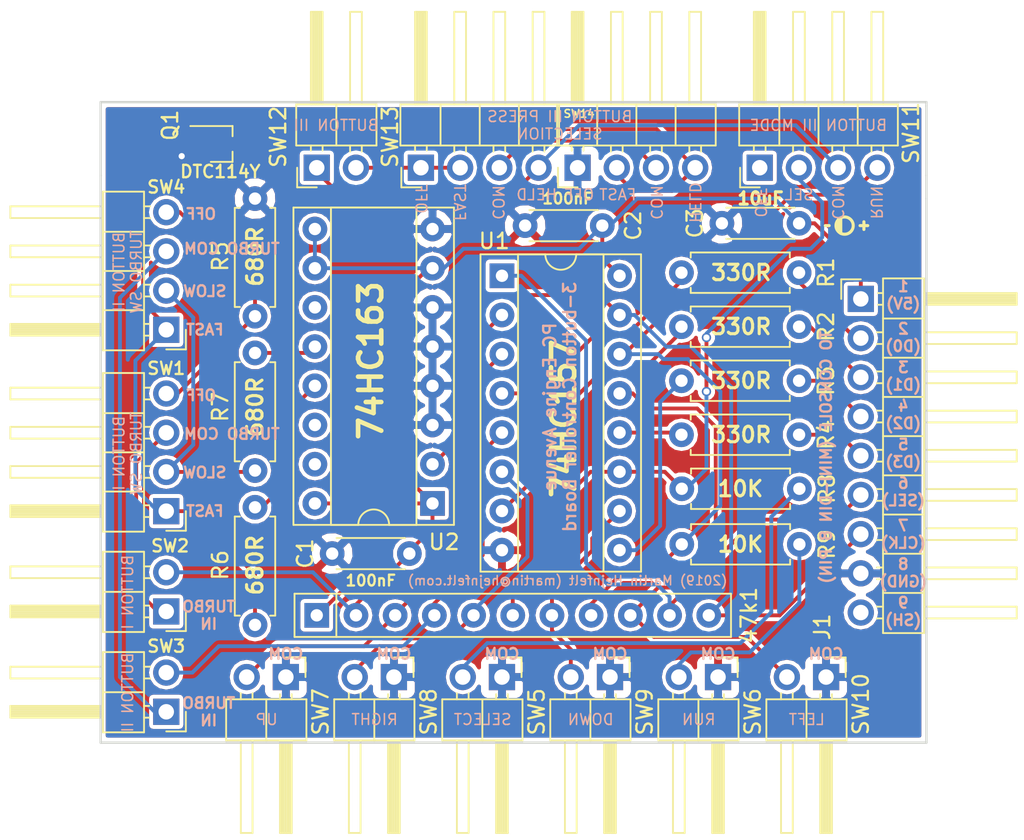
<source format=kicad_pcb>
(kicad_pcb (version 4) (host pcbnew 4.0.7-e2-6376~61~ubuntu18.04.1)

  (general
    (links 79)
    (no_connects 0)
    (area 149.674999 87.674999 203.325001 129.325001)
    (thickness 1.6)
    (drawings 82)
    (tracks 246)
    (zones 0)
    (modules 31)
    (nets 34)
  )

  (page A4)
  (layers
    (0 F.Cu signal)
    (31 B.Cu signal)
    (32 B.Adhes user)
    (33 F.Adhes user)
    (34 B.Paste user)
    (35 F.Paste user)
    (36 B.SilkS user)
    (37 F.SilkS user)
    (38 B.Mask user)
    (39 F.Mask user)
    (40 Dwgs.User user)
    (41 Cmts.User user)
    (42 Eco1.User user)
    (43 Eco2.User user)
    (44 Edge.Cuts user)
    (45 Margin user)
    (46 B.CrtYd user)
    (47 F.CrtYd user)
    (48 B.Fab user)
    (49 F.Fab user)
  )

  (setup
    (last_trace_width 0.25)
    (trace_clearance 0.2)
    (zone_clearance 0.254)
    (zone_45_only no)
    (trace_min 0.2)
    (segment_width 0.2)
    (edge_width 0.15)
    (via_size 0.6)
    (via_drill 0.4)
    (via_min_size 0.4)
    (via_min_drill 0.3)
    (uvia_size 0.3)
    (uvia_drill 0.1)
    (uvias_allowed no)
    (uvia_min_size 0.2)
    (uvia_min_drill 0.1)
    (pcb_text_width 0.3)
    (pcb_text_size 1.5 1.5)
    (mod_edge_width 0.15)
    (mod_text_size 1 1)
    (mod_text_width 0.15)
    (pad_size 1.524 1.524)
    (pad_drill 0.762)
    (pad_to_mask_clearance 0.2)
    (aux_axis_origin 0 0)
    (visible_elements FFFFFF7F)
    (pcbplotparams
      (layerselection 0x00030_80000001)
      (usegerberextensions false)
      (excludeedgelayer true)
      (linewidth 0.100000)
      (plotframeref false)
      (viasonmask false)
      (mode 1)
      (useauxorigin false)
      (hpglpennumber 1)
      (hpglpenspeed 20)
      (hpglpendiameter 15)
      (hpglpenoverlay 2)
      (psnegative false)
      (psa4output false)
      (plotreference true)
      (plotvalue true)
      (plotinvisibletext false)
      (padsonsilk false)
      (subtractmaskfromsilk false)
      (outputformat 1)
      (mirror false)
      (drillshape 1)
      (scaleselection 1)
      (outputdirectory ""))
  )

  (net 0 "")
  (net 1 VCC)
  (net 2 /SEL)
  (net 3 /CLK)
  (net 4 GND)
  (net 5 "Net-(R1-Pad2)")
  (net 6 "Net-(R2-Pad2)")
  (net 7 "Net-(R3-Pad2)")
  (net 8 "Net-(R4-Pad2)")
  (net 9 /OFF)
  (net 10 "Net-(R6-Pad1)")
  (net 11 /FAST)
  (net 12 "Net-(R7-Pad1)")
  (net 13 /SLOW)
  (net 14 "Net-(SW1-Pad3)")
  (net 15 "Net-(SW3-Pad1)")
  (net 16 /BUTTON_I)
  (net 17 /BUTTON_UP)
  (net 18 /BUTTON_II)
  (net 19 /BUTTON_RIGHT)
  (net 20 /BUTTON_SELECT)
  (net 21 /BUTTON_DOWN)
  (net 22 /BUTTON_RUN)
  (net 23 /BUTTON_LEFT)
  (net 24 /D0)
  (net 25 /D1)
  (net 26 /D2)
  (net 27 /D3)
  (net 28 "Net-(Q1-Pad3)")
  (net 29 "Net-(R8-Pad2)")
  (net 30 "Net-(R9-Pad2)")
  (net 31 "Net-(SW11-Pad3)")
  (net 32 "Net-(SW12-Pad2)")
  (net 33 "Net-(SW13-Pad3)")

  (net_class Default "This is the default net class."
    (clearance 0.2)
    (trace_width 0.25)
    (via_dia 0.6)
    (via_drill 0.4)
    (uvia_dia 0.3)
    (uvia_drill 0.1)
    (add_net /BUTTON_DOWN)
    (add_net /BUTTON_I)
    (add_net /BUTTON_II)
    (add_net /BUTTON_LEFT)
    (add_net /BUTTON_RIGHT)
    (add_net /BUTTON_RUN)
    (add_net /BUTTON_SELECT)
    (add_net /BUTTON_UP)
    (add_net /CLK)
    (add_net /D0)
    (add_net /D1)
    (add_net /D2)
    (add_net /D3)
    (add_net /FAST)
    (add_net /OFF)
    (add_net /SEL)
    (add_net /SLOW)
    (add_net GND)
    (add_net "Net-(Q1-Pad3)")
    (add_net "Net-(R1-Pad2)")
    (add_net "Net-(R2-Pad2)")
    (add_net "Net-(R3-Pad2)")
    (add_net "Net-(R4-Pad2)")
    (add_net "Net-(R6-Pad1)")
    (add_net "Net-(R7-Pad1)")
    (add_net "Net-(R8-Pad2)")
    (add_net "Net-(R9-Pad2)")
    (add_net "Net-(SW1-Pad3)")
    (add_net "Net-(SW11-Pad3)")
    (add_net "Net-(SW12-Pad2)")
    (add_net "Net-(SW13-Pad3)")
    (add_net "Net-(SW3-Pad1)")
    (add_net VCC)
  )

  (module Resistors_THT:R_Array_SIP11 (layer F.Cu) (tedit 5C38FB70) (tstamp 5C2D1FE2)
    (at 163.75 121)
    (descr "11-pin Resistor SIP pack")
    (tags R)
    (path /5C2CB2AB)
    (fp_text reference 47k1 (at 28 0 90) (layer F.SilkS)
      (effects (font (size 1 1) (thickness 0.15)))
    )
    (fp_text value R_Network10 (at 13.97 2.4) (layer F.Fab)
      (effects (font (size 1 1) (thickness 0.15)))
    )
    (fp_line (start -1.29 -1.25) (end -1.29 1.25) (layer F.Fab) (width 0.1))
    (fp_line (start -1.29 1.25) (end 26.69 1.25) (layer F.Fab) (width 0.1))
    (fp_line (start 26.69 1.25) (end 26.69 -1.25) (layer F.Fab) (width 0.1))
    (fp_line (start 26.69 -1.25) (end -1.29 -1.25) (layer F.Fab) (width 0.1))
    (fp_line (start 1.27 -1.25) (end 1.27 1.25) (layer F.Fab) (width 0.1))
    (fp_line (start -1.44 -1.4) (end -1.44 1.4) (layer F.SilkS) (width 0.12))
    (fp_line (start -1.44 1.4) (end 26.84 1.4) (layer F.SilkS) (width 0.12))
    (fp_line (start 26.84 1.4) (end 26.84 -1.4) (layer F.SilkS) (width 0.12))
    (fp_line (start 26.84 -1.4) (end -1.44 -1.4) (layer F.SilkS) (width 0.12))
    (fp_line (start 1.27 -1.4) (end 1.27 1.4) (layer F.SilkS) (width 0.12))
    (fp_line (start -1.7 -1.65) (end -1.7 1.65) (layer F.CrtYd) (width 0.05))
    (fp_line (start -1.7 1.65) (end 27.1 1.65) (layer F.CrtYd) (width 0.05))
    (fp_line (start 27.1 1.65) (end 27.1 -1.65) (layer F.CrtYd) (width 0.05))
    (fp_line (start 27.1 -1.65) (end -1.7 -1.65) (layer F.CrtYd) (width 0.05))
    (pad 1 thru_hole rect (at 0 0) (size 1.6 1.6) (drill 0.8) (layers *.Cu *.Mask)
      (net 1 VCC))
    (pad 2 thru_hole oval (at 2.54 0) (size 1.6 1.6) (drill 0.8) (layers *.Cu *.Mask)
      (net 16 /BUTTON_I))
    (pad 3 thru_hole oval (at 5.08 0) (size 1.6 1.6) (drill 0.8) (layers *.Cu *.Mask)
      (net 17 /BUTTON_UP))
    (pad 4 thru_hole oval (at 7.62 0) (size 1.6 1.6) (drill 0.8) (layers *.Cu *.Mask)
      (net 18 /BUTTON_II))
    (pad 5 thru_hole oval (at 10.16 0) (size 1.6 1.6) (drill 0.8) (layers *.Cu *.Mask)
      (net 19 /BUTTON_RIGHT))
    (pad 6 thru_hole oval (at 12.7 0) (size 1.6 1.6) (drill 0.8) (layers *.Cu *.Mask)
      (net 20 /BUTTON_SELECT))
    (pad 7 thru_hole oval (at 15.24 0) (size 1.6 1.6) (drill 0.8) (layers *.Cu *.Mask)
      (net 21 /BUTTON_DOWN))
    (pad 8 thru_hole oval (at 17.78 0) (size 1.6 1.6) (drill 0.8) (layers *.Cu *.Mask)
      (net 22 /BUTTON_RUN))
    (pad 9 thru_hole oval (at 20.32 0) (size 1.6 1.6) (drill 0.8) (layers *.Cu *.Mask)
      (net 23 /BUTTON_LEFT))
    (pad 10 thru_hole oval (at 22.86 0) (size 1.6 1.6) (drill 0.8) (layers *.Cu *.Mask)
      (net 2 /SEL))
    (pad 11 thru_hole oval (at 25.4 0) (size 1.6 1.6) (drill 0.8) (layers *.Cu *.Mask)
      (net 3 /CLK))
    (model ${KISYS3DMOD}/Resistors_THT.3dshapes/R_Array_SIP11.wrl
      (at (xyz 0 0 0))
      (scale (xyz 0.39 0.39 0.39))
      (rotate (xyz 0 0 0))
    )
  )

  (module Pin_Headers:Pin_Header_Angled_1x09_Pitch2.54mm (layer F.Cu) (tedit 5C38FB6B) (tstamp 5C37BBC8)
    (at 199 100.5)
    (descr "Through hole angled pin header, 1x09, 2.54mm pitch, 6mm pin length, single row")
    (tags "Through hole angled pin header THT 1x09 2.54mm single row")
    (path /5C2CBB47)
    (fp_text reference J1 (at -2.5 21.25 90) (layer F.SilkS)
      (effects (font (size 1 1) (thickness 0.15)))
    )
    (fp_text value Mini-DIN-8S (at 4.385 22.59) (layer F.Fab)
      (effects (font (size 1 1) (thickness 0.15)))
    )
    (fp_line (start 2.135 -1.27) (end 4.04 -1.27) (layer F.Fab) (width 0.1))
    (fp_line (start 4.04 -1.27) (end 4.04 21.59) (layer F.Fab) (width 0.1))
    (fp_line (start 4.04 21.59) (end 1.5 21.59) (layer F.Fab) (width 0.1))
    (fp_line (start 1.5 21.59) (end 1.5 -0.635) (layer F.Fab) (width 0.1))
    (fp_line (start 1.5 -0.635) (end 2.135 -1.27) (layer F.Fab) (width 0.1))
    (fp_line (start -0.32 -0.32) (end 1.5 -0.32) (layer F.Fab) (width 0.1))
    (fp_line (start -0.32 -0.32) (end -0.32 0.32) (layer F.Fab) (width 0.1))
    (fp_line (start -0.32 0.32) (end 1.5 0.32) (layer F.Fab) (width 0.1))
    (fp_line (start 4.04 -0.32) (end 10.04 -0.32) (layer F.Fab) (width 0.1))
    (fp_line (start 10.04 -0.32) (end 10.04 0.32) (layer F.Fab) (width 0.1))
    (fp_line (start 4.04 0.32) (end 10.04 0.32) (layer F.Fab) (width 0.1))
    (fp_line (start -0.32 2.22) (end 1.5 2.22) (layer F.Fab) (width 0.1))
    (fp_line (start -0.32 2.22) (end -0.32 2.86) (layer F.Fab) (width 0.1))
    (fp_line (start -0.32 2.86) (end 1.5 2.86) (layer F.Fab) (width 0.1))
    (fp_line (start 4.04 2.22) (end 10.04 2.22) (layer F.Fab) (width 0.1))
    (fp_line (start 10.04 2.22) (end 10.04 2.86) (layer F.Fab) (width 0.1))
    (fp_line (start 4.04 2.86) (end 10.04 2.86) (layer F.Fab) (width 0.1))
    (fp_line (start -0.32 4.76) (end 1.5 4.76) (layer F.Fab) (width 0.1))
    (fp_line (start -0.32 4.76) (end -0.32 5.4) (layer F.Fab) (width 0.1))
    (fp_line (start -0.32 5.4) (end 1.5 5.4) (layer F.Fab) (width 0.1))
    (fp_line (start 4.04 4.76) (end 10.04 4.76) (layer F.Fab) (width 0.1))
    (fp_line (start 10.04 4.76) (end 10.04 5.4) (layer F.Fab) (width 0.1))
    (fp_line (start 4.04 5.4) (end 10.04 5.4) (layer F.Fab) (width 0.1))
    (fp_line (start -0.32 7.3) (end 1.5 7.3) (layer F.Fab) (width 0.1))
    (fp_line (start -0.32 7.3) (end -0.32 7.94) (layer F.Fab) (width 0.1))
    (fp_line (start -0.32 7.94) (end 1.5 7.94) (layer F.Fab) (width 0.1))
    (fp_line (start 4.04 7.3) (end 10.04 7.3) (layer F.Fab) (width 0.1))
    (fp_line (start 10.04 7.3) (end 10.04 7.94) (layer F.Fab) (width 0.1))
    (fp_line (start 4.04 7.94) (end 10.04 7.94) (layer F.Fab) (width 0.1))
    (fp_line (start -0.32 9.84) (end 1.5 9.84) (layer F.Fab) (width 0.1))
    (fp_line (start -0.32 9.84) (end -0.32 10.48) (layer F.Fab) (width 0.1))
    (fp_line (start -0.32 10.48) (end 1.5 10.48) (layer F.Fab) (width 0.1))
    (fp_line (start 4.04 9.84) (end 10.04 9.84) (layer F.Fab) (width 0.1))
    (fp_line (start 10.04 9.84) (end 10.04 10.48) (layer F.Fab) (width 0.1))
    (fp_line (start 4.04 10.48) (end 10.04 10.48) (layer F.Fab) (width 0.1))
    (fp_line (start -0.32 12.38) (end 1.5 12.38) (layer F.Fab) (width 0.1))
    (fp_line (start -0.32 12.38) (end -0.32 13.02) (layer F.Fab) (width 0.1))
    (fp_line (start -0.32 13.02) (end 1.5 13.02) (layer F.Fab) (width 0.1))
    (fp_line (start 4.04 12.38) (end 10.04 12.38) (layer F.Fab) (width 0.1))
    (fp_line (start 10.04 12.38) (end 10.04 13.02) (layer F.Fab) (width 0.1))
    (fp_line (start 4.04 13.02) (end 10.04 13.02) (layer F.Fab) (width 0.1))
    (fp_line (start -0.32 14.92) (end 1.5 14.92) (layer F.Fab) (width 0.1))
    (fp_line (start -0.32 14.92) (end -0.32 15.56) (layer F.Fab) (width 0.1))
    (fp_line (start -0.32 15.56) (end 1.5 15.56) (layer F.Fab) (width 0.1))
    (fp_line (start 4.04 14.92) (end 10.04 14.92) (layer F.Fab) (width 0.1))
    (fp_line (start 10.04 14.92) (end 10.04 15.56) (layer F.Fab) (width 0.1))
    (fp_line (start 4.04 15.56) (end 10.04 15.56) (layer F.Fab) (width 0.1))
    (fp_line (start -0.32 17.46) (end 1.5 17.46) (layer F.Fab) (width 0.1))
    (fp_line (start -0.32 17.46) (end -0.32 18.1) (layer F.Fab) (width 0.1))
    (fp_line (start -0.32 18.1) (end 1.5 18.1) (layer F.Fab) (width 0.1))
    (fp_line (start 4.04 17.46) (end 10.04 17.46) (layer F.Fab) (width 0.1))
    (fp_line (start 10.04 17.46) (end 10.04 18.1) (layer F.Fab) (width 0.1))
    (fp_line (start 4.04 18.1) (end 10.04 18.1) (layer F.Fab) (width 0.1))
    (fp_line (start -0.32 20) (end 1.5 20) (layer F.Fab) (width 0.1))
    (fp_line (start -0.32 20) (end -0.32 20.64) (layer F.Fab) (width 0.1))
    (fp_line (start -0.32 20.64) (end 1.5 20.64) (layer F.Fab) (width 0.1))
    (fp_line (start 4.04 20) (end 10.04 20) (layer F.Fab) (width 0.1))
    (fp_line (start 10.04 20) (end 10.04 20.64) (layer F.Fab) (width 0.1))
    (fp_line (start 4.04 20.64) (end 10.04 20.64) (layer F.Fab) (width 0.1))
    (fp_line (start 1.44 -1.33) (end 1.44 21.65) (layer F.SilkS) (width 0.12))
    (fp_line (start 1.44 21.65) (end 4.1 21.65) (layer F.SilkS) (width 0.12))
    (fp_line (start 4.1 21.65) (end 4.1 -1.33) (layer F.SilkS) (width 0.12))
    (fp_line (start 4.1 -1.33) (end 1.44 -1.33) (layer F.SilkS) (width 0.12))
    (fp_line (start 4.1 -0.38) (end 10.1 -0.38) (layer F.SilkS) (width 0.12))
    (fp_line (start 10.1 -0.38) (end 10.1 0.38) (layer F.SilkS) (width 0.12))
    (fp_line (start 10.1 0.38) (end 4.1 0.38) (layer F.SilkS) (width 0.12))
    (fp_line (start 4.1 -0.32) (end 10.1 -0.32) (layer F.SilkS) (width 0.12))
    (fp_line (start 4.1 -0.2) (end 10.1 -0.2) (layer F.SilkS) (width 0.12))
    (fp_line (start 4.1 -0.08) (end 10.1 -0.08) (layer F.SilkS) (width 0.12))
    (fp_line (start 4.1 0.04) (end 10.1 0.04) (layer F.SilkS) (width 0.12))
    (fp_line (start 4.1 0.16) (end 10.1 0.16) (layer F.SilkS) (width 0.12))
    (fp_line (start 4.1 0.28) (end 10.1 0.28) (layer F.SilkS) (width 0.12))
    (fp_line (start 1.11 -0.38) (end 1.44 -0.38) (layer F.SilkS) (width 0.12))
    (fp_line (start 1.11 0.38) (end 1.44 0.38) (layer F.SilkS) (width 0.12))
    (fp_line (start 1.44 1.27) (end 4.1 1.27) (layer F.SilkS) (width 0.12))
    (fp_line (start 4.1 2.16) (end 10.1 2.16) (layer F.SilkS) (width 0.12))
    (fp_line (start 10.1 2.16) (end 10.1 2.92) (layer F.SilkS) (width 0.12))
    (fp_line (start 10.1 2.92) (end 4.1 2.92) (layer F.SilkS) (width 0.12))
    (fp_line (start 1.042929 2.16) (end 1.44 2.16) (layer F.SilkS) (width 0.12))
    (fp_line (start 1.042929 2.92) (end 1.44 2.92) (layer F.SilkS) (width 0.12))
    (fp_line (start 1.44 3.81) (end 4.1 3.81) (layer F.SilkS) (width 0.12))
    (fp_line (start 4.1 4.7) (end 10.1 4.7) (layer F.SilkS) (width 0.12))
    (fp_line (start 10.1 4.7) (end 10.1 5.46) (layer F.SilkS) (width 0.12))
    (fp_line (start 10.1 5.46) (end 4.1 5.46) (layer F.SilkS) (width 0.12))
    (fp_line (start 1.042929 4.7) (end 1.44 4.7) (layer F.SilkS) (width 0.12))
    (fp_line (start 1.042929 5.46) (end 1.44 5.46) (layer F.SilkS) (width 0.12))
    (fp_line (start 1.44 6.35) (end 4.1 6.35) (layer F.SilkS) (width 0.12))
    (fp_line (start 4.1 7.24) (end 10.1 7.24) (layer F.SilkS) (width 0.12))
    (fp_line (start 10.1 7.24) (end 10.1 8) (layer F.SilkS) (width 0.12))
    (fp_line (start 10.1 8) (end 4.1 8) (layer F.SilkS) (width 0.12))
    (fp_line (start 1.042929 7.24) (end 1.44 7.24) (layer F.SilkS) (width 0.12))
    (fp_line (start 1.042929 8) (end 1.44 8) (layer F.SilkS) (width 0.12))
    (fp_line (start 1.44 8.89) (end 4.1 8.89) (layer F.SilkS) (width 0.12))
    (fp_line (start 4.1 9.78) (end 10.1 9.78) (layer F.SilkS) (width 0.12))
    (fp_line (start 10.1 9.78) (end 10.1 10.54) (layer F.SilkS) (width 0.12))
    (fp_line (start 10.1 10.54) (end 4.1 10.54) (layer F.SilkS) (width 0.12))
    (fp_line (start 1.042929 9.78) (end 1.44 9.78) (layer F.SilkS) (width 0.12))
    (fp_line (start 1.042929 10.54) (end 1.44 10.54) (layer F.SilkS) (width 0.12))
    (fp_line (start 1.44 11.43) (end 4.1 11.43) (layer F.SilkS) (width 0.12))
    (fp_line (start 4.1 12.32) (end 10.1 12.32) (layer F.SilkS) (width 0.12))
    (fp_line (start 10.1 12.32) (end 10.1 13.08) (layer F.SilkS) (width 0.12))
    (fp_line (start 10.1 13.08) (end 4.1 13.08) (layer F.SilkS) (width 0.12))
    (fp_line (start 1.042929 12.32) (end 1.44 12.32) (layer F.SilkS) (width 0.12))
    (fp_line (start 1.042929 13.08) (end 1.44 13.08) (layer F.SilkS) (width 0.12))
    (fp_line (start 1.44 13.97) (end 4.1 13.97) (layer F.SilkS) (width 0.12))
    (fp_line (start 4.1 14.86) (end 10.1 14.86) (layer F.SilkS) (width 0.12))
    (fp_line (start 10.1 14.86) (end 10.1 15.62) (layer F.SilkS) (width 0.12))
    (fp_line (start 10.1 15.62) (end 4.1 15.62) (layer F.SilkS) (width 0.12))
    (fp_line (start 1.042929 14.86) (end 1.44 14.86) (layer F.SilkS) (width 0.12))
    (fp_line (start 1.042929 15.62) (end 1.44 15.62) (layer F.SilkS) (width 0.12))
    (fp_line (start 1.44 16.51) (end 4.1 16.51) (layer F.SilkS) (width 0.12))
    (fp_line (start 4.1 17.4) (end 10.1 17.4) (layer F.SilkS) (width 0.12))
    (fp_line (start 10.1 17.4) (end 10.1 18.16) (layer F.SilkS) (width 0.12))
    (fp_line (start 10.1 18.16) (end 4.1 18.16) (layer F.SilkS) (width 0.12))
    (fp_line (start 1.042929 17.4) (end 1.44 17.4) (layer F.SilkS) (width 0.12))
    (fp_line (start 1.042929 18.16) (end 1.44 18.16) (layer F.SilkS) (width 0.12))
    (fp_line (start 1.44 19.05) (end 4.1 19.05) (layer F.SilkS) (width 0.12))
    (fp_line (start 4.1 19.94) (end 10.1 19.94) (layer F.SilkS) (width 0.12))
    (fp_line (start 10.1 19.94) (end 10.1 20.7) (layer F.SilkS) (width 0.12))
    (fp_line (start 10.1 20.7) (end 4.1 20.7) (layer F.SilkS) (width 0.12))
    (fp_line (start 1.042929 19.94) (end 1.44 19.94) (layer F.SilkS) (width 0.12))
    (fp_line (start 1.042929 20.7) (end 1.44 20.7) (layer F.SilkS) (width 0.12))
    (fp_line (start -1.27 0) (end -1.27 -1.27) (layer F.SilkS) (width 0.12))
    (fp_line (start -1.27 -1.27) (end 0 -1.27) (layer F.SilkS) (width 0.12))
    (fp_line (start -1.8 -1.8) (end -1.8 22.1) (layer F.CrtYd) (width 0.05))
    (fp_line (start -1.8 22.1) (end 10.55 22.1) (layer F.CrtYd) (width 0.05))
    (fp_line (start 10.55 22.1) (end 10.55 -1.8) (layer F.CrtYd) (width 0.05))
    (fp_line (start 10.55 -1.8) (end -1.8 -1.8) (layer F.CrtYd) (width 0.05))
    (fp_text user %R (at 2.77 10.16 90) (layer F.Fab)
      (effects (font (size 1 1) (thickness 0.15)))
    )
    (pad 1 thru_hole rect (at 0 0) (size 1.7 1.7) (drill 1) (layers *.Cu *.Mask)
      (net 1 VCC))
    (pad 2 thru_hole oval (at 0 2.54) (size 1.7 1.7) (drill 1) (layers *.Cu *.Mask)
      (net 24 /D0))
    (pad 3 thru_hole oval (at 0 5.08) (size 1.7 1.7) (drill 1) (layers *.Cu *.Mask)
      (net 25 /D1))
    (pad 4 thru_hole oval (at 0 7.62) (size 1.7 1.7) (drill 1) (layers *.Cu *.Mask)
      (net 26 /D2))
    (pad 5 thru_hole oval (at 0 10.16) (size 1.7 1.7) (drill 1) (layers *.Cu *.Mask)
      (net 27 /D3))
    (pad 6 thru_hole oval (at 0 12.7) (size 1.7 1.7) (drill 1) (layers *.Cu *.Mask)
      (net 2 /SEL))
    (pad 7 thru_hole oval (at 0 15.24) (size 1.7 1.7) (drill 1) (layers *.Cu *.Mask)
      (net 3 /CLK))
    (pad 8 thru_hole oval (at 0 17.78) (size 1.7 1.7) (drill 1) (layers *.Cu *.Mask)
      (net 4 GND))
    (pad 9 thru_hole oval (at 0 20.32) (size 1.7 1.7) (drill 1) (layers *.Cu *.Mask))
    (model ${KISYS3DMOD}/Pin_Headers.3dshapes/Pin_Header_Angled_1x09_Pitch2.54mm.wrl
      (at (xyz 0 0 0))
      (scale (xyz 1 1 1))
      (rotate (xyz 0 0 0))
    )
  )

  (module Pin_Headers:Pin_Header_Angled_1x04_Pitch2.54mm (layer F.Cu) (tedit 5C3A0E18) (tstamp 5C37BBC9)
    (at 154 114.25 180)
    (descr "Through hole angled pin header, 1x04, 2.54mm pitch, 6mm pin length, single row")
    (tags "Through hole angled pin header THT 1x04 2.54mm single row")
    (path /5C2CB410)
    (fp_text reference SW1 (at 0 9.25 360) (layer F.SilkS)
      (effects (font (size 0.8 0.8) (thickness 0.15)))
    )
    (fp_text value BUTTON_I_TURBO (at 4.385 9.89 180) (layer F.Fab)
      (effects (font (size 1 1) (thickness 0.15)))
    )
    (fp_line (start 2.135 -1.27) (end 4.04 -1.27) (layer F.Fab) (width 0.1))
    (fp_line (start 4.04 -1.27) (end 4.04 8.89) (layer F.Fab) (width 0.1))
    (fp_line (start 4.04 8.89) (end 1.5 8.89) (layer F.Fab) (width 0.1))
    (fp_line (start 1.5 8.89) (end 1.5 -0.635) (layer F.Fab) (width 0.1))
    (fp_line (start 1.5 -0.635) (end 2.135 -1.27) (layer F.Fab) (width 0.1))
    (fp_line (start -0.32 -0.32) (end 1.5 -0.32) (layer F.Fab) (width 0.1))
    (fp_line (start -0.32 -0.32) (end -0.32 0.32) (layer F.Fab) (width 0.1))
    (fp_line (start -0.32 0.32) (end 1.5 0.32) (layer F.Fab) (width 0.1))
    (fp_line (start 4.04 -0.32) (end 10.04 -0.32) (layer F.Fab) (width 0.1))
    (fp_line (start 10.04 -0.32) (end 10.04 0.32) (layer F.Fab) (width 0.1))
    (fp_line (start 4.04 0.32) (end 10.04 0.32) (layer F.Fab) (width 0.1))
    (fp_line (start -0.32 2.22) (end 1.5 2.22) (layer F.Fab) (width 0.1))
    (fp_line (start -0.32 2.22) (end -0.32 2.86) (layer F.Fab) (width 0.1))
    (fp_line (start -0.32 2.86) (end 1.5 2.86) (layer F.Fab) (width 0.1))
    (fp_line (start 4.04 2.22) (end 10.04 2.22) (layer F.Fab) (width 0.1))
    (fp_line (start 10.04 2.22) (end 10.04 2.86) (layer F.Fab) (width 0.1))
    (fp_line (start 4.04 2.86) (end 10.04 2.86) (layer F.Fab) (width 0.1))
    (fp_line (start -0.32 4.76) (end 1.5 4.76) (layer F.Fab) (width 0.1))
    (fp_line (start -0.32 4.76) (end -0.32 5.4) (layer F.Fab) (width 0.1))
    (fp_line (start -0.32 5.4) (end 1.5 5.4) (layer F.Fab) (width 0.1))
    (fp_line (start 4.04 4.76) (end 10.04 4.76) (layer F.Fab) (width 0.1))
    (fp_line (start 10.04 4.76) (end 10.04 5.4) (layer F.Fab) (width 0.1))
    (fp_line (start 4.04 5.4) (end 10.04 5.4) (layer F.Fab) (width 0.1))
    (fp_line (start -0.32 7.3) (end 1.5 7.3) (layer F.Fab) (width 0.1))
    (fp_line (start -0.32 7.3) (end -0.32 7.94) (layer F.Fab) (width 0.1))
    (fp_line (start -0.32 7.94) (end 1.5 7.94) (layer F.Fab) (width 0.1))
    (fp_line (start 4.04 7.3) (end 10.04 7.3) (layer F.Fab) (width 0.1))
    (fp_line (start 10.04 7.3) (end 10.04 7.94) (layer F.Fab) (width 0.1))
    (fp_line (start 4.04 7.94) (end 10.04 7.94) (layer F.Fab) (width 0.1))
    (fp_line (start 1.44 -1.33) (end 1.44 8.95) (layer F.SilkS) (width 0.12))
    (fp_line (start 1.44 8.95) (end 4.1 8.95) (layer F.SilkS) (width 0.12))
    (fp_line (start 4.1 8.95) (end 4.1 -1.33) (layer F.SilkS) (width 0.12))
    (fp_line (start 4.1 -1.33) (end 1.44 -1.33) (layer F.SilkS) (width 0.12))
    (fp_line (start 4.1 -0.38) (end 10.1 -0.38) (layer F.SilkS) (width 0.12))
    (fp_line (start 10.1 -0.38) (end 10.1 0.38) (layer F.SilkS) (width 0.12))
    (fp_line (start 10.1 0.38) (end 4.1 0.38) (layer F.SilkS) (width 0.12))
    (fp_line (start 4.1 -0.32) (end 10.1 -0.32) (layer F.SilkS) (width 0.12))
    (fp_line (start 4.1 -0.2) (end 10.1 -0.2) (layer F.SilkS) (width 0.12))
    (fp_line (start 4.1 -0.08) (end 10.1 -0.08) (layer F.SilkS) (width 0.12))
    (fp_line (start 4.1 0.04) (end 10.1 0.04) (layer F.SilkS) (width 0.12))
    (fp_line (start 4.1 0.16) (end 10.1 0.16) (layer F.SilkS) (width 0.12))
    (fp_line (start 4.1 0.28) (end 10.1 0.28) (layer F.SilkS) (width 0.12))
    (fp_line (start 1.11 -0.38) (end 1.44 -0.38) (layer F.SilkS) (width 0.12))
    (fp_line (start 1.11 0.38) (end 1.44 0.38) (layer F.SilkS) (width 0.12))
    (fp_line (start 1.44 1.27) (end 4.1 1.27) (layer F.SilkS) (width 0.12))
    (fp_line (start 4.1 2.16) (end 10.1 2.16) (layer F.SilkS) (width 0.12))
    (fp_line (start 10.1 2.16) (end 10.1 2.92) (layer F.SilkS) (width 0.12))
    (fp_line (start 10.1 2.92) (end 4.1 2.92) (layer F.SilkS) (width 0.12))
    (fp_line (start 1.042929 2.16) (end 1.44 2.16) (layer F.SilkS) (width 0.12))
    (fp_line (start 1.042929 2.92) (end 1.44 2.92) (layer F.SilkS) (width 0.12))
    (fp_line (start 1.44 3.81) (end 4.1 3.81) (layer F.SilkS) (width 0.12))
    (fp_line (start 4.1 4.7) (end 10.1 4.7) (layer F.SilkS) (width 0.12))
    (fp_line (start 10.1 4.7) (end 10.1 5.46) (layer F.SilkS) (width 0.12))
    (fp_line (start 10.1 5.46) (end 4.1 5.46) (layer F.SilkS) (width 0.12))
    (fp_line (start 1.042929 4.7) (end 1.44 4.7) (layer F.SilkS) (width 0.12))
    (fp_line (start 1.042929 5.46) (end 1.44 5.46) (layer F.SilkS) (width 0.12))
    (fp_line (start 1.44 6.35) (end 4.1 6.35) (layer F.SilkS) (width 0.12))
    (fp_line (start 4.1 7.24) (end 10.1 7.24) (layer F.SilkS) (width 0.12))
    (fp_line (start 10.1 7.24) (end 10.1 8) (layer F.SilkS) (width 0.12))
    (fp_line (start 10.1 8) (end 4.1 8) (layer F.SilkS) (width 0.12))
    (fp_line (start 1.042929 7.24) (end 1.44 7.24) (layer F.SilkS) (width 0.12))
    (fp_line (start 1.042929 8) (end 1.44 8) (layer F.SilkS) (width 0.12))
    (fp_line (start -1.27 0) (end -1.27 -1.27) (layer F.SilkS) (width 0.12))
    (fp_line (start -1.27 -1.27) (end 0 -1.27) (layer F.SilkS) (width 0.12))
    (fp_line (start -1.8 -1.8) (end -1.8 9.4) (layer F.CrtYd) (width 0.05))
    (fp_line (start -1.8 9.4) (end 10.55 9.4) (layer F.CrtYd) (width 0.05))
    (fp_line (start 10.55 9.4) (end 10.55 -1.8) (layer F.CrtYd) (width 0.05))
    (fp_line (start 10.55 -1.8) (end -1.8 -1.8) (layer F.CrtYd) (width 0.05))
    (fp_text user %R (at 2.77 3.81 270) (layer F.Fab)
      (effects (font (size 1 1) (thickness 0.15)))
    )
    (pad 1 thru_hole rect (at 0 0 180) (size 1.7 1.7) (drill 1) (layers *.Cu *.Mask)
      (net 11 /FAST))
    (pad 2 thru_hole oval (at 0 2.54 180) (size 1.7 1.7) (drill 1) (layers *.Cu *.Mask)
      (net 13 /SLOW))
    (pad 3 thru_hole oval (at 0 5.08 180) (size 1.7 1.7) (drill 1) (layers *.Cu *.Mask)
      (net 14 "Net-(SW1-Pad3)"))
    (pad 4 thru_hole oval (at 0 7.62 180) (size 1.7 1.7) (drill 1) (layers *.Cu *.Mask)
      (net 9 /OFF))
    (model ${KISYS3DMOD}/Pin_Headers.3dshapes/Pin_Header_Angled_1x04_Pitch2.54mm.wrl
      (at (xyz 0 0 0))
      (scale (xyz 1 1 1))
      (rotate (xyz 0 0 0))
    )
  )

  (module Pin_Headers:Pin_Header_Angled_1x02_Pitch2.54mm (layer F.Cu) (tedit 5C3A6217) (tstamp 5C37BBD0)
    (at 154 120.75 180)
    (descr "Through hole angled pin header, 1x02, 2.54mm pitch, 6mm pin length, single row")
    (tags "Through hole angled pin header THT 1x02 2.54mm single row")
    (path /5C2CBC5D)
    (fp_text reference SW2 (at -0.25 4.25 180) (layer F.SilkS)
      (effects (font (size 0.8 0.8) (thickness 0.15)))
    )
    (fp_text value BUTTON_I (at 4.385 4.81 180) (layer F.Fab)
      (effects (font (size 1 1) (thickness 0.15)))
    )
    (fp_line (start 2.135 -1.27) (end 4.04 -1.27) (layer F.Fab) (width 0.1))
    (fp_line (start 4.04 -1.27) (end 4.04 3.81) (layer F.Fab) (width 0.1))
    (fp_line (start 4.04 3.81) (end 1.5 3.81) (layer F.Fab) (width 0.1))
    (fp_line (start 1.5 3.81) (end 1.5 -0.635) (layer F.Fab) (width 0.1))
    (fp_line (start 1.5 -0.635) (end 2.135 -1.27) (layer F.Fab) (width 0.1))
    (fp_line (start -0.32 -0.32) (end 1.5 -0.32) (layer F.Fab) (width 0.1))
    (fp_line (start -0.32 -0.32) (end -0.32 0.32) (layer F.Fab) (width 0.1))
    (fp_line (start -0.32 0.32) (end 1.5 0.32) (layer F.Fab) (width 0.1))
    (fp_line (start 4.04 -0.32) (end 10.04 -0.32) (layer F.Fab) (width 0.1))
    (fp_line (start 10.04 -0.32) (end 10.04 0.32) (layer F.Fab) (width 0.1))
    (fp_line (start 4.04 0.32) (end 10.04 0.32) (layer F.Fab) (width 0.1))
    (fp_line (start -0.32 2.22) (end 1.5 2.22) (layer F.Fab) (width 0.1))
    (fp_line (start -0.32 2.22) (end -0.32 2.86) (layer F.Fab) (width 0.1))
    (fp_line (start -0.32 2.86) (end 1.5 2.86) (layer F.Fab) (width 0.1))
    (fp_line (start 4.04 2.22) (end 10.04 2.22) (layer F.Fab) (width 0.1))
    (fp_line (start 10.04 2.22) (end 10.04 2.86) (layer F.Fab) (width 0.1))
    (fp_line (start 4.04 2.86) (end 10.04 2.86) (layer F.Fab) (width 0.1))
    (fp_line (start 1.44 -1.33) (end 1.44 3.87) (layer F.SilkS) (width 0.12))
    (fp_line (start 1.44 3.87) (end 4.1 3.87) (layer F.SilkS) (width 0.12))
    (fp_line (start 4.1 3.87) (end 4.1 -1.33) (layer F.SilkS) (width 0.12))
    (fp_line (start 4.1 -1.33) (end 1.44 -1.33) (layer F.SilkS) (width 0.12))
    (fp_line (start 4.1 -0.38) (end 10.1 -0.38) (layer F.SilkS) (width 0.12))
    (fp_line (start 10.1 -0.38) (end 10.1 0.38) (layer F.SilkS) (width 0.12))
    (fp_line (start 10.1 0.38) (end 4.1 0.38) (layer F.SilkS) (width 0.12))
    (fp_line (start 4.1 -0.32) (end 10.1 -0.32) (layer F.SilkS) (width 0.12))
    (fp_line (start 4.1 -0.2) (end 10.1 -0.2) (layer F.SilkS) (width 0.12))
    (fp_line (start 4.1 -0.08) (end 10.1 -0.08) (layer F.SilkS) (width 0.12))
    (fp_line (start 4.1 0.04) (end 10.1 0.04) (layer F.SilkS) (width 0.12))
    (fp_line (start 4.1 0.16) (end 10.1 0.16) (layer F.SilkS) (width 0.12))
    (fp_line (start 4.1 0.28) (end 10.1 0.28) (layer F.SilkS) (width 0.12))
    (fp_line (start 1.11 -0.38) (end 1.44 -0.38) (layer F.SilkS) (width 0.12))
    (fp_line (start 1.11 0.38) (end 1.44 0.38) (layer F.SilkS) (width 0.12))
    (fp_line (start 1.44 1.27) (end 4.1 1.27) (layer F.SilkS) (width 0.12))
    (fp_line (start 4.1 2.16) (end 10.1 2.16) (layer F.SilkS) (width 0.12))
    (fp_line (start 10.1 2.16) (end 10.1 2.92) (layer F.SilkS) (width 0.12))
    (fp_line (start 10.1 2.92) (end 4.1 2.92) (layer F.SilkS) (width 0.12))
    (fp_line (start 1.042929 2.16) (end 1.44 2.16) (layer F.SilkS) (width 0.12))
    (fp_line (start 1.042929 2.92) (end 1.44 2.92) (layer F.SilkS) (width 0.12))
    (fp_line (start -1.27 0) (end -1.27 -1.27) (layer F.SilkS) (width 0.12))
    (fp_line (start -1.27 -1.27) (end 0 -1.27) (layer F.SilkS) (width 0.12))
    (fp_line (start -1.8 -1.8) (end -1.8 4.35) (layer F.CrtYd) (width 0.05))
    (fp_line (start -1.8 4.35) (end 10.55 4.35) (layer F.CrtYd) (width 0.05))
    (fp_line (start 10.55 4.35) (end 10.55 -1.8) (layer F.CrtYd) (width 0.05))
    (fp_line (start 10.55 -1.8) (end -1.8 -1.8) (layer F.CrtYd) (width 0.05))
    (fp_text user %R (at 2.77 1.27 270) (layer F.Fab)
      (effects (font (size 1 1) (thickness 0.15)))
    )
    (pad 1 thru_hole rect (at 0 0 180) (size 1.7 1.7) (drill 1) (layers *.Cu *.Mask)
      (net 14 "Net-(SW1-Pad3)"))
    (pad 2 thru_hole oval (at 0 2.54 180) (size 1.7 1.7) (drill 1) (layers *.Cu *.Mask)
      (net 16 /BUTTON_I))
    (model ${KISYS3DMOD}/Pin_Headers.3dshapes/Pin_Header_Angled_1x02_Pitch2.54mm.wrl
      (at (xyz 0 0 0))
      (scale (xyz 1 1 1))
      (rotate (xyz 0 0 0))
    )
  )

  (module Pin_Headers:Pin_Header_Angled_1x02_Pitch2.54mm (layer F.Cu) (tedit 5C3A622E) (tstamp 5C37BBD5)
    (at 154 127.25 180)
    (descr "Through hole angled pin header, 1x02, 2.54mm pitch, 6mm pin length, single row")
    (tags "Through hole angled pin header THT 1x02 2.54mm single row")
    (path /5C2CBCE3)
    (fp_text reference SW3 (at 0 4.25 180) (layer F.SilkS)
      (effects (font (size 0.8 0.8) (thickness 0.15)))
    )
    (fp_text value BUTTON_II (at 4.385 4.81 180) (layer F.Fab)
      (effects (font (size 1 1) (thickness 0.15)))
    )
    (fp_line (start 2.135 -1.27) (end 4.04 -1.27) (layer F.Fab) (width 0.1))
    (fp_line (start 4.04 -1.27) (end 4.04 3.81) (layer F.Fab) (width 0.1))
    (fp_line (start 4.04 3.81) (end 1.5 3.81) (layer F.Fab) (width 0.1))
    (fp_line (start 1.5 3.81) (end 1.5 -0.635) (layer F.Fab) (width 0.1))
    (fp_line (start 1.5 -0.635) (end 2.135 -1.27) (layer F.Fab) (width 0.1))
    (fp_line (start -0.32 -0.32) (end 1.5 -0.32) (layer F.Fab) (width 0.1))
    (fp_line (start -0.32 -0.32) (end -0.32 0.32) (layer F.Fab) (width 0.1))
    (fp_line (start -0.32 0.32) (end 1.5 0.32) (layer F.Fab) (width 0.1))
    (fp_line (start 4.04 -0.32) (end 10.04 -0.32) (layer F.Fab) (width 0.1))
    (fp_line (start 10.04 -0.32) (end 10.04 0.32) (layer F.Fab) (width 0.1))
    (fp_line (start 4.04 0.32) (end 10.04 0.32) (layer F.Fab) (width 0.1))
    (fp_line (start -0.32 2.22) (end 1.5 2.22) (layer F.Fab) (width 0.1))
    (fp_line (start -0.32 2.22) (end -0.32 2.86) (layer F.Fab) (width 0.1))
    (fp_line (start -0.32 2.86) (end 1.5 2.86) (layer F.Fab) (width 0.1))
    (fp_line (start 4.04 2.22) (end 10.04 2.22) (layer F.Fab) (width 0.1))
    (fp_line (start 10.04 2.22) (end 10.04 2.86) (layer F.Fab) (width 0.1))
    (fp_line (start 4.04 2.86) (end 10.04 2.86) (layer F.Fab) (width 0.1))
    (fp_line (start 1.44 -1.33) (end 1.44 3.87) (layer F.SilkS) (width 0.12))
    (fp_line (start 1.44 3.87) (end 4.1 3.87) (layer F.SilkS) (width 0.12))
    (fp_line (start 4.1 3.87) (end 4.1 -1.33) (layer F.SilkS) (width 0.12))
    (fp_line (start 4.1 -1.33) (end 1.44 -1.33) (layer F.SilkS) (width 0.12))
    (fp_line (start 4.1 -0.38) (end 10.1 -0.38) (layer F.SilkS) (width 0.12))
    (fp_line (start 10.1 -0.38) (end 10.1 0.38) (layer F.SilkS) (width 0.12))
    (fp_line (start 10.1 0.38) (end 4.1 0.38) (layer F.SilkS) (width 0.12))
    (fp_line (start 4.1 -0.32) (end 10.1 -0.32) (layer F.SilkS) (width 0.12))
    (fp_line (start 4.1 -0.2) (end 10.1 -0.2) (layer F.SilkS) (width 0.12))
    (fp_line (start 4.1 -0.08) (end 10.1 -0.08) (layer F.SilkS) (width 0.12))
    (fp_line (start 4.1 0.04) (end 10.1 0.04) (layer F.SilkS) (width 0.12))
    (fp_line (start 4.1 0.16) (end 10.1 0.16) (layer F.SilkS) (width 0.12))
    (fp_line (start 4.1 0.28) (end 10.1 0.28) (layer F.SilkS) (width 0.12))
    (fp_line (start 1.11 -0.38) (end 1.44 -0.38) (layer F.SilkS) (width 0.12))
    (fp_line (start 1.11 0.38) (end 1.44 0.38) (layer F.SilkS) (width 0.12))
    (fp_line (start 1.44 1.27) (end 4.1 1.27) (layer F.SilkS) (width 0.12))
    (fp_line (start 4.1 2.16) (end 10.1 2.16) (layer F.SilkS) (width 0.12))
    (fp_line (start 10.1 2.16) (end 10.1 2.92) (layer F.SilkS) (width 0.12))
    (fp_line (start 10.1 2.92) (end 4.1 2.92) (layer F.SilkS) (width 0.12))
    (fp_line (start 1.042929 2.16) (end 1.44 2.16) (layer F.SilkS) (width 0.12))
    (fp_line (start 1.042929 2.92) (end 1.44 2.92) (layer F.SilkS) (width 0.12))
    (fp_line (start -1.27 0) (end -1.27 -1.27) (layer F.SilkS) (width 0.12))
    (fp_line (start -1.27 -1.27) (end 0 -1.27) (layer F.SilkS) (width 0.12))
    (fp_line (start -1.8 -1.8) (end -1.8 4.35) (layer F.CrtYd) (width 0.05))
    (fp_line (start -1.8 4.35) (end 10.55 4.35) (layer F.CrtYd) (width 0.05))
    (fp_line (start 10.55 4.35) (end 10.55 -1.8) (layer F.CrtYd) (width 0.05))
    (fp_line (start 10.55 -1.8) (end -1.8 -1.8) (layer F.CrtYd) (width 0.05))
    (fp_text user %R (at 2.77 1.27 270) (layer F.Fab)
      (effects (font (size 1 1) (thickness 0.15)))
    )
    (pad 1 thru_hole rect (at 0 0 180) (size 1.7 1.7) (drill 1) (layers *.Cu *.Mask)
      (net 15 "Net-(SW3-Pad1)"))
    (pad 2 thru_hole oval (at 0 2.54 180) (size 1.7 1.7) (drill 1) (layers *.Cu *.Mask)
      (net 18 /BUTTON_II))
    (model ${KISYS3DMOD}/Pin_Headers.3dshapes/Pin_Header_Angled_1x02_Pitch2.54mm.wrl
      (at (xyz 0 0 0))
      (scale (xyz 1 1 1))
      (rotate (xyz 0 0 0))
    )
  )

  (module Pin_Headers:Pin_Header_Angled_1x04_Pitch2.54mm (layer F.Cu) (tedit 5C463C4A) (tstamp 5C37BBDA)
    (at 154 102.5 180)
    (descr "Through hole angled pin header, 1x04, 2.54mm pitch, 6mm pin length, single row")
    (tags "Through hole angled pin header THT 1x04 2.54mm single row")
    (path /5C2CB440)
    (fp_text reference SW4 (at 0 9.25 360) (layer F.SilkS)
      (effects (font (size 0.8 0.8) (thickness 0.15)))
    )
    (fp_text value BUTTON_II_TURBO (at 4.1 11 180) (layer F.Fab)
      (effects (font (size 1 1) (thickness 0.15)))
    )
    (fp_line (start 2.135 -1.27) (end 4.04 -1.27) (layer F.Fab) (width 0.1))
    (fp_line (start 4.04 -1.27) (end 4.04 8.89) (layer F.Fab) (width 0.1))
    (fp_line (start 4.04 8.89) (end 1.5 8.89) (layer F.Fab) (width 0.1))
    (fp_line (start 1.5 8.89) (end 1.5 -0.635) (layer F.Fab) (width 0.1))
    (fp_line (start 1.5 -0.635) (end 2.135 -1.27) (layer F.Fab) (width 0.1))
    (fp_line (start -0.32 -0.32) (end 1.5 -0.32) (layer F.Fab) (width 0.1))
    (fp_line (start -0.32 -0.32) (end -0.32 0.32) (layer F.Fab) (width 0.1))
    (fp_line (start -0.32 0.32) (end 1.5 0.32) (layer F.Fab) (width 0.1))
    (fp_line (start 4.04 -0.32) (end 10.04 -0.32) (layer F.Fab) (width 0.1))
    (fp_line (start 10.04 -0.32) (end 10.04 0.32) (layer F.Fab) (width 0.1))
    (fp_line (start 4.04 0.32) (end 10.04 0.32) (layer F.Fab) (width 0.1))
    (fp_line (start -0.32 2.22) (end 1.5 2.22) (layer F.Fab) (width 0.1))
    (fp_line (start -0.32 2.22) (end -0.32 2.86) (layer F.Fab) (width 0.1))
    (fp_line (start -0.32 2.86) (end 1.5 2.86) (layer F.Fab) (width 0.1))
    (fp_line (start 4.04 2.22) (end 10.04 2.22) (layer F.Fab) (width 0.1))
    (fp_line (start 10.04 2.22) (end 10.04 2.86) (layer F.Fab) (width 0.1))
    (fp_line (start 4.04 2.86) (end 10.04 2.86) (layer F.Fab) (width 0.1))
    (fp_line (start -0.32 4.76) (end 1.5 4.76) (layer F.Fab) (width 0.1))
    (fp_line (start -0.32 4.76) (end -0.32 5.4) (layer F.Fab) (width 0.1))
    (fp_line (start -0.32 5.4) (end 1.5 5.4) (layer F.Fab) (width 0.1))
    (fp_line (start 4.04 4.76) (end 10.04 4.76) (layer F.Fab) (width 0.1))
    (fp_line (start 10.04 4.76) (end 10.04 5.4) (layer F.Fab) (width 0.1))
    (fp_line (start 4.04 5.4) (end 10.04 5.4) (layer F.Fab) (width 0.1))
    (fp_line (start -0.32 7.3) (end 1.5 7.3) (layer F.Fab) (width 0.1))
    (fp_line (start -0.32 7.3) (end -0.32 7.94) (layer F.Fab) (width 0.1))
    (fp_line (start -0.32 7.94) (end 1.5 7.94) (layer F.Fab) (width 0.1))
    (fp_line (start 4.04 7.3) (end 10.04 7.3) (layer F.Fab) (width 0.1))
    (fp_line (start 10.04 7.3) (end 10.04 7.94) (layer F.Fab) (width 0.1))
    (fp_line (start 4.04 7.94) (end 10.04 7.94) (layer F.Fab) (width 0.1))
    (fp_line (start 1.44 -1.33) (end 1.44 8.95) (layer F.SilkS) (width 0.12))
    (fp_line (start 1.44 8.95) (end 4.1 8.95) (layer F.SilkS) (width 0.12))
    (fp_line (start 4.1 8.95) (end 4.1 -1.33) (layer F.SilkS) (width 0.12))
    (fp_line (start 4.1 -1.33) (end 1.44 -1.33) (layer F.SilkS) (width 0.12))
    (fp_line (start 4.1 -0.38) (end 10.1 -0.38) (layer F.SilkS) (width 0.12))
    (fp_line (start 10.1 -0.38) (end 10.1 0.38) (layer F.SilkS) (width 0.12))
    (fp_line (start 10.1 0.38) (end 4.1 0.38) (layer F.SilkS) (width 0.12))
    (fp_line (start 4.1 -0.32) (end 10.1 -0.32) (layer F.SilkS) (width 0.12))
    (fp_line (start 4.1 -0.2) (end 10.1 -0.2) (layer F.SilkS) (width 0.12))
    (fp_line (start 4.1 -0.08) (end 10.1 -0.08) (layer F.SilkS) (width 0.12))
    (fp_line (start 4.1 0.04) (end 10.1 0.04) (layer F.SilkS) (width 0.12))
    (fp_line (start 4.1 0.16) (end 10.1 0.16) (layer F.SilkS) (width 0.12))
    (fp_line (start 4.1 0.28) (end 10.1 0.28) (layer F.SilkS) (width 0.12))
    (fp_line (start 1.11 -0.38) (end 1.44 -0.38) (layer F.SilkS) (width 0.12))
    (fp_line (start 1.11 0.38) (end 1.44 0.38) (layer F.SilkS) (width 0.12))
    (fp_line (start 1.44 1.27) (end 4.1 1.27) (layer F.SilkS) (width 0.12))
    (fp_line (start 4.1 2.16) (end 10.1 2.16) (layer F.SilkS) (width 0.12))
    (fp_line (start 10.1 2.16) (end 10.1 2.92) (layer F.SilkS) (width 0.12))
    (fp_line (start 10.1 2.92) (end 4.1 2.92) (layer F.SilkS) (width 0.12))
    (fp_line (start 1.042929 2.16) (end 1.44 2.16) (layer F.SilkS) (width 0.12))
    (fp_line (start 1.042929 2.92) (end 1.44 2.92) (layer F.SilkS) (width 0.12))
    (fp_line (start 1.44 3.81) (end 4.1 3.81) (layer F.SilkS) (width 0.12))
    (fp_line (start 4.1 4.7) (end 10.1 4.7) (layer F.SilkS) (width 0.12))
    (fp_line (start 10.1 4.7) (end 10.1 5.46) (layer F.SilkS) (width 0.12))
    (fp_line (start 10.1 5.46) (end 4.1 5.46) (layer F.SilkS) (width 0.12))
    (fp_line (start 1.042929 4.7) (end 1.44 4.7) (layer F.SilkS) (width 0.12))
    (fp_line (start 1.042929 5.46) (end 1.44 5.46) (layer F.SilkS) (width 0.12))
    (fp_line (start 1.44 6.35) (end 4.1 6.35) (layer F.SilkS) (width 0.12))
    (fp_line (start 4.1 7.24) (end 10.1 7.24) (layer F.SilkS) (width 0.12))
    (fp_line (start 10.1 7.24) (end 10.1 8) (layer F.SilkS) (width 0.12))
    (fp_line (start 10.1 8) (end 4.1 8) (layer F.SilkS) (width 0.12))
    (fp_line (start 1.042929 7.24) (end 1.44 7.24) (layer F.SilkS) (width 0.12))
    (fp_line (start 1.042929 8) (end 1.44 8) (layer F.SilkS) (width 0.12))
    (fp_line (start -1.27 0) (end -1.27 -1.27) (layer F.SilkS) (width 0.12))
    (fp_line (start -1.27 -1.27) (end 0 -1.27) (layer F.SilkS) (width 0.12))
    (fp_line (start -1.8 -1.8) (end -1.8 9.4) (layer F.CrtYd) (width 0.05))
    (fp_line (start -1.8 9.4) (end 10.55 9.4) (layer F.CrtYd) (width 0.05))
    (fp_line (start 10.55 9.4) (end 10.55 -1.8) (layer F.CrtYd) (width 0.05))
    (fp_line (start 10.55 -1.8) (end -1.8 -1.8) (layer F.CrtYd) (width 0.05))
    (fp_text user %R (at 2.77 3.81 270) (layer F.Fab)
      (effects (font (size 1 1) (thickness 0.15)))
    )
    (pad 1 thru_hole rect (at 0 0 180) (size 1.7 1.7) (drill 1) (layers *.Cu *.Mask)
      (net 11 /FAST))
    (pad 2 thru_hole oval (at 0 2.54 180) (size 1.7 1.7) (drill 1) (layers *.Cu *.Mask)
      (net 13 /SLOW))
    (pad 3 thru_hole oval (at 0 5.08 180) (size 1.7 1.7) (drill 1) (layers *.Cu *.Mask)
      (net 15 "Net-(SW3-Pad1)"))
    (pad 4 thru_hole oval (at 0 7.62 180) (size 1.7 1.7) (drill 1) (layers *.Cu *.Mask)
      (net 9 /OFF))
    (model ${KISYS3DMOD}/Pin_Headers.3dshapes/Pin_Header_Angled_1x04_Pitch2.54mm.wrl
      (at (xyz 0 0 0))
      (scale (xyz 1 1 1))
      (rotate (xyz 0 0 0))
    )
  )

  (module Pin_Headers:Pin_Header_Angled_1x02_Pitch2.54mm (layer F.Cu) (tedit 5C38FB4D) (tstamp 5C37BBE1)
    (at 175.75 125 270)
    (descr "Through hole angled pin header, 1x02, 2.54mm pitch, 6mm pin length, single row")
    (tags "Through hole angled pin header THT 1x02 2.54mm single row")
    (path /5C2CBFBE)
    (fp_text reference SW5 (at 2.25 -2.25 270) (layer F.SilkS)
      (effects (font (size 1 1) (thickness 0.15)))
    )
    (fp_text value BUTTON_SELECT (at 4.385 4.81 270) (layer F.Fab)
      (effects (font (size 1 1) (thickness 0.15)))
    )
    (fp_line (start 2.135 -1.27) (end 4.04 -1.27) (layer F.Fab) (width 0.1))
    (fp_line (start 4.04 -1.27) (end 4.04 3.81) (layer F.Fab) (width 0.1))
    (fp_line (start 4.04 3.81) (end 1.5 3.81) (layer F.Fab) (width 0.1))
    (fp_line (start 1.5 3.81) (end 1.5 -0.635) (layer F.Fab) (width 0.1))
    (fp_line (start 1.5 -0.635) (end 2.135 -1.27) (layer F.Fab) (width 0.1))
    (fp_line (start -0.32 -0.32) (end 1.5 -0.32) (layer F.Fab) (width 0.1))
    (fp_line (start -0.32 -0.32) (end -0.32 0.32) (layer F.Fab) (width 0.1))
    (fp_line (start -0.32 0.32) (end 1.5 0.32) (layer F.Fab) (width 0.1))
    (fp_line (start 4.04 -0.32) (end 10.04 -0.32) (layer F.Fab) (width 0.1))
    (fp_line (start 10.04 -0.32) (end 10.04 0.32) (layer F.Fab) (width 0.1))
    (fp_line (start 4.04 0.32) (end 10.04 0.32) (layer F.Fab) (width 0.1))
    (fp_line (start -0.32 2.22) (end 1.5 2.22) (layer F.Fab) (width 0.1))
    (fp_line (start -0.32 2.22) (end -0.32 2.86) (layer F.Fab) (width 0.1))
    (fp_line (start -0.32 2.86) (end 1.5 2.86) (layer F.Fab) (width 0.1))
    (fp_line (start 4.04 2.22) (end 10.04 2.22) (layer F.Fab) (width 0.1))
    (fp_line (start 10.04 2.22) (end 10.04 2.86) (layer F.Fab) (width 0.1))
    (fp_line (start 4.04 2.86) (end 10.04 2.86) (layer F.Fab) (width 0.1))
    (fp_line (start 1.44 -1.33) (end 1.44 3.87) (layer F.SilkS) (width 0.12))
    (fp_line (start 1.44 3.87) (end 4.1 3.87) (layer F.SilkS) (width 0.12))
    (fp_line (start 4.1 3.87) (end 4.1 -1.33) (layer F.SilkS) (width 0.12))
    (fp_line (start 4.1 -1.33) (end 1.44 -1.33) (layer F.SilkS) (width 0.12))
    (fp_line (start 4.1 -0.38) (end 10.1 -0.38) (layer F.SilkS) (width 0.12))
    (fp_line (start 10.1 -0.38) (end 10.1 0.38) (layer F.SilkS) (width 0.12))
    (fp_line (start 10.1 0.38) (end 4.1 0.38) (layer F.SilkS) (width 0.12))
    (fp_line (start 4.1 -0.32) (end 10.1 -0.32) (layer F.SilkS) (width 0.12))
    (fp_line (start 4.1 -0.2) (end 10.1 -0.2) (layer F.SilkS) (width 0.12))
    (fp_line (start 4.1 -0.08) (end 10.1 -0.08) (layer F.SilkS) (width 0.12))
    (fp_line (start 4.1 0.04) (end 10.1 0.04) (layer F.SilkS) (width 0.12))
    (fp_line (start 4.1 0.16) (end 10.1 0.16) (layer F.SilkS) (width 0.12))
    (fp_line (start 4.1 0.28) (end 10.1 0.28) (layer F.SilkS) (width 0.12))
    (fp_line (start 1.11 -0.38) (end 1.44 -0.38) (layer F.SilkS) (width 0.12))
    (fp_line (start 1.11 0.38) (end 1.44 0.38) (layer F.SilkS) (width 0.12))
    (fp_line (start 1.44 1.27) (end 4.1 1.27) (layer F.SilkS) (width 0.12))
    (fp_line (start 4.1 2.16) (end 10.1 2.16) (layer F.SilkS) (width 0.12))
    (fp_line (start 10.1 2.16) (end 10.1 2.92) (layer F.SilkS) (width 0.12))
    (fp_line (start 10.1 2.92) (end 4.1 2.92) (layer F.SilkS) (width 0.12))
    (fp_line (start 1.042929 2.16) (end 1.44 2.16) (layer F.SilkS) (width 0.12))
    (fp_line (start 1.042929 2.92) (end 1.44 2.92) (layer F.SilkS) (width 0.12))
    (fp_line (start -1.27 0) (end -1.27 -1.27) (layer F.SilkS) (width 0.12))
    (fp_line (start -1.27 -1.27) (end 0 -1.27) (layer F.SilkS) (width 0.12))
    (fp_line (start -1.8 -1.8) (end -1.8 4.35) (layer F.CrtYd) (width 0.05))
    (fp_line (start -1.8 4.35) (end 10.55 4.35) (layer F.CrtYd) (width 0.05))
    (fp_line (start 10.55 4.35) (end 10.55 -1.8) (layer F.CrtYd) (width 0.05))
    (fp_line (start 10.55 -1.8) (end -1.8 -1.8) (layer F.CrtYd) (width 0.05))
    (fp_text user %R (at 2.77 1.27 360) (layer F.Fab)
      (effects (font (size 1 1) (thickness 0.15)))
    )
    (pad 1 thru_hole rect (at 0 0 270) (size 1.7 1.7) (drill 1) (layers *.Cu *.Mask)
      (net 4 GND))
    (pad 2 thru_hole oval (at 0 2.54 270) (size 1.7 1.7) (drill 1) (layers *.Cu *.Mask)
      (net 29 "Net-(R8-Pad2)"))
    (model ${KISYS3DMOD}/Pin_Headers.3dshapes/Pin_Header_Angled_1x02_Pitch2.54mm.wrl
      (at (xyz 0 0 0))
      (scale (xyz 1 1 1))
      (rotate (xyz 0 0 0))
    )
  )

  (module Pin_Headers:Pin_Header_Angled_1x02_Pitch2.54mm (layer F.Cu) (tedit 5C38FB59) (tstamp 5C37BBE6)
    (at 189.75 125 270)
    (descr "Through hole angled pin header, 1x02, 2.54mm pitch, 6mm pin length, single row")
    (tags "Through hole angled pin header THT 1x02 2.54mm single row")
    (path /5C2CC18A)
    (fp_text reference SW6 (at 2.25 -2.25 270) (layer F.SilkS)
      (effects (font (size 1 1) (thickness 0.15)))
    )
    (fp_text value BUTTON_RUN (at 4.385 4.81 270) (layer F.Fab)
      (effects (font (size 1 1) (thickness 0.15)))
    )
    (fp_line (start 2.135 -1.27) (end 4.04 -1.27) (layer F.Fab) (width 0.1))
    (fp_line (start 4.04 -1.27) (end 4.04 3.81) (layer F.Fab) (width 0.1))
    (fp_line (start 4.04 3.81) (end 1.5 3.81) (layer F.Fab) (width 0.1))
    (fp_line (start 1.5 3.81) (end 1.5 -0.635) (layer F.Fab) (width 0.1))
    (fp_line (start 1.5 -0.635) (end 2.135 -1.27) (layer F.Fab) (width 0.1))
    (fp_line (start -0.32 -0.32) (end 1.5 -0.32) (layer F.Fab) (width 0.1))
    (fp_line (start -0.32 -0.32) (end -0.32 0.32) (layer F.Fab) (width 0.1))
    (fp_line (start -0.32 0.32) (end 1.5 0.32) (layer F.Fab) (width 0.1))
    (fp_line (start 4.04 -0.32) (end 10.04 -0.32) (layer F.Fab) (width 0.1))
    (fp_line (start 10.04 -0.32) (end 10.04 0.32) (layer F.Fab) (width 0.1))
    (fp_line (start 4.04 0.32) (end 10.04 0.32) (layer F.Fab) (width 0.1))
    (fp_line (start -0.32 2.22) (end 1.5 2.22) (layer F.Fab) (width 0.1))
    (fp_line (start -0.32 2.22) (end -0.32 2.86) (layer F.Fab) (width 0.1))
    (fp_line (start -0.32 2.86) (end 1.5 2.86) (layer F.Fab) (width 0.1))
    (fp_line (start 4.04 2.22) (end 10.04 2.22) (layer F.Fab) (width 0.1))
    (fp_line (start 10.04 2.22) (end 10.04 2.86) (layer F.Fab) (width 0.1))
    (fp_line (start 4.04 2.86) (end 10.04 2.86) (layer F.Fab) (width 0.1))
    (fp_line (start 1.44 -1.33) (end 1.44 3.87) (layer F.SilkS) (width 0.12))
    (fp_line (start 1.44 3.87) (end 4.1 3.87) (layer F.SilkS) (width 0.12))
    (fp_line (start 4.1 3.87) (end 4.1 -1.33) (layer F.SilkS) (width 0.12))
    (fp_line (start 4.1 -1.33) (end 1.44 -1.33) (layer F.SilkS) (width 0.12))
    (fp_line (start 4.1 -0.38) (end 10.1 -0.38) (layer F.SilkS) (width 0.12))
    (fp_line (start 10.1 -0.38) (end 10.1 0.38) (layer F.SilkS) (width 0.12))
    (fp_line (start 10.1 0.38) (end 4.1 0.38) (layer F.SilkS) (width 0.12))
    (fp_line (start 4.1 -0.32) (end 10.1 -0.32) (layer F.SilkS) (width 0.12))
    (fp_line (start 4.1 -0.2) (end 10.1 -0.2) (layer F.SilkS) (width 0.12))
    (fp_line (start 4.1 -0.08) (end 10.1 -0.08) (layer F.SilkS) (width 0.12))
    (fp_line (start 4.1 0.04) (end 10.1 0.04) (layer F.SilkS) (width 0.12))
    (fp_line (start 4.1 0.16) (end 10.1 0.16) (layer F.SilkS) (width 0.12))
    (fp_line (start 4.1 0.28) (end 10.1 0.28) (layer F.SilkS) (width 0.12))
    (fp_line (start 1.11 -0.38) (end 1.44 -0.38) (layer F.SilkS) (width 0.12))
    (fp_line (start 1.11 0.38) (end 1.44 0.38) (layer F.SilkS) (width 0.12))
    (fp_line (start 1.44 1.27) (end 4.1 1.27) (layer F.SilkS) (width 0.12))
    (fp_line (start 4.1 2.16) (end 10.1 2.16) (layer F.SilkS) (width 0.12))
    (fp_line (start 10.1 2.16) (end 10.1 2.92) (layer F.SilkS) (width 0.12))
    (fp_line (start 10.1 2.92) (end 4.1 2.92) (layer F.SilkS) (width 0.12))
    (fp_line (start 1.042929 2.16) (end 1.44 2.16) (layer F.SilkS) (width 0.12))
    (fp_line (start 1.042929 2.92) (end 1.44 2.92) (layer F.SilkS) (width 0.12))
    (fp_line (start -1.27 0) (end -1.27 -1.27) (layer F.SilkS) (width 0.12))
    (fp_line (start -1.27 -1.27) (end 0 -1.27) (layer F.SilkS) (width 0.12))
    (fp_line (start -1.8 -1.8) (end -1.8 4.35) (layer F.CrtYd) (width 0.05))
    (fp_line (start -1.8 4.35) (end 10.55 4.35) (layer F.CrtYd) (width 0.05))
    (fp_line (start 10.55 4.35) (end 10.55 -1.8) (layer F.CrtYd) (width 0.05))
    (fp_line (start 10.55 -1.8) (end -1.8 -1.8) (layer F.CrtYd) (width 0.05))
    (fp_text user %R (at 2.77 1.27 360) (layer F.Fab)
      (effects (font (size 1 1) (thickness 0.15)))
    )
    (pad 1 thru_hole rect (at 0 0 270) (size 1.7 1.7) (drill 1) (layers *.Cu *.Mask)
      (net 4 GND))
    (pad 2 thru_hole oval (at 0 2.54 270) (size 1.7 1.7) (drill 1) (layers *.Cu *.Mask)
      (net 30 "Net-(R9-Pad2)"))
    (model ${KISYS3DMOD}/Pin_Headers.3dshapes/Pin_Header_Angled_1x02_Pitch2.54mm.wrl
      (at (xyz 0 0 0))
      (scale (xyz 1 1 1))
      (rotate (xyz 0 0 0))
    )
  )

  (module Pin_Headers:Pin_Header_Angled_1x02_Pitch2.54mm (layer F.Cu) (tedit 5C3A6252) (tstamp 5C37BBEB)
    (at 161.75 125 270)
    (descr "Through hole angled pin header, 1x02, 2.54mm pitch, 6mm pin length, single row")
    (tags "Through hole angled pin header THT 1x02 2.54mm single row")
    (path /5C2CC272)
    (fp_text reference SW7 (at 2.25 -2.25 270) (layer F.SilkS)
      (effects (font (size 1 1) (thickness 0.15)))
    )
    (fp_text value BUTTON_UP (at 4.385 4.81 270) (layer F.Fab)
      (effects (font (size 1 1) (thickness 0.15)))
    )
    (fp_line (start 2.135 -1.27) (end 4.04 -1.27) (layer F.Fab) (width 0.1))
    (fp_line (start 4.04 -1.27) (end 4.04 3.81) (layer F.Fab) (width 0.1))
    (fp_line (start 4.04 3.81) (end 1.5 3.81) (layer F.Fab) (width 0.1))
    (fp_line (start 1.5 3.81) (end 1.5 -0.635) (layer F.Fab) (width 0.1))
    (fp_line (start 1.5 -0.635) (end 2.135 -1.27) (layer F.Fab) (width 0.1))
    (fp_line (start -0.32 -0.32) (end 1.5 -0.32) (layer F.Fab) (width 0.1))
    (fp_line (start -0.32 -0.32) (end -0.32 0.32) (layer F.Fab) (width 0.1))
    (fp_line (start -0.32 0.32) (end 1.5 0.32) (layer F.Fab) (width 0.1))
    (fp_line (start 4.04 -0.32) (end 10.04 -0.32) (layer F.Fab) (width 0.1))
    (fp_line (start 10.04 -0.32) (end 10.04 0.32) (layer F.Fab) (width 0.1))
    (fp_line (start 4.04 0.32) (end 10.04 0.32) (layer F.Fab) (width 0.1))
    (fp_line (start -0.32 2.22) (end 1.5 2.22) (layer F.Fab) (width 0.1))
    (fp_line (start -0.32 2.22) (end -0.32 2.86) (layer F.Fab) (width 0.1))
    (fp_line (start -0.32 2.86) (end 1.5 2.86) (layer F.Fab) (width 0.1))
    (fp_line (start 4.04 2.22) (end 10.04 2.22) (layer F.Fab) (width 0.1))
    (fp_line (start 10.04 2.22) (end 10.04 2.86) (layer F.Fab) (width 0.1))
    (fp_line (start 4.04 2.86) (end 10.04 2.86) (layer F.Fab) (width 0.1))
    (fp_line (start 1.44 -1.33) (end 1.44 3.87) (layer F.SilkS) (width 0.12))
    (fp_line (start 1.44 3.87) (end 4.1 3.87) (layer F.SilkS) (width 0.12))
    (fp_line (start 4.1 3.87) (end 4.1 -1.33) (layer F.SilkS) (width 0.12))
    (fp_line (start 4.1 -1.33) (end 1.44 -1.33) (layer F.SilkS) (width 0.12))
    (fp_line (start 4.1 -0.38) (end 10.1 -0.38) (layer F.SilkS) (width 0.12))
    (fp_line (start 10.1 -0.38) (end 10.1 0.38) (layer F.SilkS) (width 0.12))
    (fp_line (start 10.1 0.38) (end 4.1 0.38) (layer F.SilkS) (width 0.12))
    (fp_line (start 4.1 -0.32) (end 10.1 -0.32) (layer F.SilkS) (width 0.12))
    (fp_line (start 4.1 -0.2) (end 10.1 -0.2) (layer F.SilkS) (width 0.12))
    (fp_line (start 4.1 -0.08) (end 10.1 -0.08) (layer F.SilkS) (width 0.12))
    (fp_line (start 4.1 0.04) (end 10.1 0.04) (layer F.SilkS) (width 0.12))
    (fp_line (start 4.1 0.16) (end 10.1 0.16) (layer F.SilkS) (width 0.12))
    (fp_line (start 4.1 0.28) (end 10.1 0.28) (layer F.SilkS) (width 0.12))
    (fp_line (start 1.11 -0.38) (end 1.44 -0.38) (layer F.SilkS) (width 0.12))
    (fp_line (start 1.11 0.38) (end 1.44 0.38) (layer F.SilkS) (width 0.12))
    (fp_line (start 1.44 1.27) (end 4.1 1.27) (layer F.SilkS) (width 0.12))
    (fp_line (start 4.1 2.16) (end 10.1 2.16) (layer F.SilkS) (width 0.12))
    (fp_line (start 10.1 2.16) (end 10.1 2.92) (layer F.SilkS) (width 0.12))
    (fp_line (start 10.1 2.92) (end 4.1 2.92) (layer F.SilkS) (width 0.12))
    (fp_line (start 1.042929 2.16) (end 1.44 2.16) (layer F.SilkS) (width 0.12))
    (fp_line (start 1.042929 2.92) (end 1.44 2.92) (layer F.SilkS) (width 0.12))
    (fp_line (start -1.27 0) (end -1.27 -1.27) (layer F.SilkS) (width 0.12))
    (fp_line (start -1.27 -1.27) (end 0 -1.27) (layer F.SilkS) (width 0.12))
    (fp_line (start -1.8 -1.8) (end -1.8 4.35) (layer F.CrtYd) (width 0.05))
    (fp_line (start -1.8 4.35) (end 10.55 4.35) (layer F.CrtYd) (width 0.05))
    (fp_line (start 10.55 4.35) (end 10.55 -1.8) (layer F.CrtYd) (width 0.05))
    (fp_line (start 10.55 -1.8) (end -1.8 -1.8) (layer F.CrtYd) (width 0.05))
    (fp_text user %R (at 2.77 1.27 360) (layer F.Fab)
      (effects (font (size 1 1) (thickness 0.15)))
    )
    (pad 1 thru_hole rect (at 0 0 270) (size 1.7 1.7) (drill 1) (layers *.Cu *.Mask)
      (net 4 GND))
    (pad 2 thru_hole oval (at 0 2.54 270) (size 1.7 1.7) (drill 1) (layers *.Cu *.Mask)
      (net 17 /BUTTON_UP))
    (model ${KISYS3DMOD}/Pin_Headers.3dshapes/Pin_Header_Angled_1x02_Pitch2.54mm.wrl
      (at (xyz 0 0 0))
      (scale (xyz 1 1 1))
      (rotate (xyz 0 0 0))
    )
  )

  (module Pin_Headers:Pin_Header_Angled_1x02_Pitch2.54mm (layer F.Cu) (tedit 5C3A624E) (tstamp 5C37BBF0)
    (at 168.75 125 270)
    (descr "Through hole angled pin header, 1x02, 2.54mm pitch, 6mm pin length, single row")
    (tags "Through hole angled pin header THT 1x02 2.54mm single row")
    (path /5C2CC329)
    (fp_text reference SW8 (at 2.25 -2.25 270) (layer F.SilkS)
      (effects (font (size 1 1) (thickness 0.15)))
    )
    (fp_text value BUTTON_RIGHT (at 4.385 4.81 270) (layer F.Fab)
      (effects (font (size 1 1) (thickness 0.15)))
    )
    (fp_line (start 2.135 -1.27) (end 4.04 -1.27) (layer F.Fab) (width 0.1))
    (fp_line (start 4.04 -1.27) (end 4.04 3.81) (layer F.Fab) (width 0.1))
    (fp_line (start 4.04 3.81) (end 1.5 3.81) (layer F.Fab) (width 0.1))
    (fp_line (start 1.5 3.81) (end 1.5 -0.635) (layer F.Fab) (width 0.1))
    (fp_line (start 1.5 -0.635) (end 2.135 -1.27) (layer F.Fab) (width 0.1))
    (fp_line (start -0.32 -0.32) (end 1.5 -0.32) (layer F.Fab) (width 0.1))
    (fp_line (start -0.32 -0.32) (end -0.32 0.32) (layer F.Fab) (width 0.1))
    (fp_line (start -0.32 0.32) (end 1.5 0.32) (layer F.Fab) (width 0.1))
    (fp_line (start 4.04 -0.32) (end 10.04 -0.32) (layer F.Fab) (width 0.1))
    (fp_line (start 10.04 -0.32) (end 10.04 0.32) (layer F.Fab) (width 0.1))
    (fp_line (start 4.04 0.32) (end 10.04 0.32) (layer F.Fab) (width 0.1))
    (fp_line (start -0.32 2.22) (end 1.5 2.22) (layer F.Fab) (width 0.1))
    (fp_line (start -0.32 2.22) (end -0.32 2.86) (layer F.Fab) (width 0.1))
    (fp_line (start -0.32 2.86) (end 1.5 2.86) (layer F.Fab) (width 0.1))
    (fp_line (start 4.04 2.22) (end 10.04 2.22) (layer F.Fab) (width 0.1))
    (fp_line (start 10.04 2.22) (end 10.04 2.86) (layer F.Fab) (width 0.1))
    (fp_line (start 4.04 2.86) (end 10.04 2.86) (layer F.Fab) (width 0.1))
    (fp_line (start 1.44 -1.33) (end 1.44 3.87) (layer F.SilkS) (width 0.12))
    (fp_line (start 1.44 3.87) (end 4.1 3.87) (layer F.SilkS) (width 0.12))
    (fp_line (start 4.1 3.87) (end 4.1 -1.33) (layer F.SilkS) (width 0.12))
    (fp_line (start 4.1 -1.33) (end 1.44 -1.33) (layer F.SilkS) (width 0.12))
    (fp_line (start 4.1 -0.38) (end 10.1 -0.38) (layer F.SilkS) (width 0.12))
    (fp_line (start 10.1 -0.38) (end 10.1 0.38) (layer F.SilkS) (width 0.12))
    (fp_line (start 10.1 0.38) (end 4.1 0.38) (layer F.SilkS) (width 0.12))
    (fp_line (start 4.1 -0.32) (end 10.1 -0.32) (layer F.SilkS) (width 0.12))
    (fp_line (start 4.1 -0.2) (end 10.1 -0.2) (layer F.SilkS) (width 0.12))
    (fp_line (start 4.1 -0.08) (end 10.1 -0.08) (layer F.SilkS) (width 0.12))
    (fp_line (start 4.1 0.04) (end 10.1 0.04) (layer F.SilkS) (width 0.12))
    (fp_line (start 4.1 0.16) (end 10.1 0.16) (layer F.SilkS) (width 0.12))
    (fp_line (start 4.1 0.28) (end 10.1 0.28) (layer F.SilkS) (width 0.12))
    (fp_line (start 1.11 -0.38) (end 1.44 -0.38) (layer F.SilkS) (width 0.12))
    (fp_line (start 1.11 0.38) (end 1.44 0.38) (layer F.SilkS) (width 0.12))
    (fp_line (start 1.44 1.27) (end 4.1 1.27) (layer F.SilkS) (width 0.12))
    (fp_line (start 4.1 2.16) (end 10.1 2.16) (layer F.SilkS) (width 0.12))
    (fp_line (start 10.1 2.16) (end 10.1 2.92) (layer F.SilkS) (width 0.12))
    (fp_line (start 10.1 2.92) (end 4.1 2.92) (layer F.SilkS) (width 0.12))
    (fp_line (start 1.042929 2.16) (end 1.44 2.16) (layer F.SilkS) (width 0.12))
    (fp_line (start 1.042929 2.92) (end 1.44 2.92) (layer F.SilkS) (width 0.12))
    (fp_line (start -1.27 0) (end -1.27 -1.27) (layer F.SilkS) (width 0.12))
    (fp_line (start -1.27 -1.27) (end 0 -1.27) (layer F.SilkS) (width 0.12))
    (fp_line (start -1.8 -1.8) (end -1.8 4.35) (layer F.CrtYd) (width 0.05))
    (fp_line (start -1.8 4.35) (end 10.55 4.35) (layer F.CrtYd) (width 0.05))
    (fp_line (start 10.55 4.35) (end 10.55 -1.8) (layer F.CrtYd) (width 0.05))
    (fp_line (start 10.55 -1.8) (end -1.8 -1.8) (layer F.CrtYd) (width 0.05))
    (fp_text user %R (at 2.77 1.27 360) (layer F.Fab)
      (effects (font (size 1 1) (thickness 0.15)))
    )
    (pad 1 thru_hole rect (at 0 0 270) (size 1.7 1.7) (drill 1) (layers *.Cu *.Mask)
      (net 4 GND))
    (pad 2 thru_hole oval (at 0 2.54 270) (size 1.7 1.7) (drill 1) (layers *.Cu *.Mask)
      (net 19 /BUTTON_RIGHT))
    (model ${KISYS3DMOD}/Pin_Headers.3dshapes/Pin_Header_Angled_1x02_Pitch2.54mm.wrl
      (at (xyz 0 0 0))
      (scale (xyz 1 1 1))
      (rotate (xyz 0 0 0))
    )
  )

  (module Pin_Headers:Pin_Header_Angled_1x02_Pitch2.54mm (layer F.Cu) (tedit 5C38FB53) (tstamp 5C37BBF5)
    (at 182.75 125 270)
    (descr "Through hole angled pin header, 1x02, 2.54mm pitch, 6mm pin length, single row")
    (tags "Through hole angled pin header THT 1x02 2.54mm single row")
    (path /5C2CC443)
    (fp_text reference SW9 (at 2.25 -2.25 270) (layer F.SilkS)
      (effects (font (size 1 1) (thickness 0.15)))
    )
    (fp_text value BUTTON_DOWN (at 4.385 4.81 270) (layer F.Fab)
      (effects (font (size 1 1) (thickness 0.15)))
    )
    (fp_line (start 2.135 -1.27) (end 4.04 -1.27) (layer F.Fab) (width 0.1))
    (fp_line (start 4.04 -1.27) (end 4.04 3.81) (layer F.Fab) (width 0.1))
    (fp_line (start 4.04 3.81) (end 1.5 3.81) (layer F.Fab) (width 0.1))
    (fp_line (start 1.5 3.81) (end 1.5 -0.635) (layer F.Fab) (width 0.1))
    (fp_line (start 1.5 -0.635) (end 2.135 -1.27) (layer F.Fab) (width 0.1))
    (fp_line (start -0.32 -0.32) (end 1.5 -0.32) (layer F.Fab) (width 0.1))
    (fp_line (start -0.32 -0.32) (end -0.32 0.32) (layer F.Fab) (width 0.1))
    (fp_line (start -0.32 0.32) (end 1.5 0.32) (layer F.Fab) (width 0.1))
    (fp_line (start 4.04 -0.32) (end 10.04 -0.32) (layer F.Fab) (width 0.1))
    (fp_line (start 10.04 -0.32) (end 10.04 0.32) (layer F.Fab) (width 0.1))
    (fp_line (start 4.04 0.32) (end 10.04 0.32) (layer F.Fab) (width 0.1))
    (fp_line (start -0.32 2.22) (end 1.5 2.22) (layer F.Fab) (width 0.1))
    (fp_line (start -0.32 2.22) (end -0.32 2.86) (layer F.Fab) (width 0.1))
    (fp_line (start -0.32 2.86) (end 1.5 2.86) (layer F.Fab) (width 0.1))
    (fp_line (start 4.04 2.22) (end 10.04 2.22) (layer F.Fab) (width 0.1))
    (fp_line (start 10.04 2.22) (end 10.04 2.86) (layer F.Fab) (width 0.1))
    (fp_line (start 4.04 2.86) (end 10.04 2.86) (layer F.Fab) (width 0.1))
    (fp_line (start 1.44 -1.33) (end 1.44 3.87) (layer F.SilkS) (width 0.12))
    (fp_line (start 1.44 3.87) (end 4.1 3.87) (layer F.SilkS) (width 0.12))
    (fp_line (start 4.1 3.87) (end 4.1 -1.33) (layer F.SilkS) (width 0.12))
    (fp_line (start 4.1 -1.33) (end 1.44 -1.33) (layer F.SilkS) (width 0.12))
    (fp_line (start 4.1 -0.38) (end 10.1 -0.38) (layer F.SilkS) (width 0.12))
    (fp_line (start 10.1 -0.38) (end 10.1 0.38) (layer F.SilkS) (width 0.12))
    (fp_line (start 10.1 0.38) (end 4.1 0.38) (layer F.SilkS) (width 0.12))
    (fp_line (start 4.1 -0.32) (end 10.1 -0.32) (layer F.SilkS) (width 0.12))
    (fp_line (start 4.1 -0.2) (end 10.1 -0.2) (layer F.SilkS) (width 0.12))
    (fp_line (start 4.1 -0.08) (end 10.1 -0.08) (layer F.SilkS) (width 0.12))
    (fp_line (start 4.1 0.04) (end 10.1 0.04) (layer F.SilkS) (width 0.12))
    (fp_line (start 4.1 0.16) (end 10.1 0.16) (layer F.SilkS) (width 0.12))
    (fp_line (start 4.1 0.28) (end 10.1 0.28) (layer F.SilkS) (width 0.12))
    (fp_line (start 1.11 -0.38) (end 1.44 -0.38) (layer F.SilkS) (width 0.12))
    (fp_line (start 1.11 0.38) (end 1.44 0.38) (layer F.SilkS) (width 0.12))
    (fp_line (start 1.44 1.27) (end 4.1 1.27) (layer F.SilkS) (width 0.12))
    (fp_line (start 4.1 2.16) (end 10.1 2.16) (layer F.SilkS) (width 0.12))
    (fp_line (start 10.1 2.16) (end 10.1 2.92) (layer F.SilkS) (width 0.12))
    (fp_line (start 10.1 2.92) (end 4.1 2.92) (layer F.SilkS) (width 0.12))
    (fp_line (start 1.042929 2.16) (end 1.44 2.16) (layer F.SilkS) (width 0.12))
    (fp_line (start 1.042929 2.92) (end 1.44 2.92) (layer F.SilkS) (width 0.12))
    (fp_line (start -1.27 0) (end -1.27 -1.27) (layer F.SilkS) (width 0.12))
    (fp_line (start -1.27 -1.27) (end 0 -1.27) (layer F.SilkS) (width 0.12))
    (fp_line (start -1.8 -1.8) (end -1.8 4.35) (layer F.CrtYd) (width 0.05))
    (fp_line (start -1.8 4.35) (end 10.55 4.35) (layer F.CrtYd) (width 0.05))
    (fp_line (start 10.55 4.35) (end 10.55 -1.8) (layer F.CrtYd) (width 0.05))
    (fp_line (start 10.55 -1.8) (end -1.8 -1.8) (layer F.CrtYd) (width 0.05))
    (fp_text user %R (at 2.77 1.27 360) (layer F.Fab)
      (effects (font (size 1 1) (thickness 0.15)))
    )
    (pad 1 thru_hole rect (at 0 0 270) (size 1.7 1.7) (drill 1) (layers *.Cu *.Mask)
      (net 4 GND))
    (pad 2 thru_hole oval (at 0 2.54 270) (size 1.7 1.7) (drill 1) (layers *.Cu *.Mask)
      (net 21 /BUTTON_DOWN))
    (model ${KISYS3DMOD}/Pin_Headers.3dshapes/Pin_Header_Angled_1x02_Pitch2.54mm.wrl
      (at (xyz 0 0 0))
      (scale (xyz 1 1 1))
      (rotate (xyz 0 0 0))
    )
  )

  (module Pin_Headers:Pin_Header_Angled_1x02_Pitch2.54mm (layer F.Cu) (tedit 5C38FB5D) (tstamp 5C37BBFA)
    (at 196.75 125 270)
    (descr "Through hole angled pin header, 1x02, 2.54mm pitch, 6mm pin length, single row")
    (tags "Through hole angled pin header THT 1x02 2.54mm single row")
    (path /5C2CC480)
    (fp_text reference SW10 (at 1.75 -2.25 270) (layer F.SilkS)
      (effects (font (size 1 1) (thickness 0.15)))
    )
    (fp_text value BUTTON_LEFT (at 4.385 4.81 270) (layer F.Fab)
      (effects (font (size 1 1) (thickness 0.15)))
    )
    (fp_line (start 2.135 -1.27) (end 4.04 -1.27) (layer F.Fab) (width 0.1))
    (fp_line (start 4.04 -1.27) (end 4.04 3.81) (layer F.Fab) (width 0.1))
    (fp_line (start 4.04 3.81) (end 1.5 3.81) (layer F.Fab) (width 0.1))
    (fp_line (start 1.5 3.81) (end 1.5 -0.635) (layer F.Fab) (width 0.1))
    (fp_line (start 1.5 -0.635) (end 2.135 -1.27) (layer F.Fab) (width 0.1))
    (fp_line (start -0.32 -0.32) (end 1.5 -0.32) (layer F.Fab) (width 0.1))
    (fp_line (start -0.32 -0.32) (end -0.32 0.32) (layer F.Fab) (width 0.1))
    (fp_line (start -0.32 0.32) (end 1.5 0.32) (layer F.Fab) (width 0.1))
    (fp_line (start 4.04 -0.32) (end 10.04 -0.32) (layer F.Fab) (width 0.1))
    (fp_line (start 10.04 -0.32) (end 10.04 0.32) (layer F.Fab) (width 0.1))
    (fp_line (start 4.04 0.32) (end 10.04 0.32) (layer F.Fab) (width 0.1))
    (fp_line (start -0.32 2.22) (end 1.5 2.22) (layer F.Fab) (width 0.1))
    (fp_line (start -0.32 2.22) (end -0.32 2.86) (layer F.Fab) (width 0.1))
    (fp_line (start -0.32 2.86) (end 1.5 2.86) (layer F.Fab) (width 0.1))
    (fp_line (start 4.04 2.22) (end 10.04 2.22) (layer F.Fab) (width 0.1))
    (fp_line (start 10.04 2.22) (end 10.04 2.86) (layer F.Fab) (width 0.1))
    (fp_line (start 4.04 2.86) (end 10.04 2.86) (layer F.Fab) (width 0.1))
    (fp_line (start 1.44 -1.33) (end 1.44 3.87) (layer F.SilkS) (width 0.12))
    (fp_line (start 1.44 3.87) (end 4.1 3.87) (layer F.SilkS) (width 0.12))
    (fp_line (start 4.1 3.87) (end 4.1 -1.33) (layer F.SilkS) (width 0.12))
    (fp_line (start 4.1 -1.33) (end 1.44 -1.33) (layer F.SilkS) (width 0.12))
    (fp_line (start 4.1 -0.38) (end 10.1 -0.38) (layer F.SilkS) (width 0.12))
    (fp_line (start 10.1 -0.38) (end 10.1 0.38) (layer F.SilkS) (width 0.12))
    (fp_line (start 10.1 0.38) (end 4.1 0.38) (layer F.SilkS) (width 0.12))
    (fp_line (start 4.1 -0.32) (end 10.1 -0.32) (layer F.SilkS) (width 0.12))
    (fp_line (start 4.1 -0.2) (end 10.1 -0.2) (layer F.SilkS) (width 0.12))
    (fp_line (start 4.1 -0.08) (end 10.1 -0.08) (layer F.SilkS) (width 0.12))
    (fp_line (start 4.1 0.04) (end 10.1 0.04) (layer F.SilkS) (width 0.12))
    (fp_line (start 4.1 0.16) (end 10.1 0.16) (layer F.SilkS) (width 0.12))
    (fp_line (start 4.1 0.28) (end 10.1 0.28) (layer F.SilkS) (width 0.12))
    (fp_line (start 1.11 -0.38) (end 1.44 -0.38) (layer F.SilkS) (width 0.12))
    (fp_line (start 1.11 0.38) (end 1.44 0.38) (layer F.SilkS) (width 0.12))
    (fp_line (start 1.44 1.27) (end 4.1 1.27) (layer F.SilkS) (width 0.12))
    (fp_line (start 4.1 2.16) (end 10.1 2.16) (layer F.SilkS) (width 0.12))
    (fp_line (start 10.1 2.16) (end 10.1 2.92) (layer F.SilkS) (width 0.12))
    (fp_line (start 10.1 2.92) (end 4.1 2.92) (layer F.SilkS) (width 0.12))
    (fp_line (start 1.042929 2.16) (end 1.44 2.16) (layer F.SilkS) (width 0.12))
    (fp_line (start 1.042929 2.92) (end 1.44 2.92) (layer F.SilkS) (width 0.12))
    (fp_line (start -1.27 0) (end -1.27 -1.27) (layer F.SilkS) (width 0.12))
    (fp_line (start -1.27 -1.27) (end 0 -1.27) (layer F.SilkS) (width 0.12))
    (fp_line (start -1.8 -1.8) (end -1.8 4.35) (layer F.CrtYd) (width 0.05))
    (fp_line (start -1.8 4.35) (end 10.55 4.35) (layer F.CrtYd) (width 0.05))
    (fp_line (start 10.55 4.35) (end 10.55 -1.8) (layer F.CrtYd) (width 0.05))
    (fp_line (start 10.55 -1.8) (end -1.8 -1.8) (layer F.CrtYd) (width 0.05))
    (fp_text user %R (at 2.77 1.27 360) (layer F.Fab)
      (effects (font (size 1 1) (thickness 0.15)))
    )
    (pad 1 thru_hole rect (at 0 0 270) (size 1.7 1.7) (drill 1) (layers *.Cu *.Mask)
      (net 4 GND))
    (pad 2 thru_hole oval (at 0 2.54 270) (size 1.7 1.7) (drill 1) (layers *.Cu *.Mask)
      (net 23 /BUTTON_LEFT))
    (model ${KISYS3DMOD}/Pin_Headers.3dshapes/Pin_Header_Angled_1x02_Pitch2.54mm.wrl
      (at (xyz 0 0 0))
      (scale (xyz 1 1 1))
      (rotate (xyz 0 0 0))
    )
  )

  (module Capacitors_THT:C_Disc_D4.3mm_W1.9mm_P5.00mm (layer F.Cu) (tedit 5C3A5F98) (tstamp 5C3A53B4)
    (at 164.75 117)
    (descr "C, Disc series, Radial, pin pitch=5.00mm, , diameter*width=4.3*1.9mm^2, Capacitor, http://www.vishay.com/docs/45233/krseries.pdf")
    (tags "C Disc series Radial pin pitch 5.00mm  diameter 4.3mm width 1.9mm Capacitor")
    (path /5C2D0962)
    (fp_text reference C1 (at -1.75 0 90) (layer F.SilkS)
      (effects (font (size 1 1) (thickness 0.15)))
    )
    (fp_text value 100n (at 2.5 2.26) (layer F.Fab)
      (effects (font (size 1 1) (thickness 0.15)))
    )
    (fp_line (start 0.35 -0.95) (end 0.35 0.95) (layer F.Fab) (width 0.1))
    (fp_line (start 0.35 0.95) (end 4.65 0.95) (layer F.Fab) (width 0.1))
    (fp_line (start 4.65 0.95) (end 4.65 -0.95) (layer F.Fab) (width 0.1))
    (fp_line (start 4.65 -0.95) (end 0.35 -0.95) (layer F.Fab) (width 0.1))
    (fp_line (start 0.29 -1.01) (end 4.71 -1.01) (layer F.SilkS) (width 0.12))
    (fp_line (start 0.29 1.01) (end 4.71 1.01) (layer F.SilkS) (width 0.12))
    (fp_line (start 0.29 -1.01) (end 0.29 -0.996) (layer F.SilkS) (width 0.12))
    (fp_line (start 0.29 0.996) (end 0.29 1.01) (layer F.SilkS) (width 0.12))
    (fp_line (start 4.71 -1.01) (end 4.71 -0.996) (layer F.SilkS) (width 0.12))
    (fp_line (start 4.71 0.996) (end 4.71 1.01) (layer F.SilkS) (width 0.12))
    (fp_line (start -1.05 -1.3) (end -1.05 1.3) (layer F.CrtYd) (width 0.05))
    (fp_line (start -1.05 1.3) (end 6.05 1.3) (layer F.CrtYd) (width 0.05))
    (fp_line (start 6.05 1.3) (end 6.05 -1.3) (layer F.CrtYd) (width 0.05))
    (fp_line (start 6.05 -1.3) (end -1.05 -1.3) (layer F.CrtYd) (width 0.05))
    (fp_text user %R (at 2.5 0) (layer F.Fab)
      (effects (font (size 1 1) (thickness 0.15)))
    )
    (pad 1 thru_hole circle (at 0 0) (size 1.6 1.6) (drill 0.8) (layers *.Cu *.Mask)
      (net 4 GND))
    (pad 2 thru_hole circle (at 5 0) (size 1.6 1.6) (drill 0.8) (layers *.Cu *.Mask)
      (net 1 VCC))
    (model ${KISYS3DMOD}/Capacitors_THT.3dshapes/C_Disc_D4.3mm_W1.9mm_P5.00mm.wrl
      (at (xyz 0 0 0))
      (scale (xyz 1 1 1))
      (rotate (xyz 0 0 0))
    )
  )

  (module Capacitors_THT:C_Disc_D4.3mm_W1.9mm_P5.00mm (layer F.Cu) (tedit 5C3A6169) (tstamp 5C3A53B9)
    (at 177.25 95.75)
    (descr "C, Disc series, Radial, pin pitch=5.00mm, , diameter*width=4.3*1.9mm^2, Capacitor, http://www.vishay.com/docs/45233/krseries.pdf")
    (tags "C Disc series Radial pin pitch 5.00mm  diameter 4.3mm width 1.9mm Capacitor")
    (path /5C2D1711)
    (fp_text reference C2 (at 7 0 270) (layer F.SilkS)
      (effects (font (size 1 1) (thickness 0.15)))
    )
    (fp_text value 100n (at 2.5 2.26) (layer F.Fab)
      (effects (font (size 1 1) (thickness 0.15)))
    )
    (fp_line (start 0.35 -0.95) (end 0.35 0.95) (layer F.Fab) (width 0.1))
    (fp_line (start 0.35 0.95) (end 4.65 0.95) (layer F.Fab) (width 0.1))
    (fp_line (start 4.65 0.95) (end 4.65 -0.95) (layer F.Fab) (width 0.1))
    (fp_line (start 4.65 -0.95) (end 0.35 -0.95) (layer F.Fab) (width 0.1))
    (fp_line (start 0.29 -1.01) (end 4.71 -1.01) (layer F.SilkS) (width 0.12))
    (fp_line (start 0.29 1.01) (end 4.71 1.01) (layer F.SilkS) (width 0.12))
    (fp_line (start 0.29 -1.01) (end 0.29 -0.996) (layer F.SilkS) (width 0.12))
    (fp_line (start 0.29 0.996) (end 0.29 1.01) (layer F.SilkS) (width 0.12))
    (fp_line (start 4.71 -1.01) (end 4.71 -0.996) (layer F.SilkS) (width 0.12))
    (fp_line (start 4.71 0.996) (end 4.71 1.01) (layer F.SilkS) (width 0.12))
    (fp_line (start -1.05 -1.3) (end -1.05 1.3) (layer F.CrtYd) (width 0.05))
    (fp_line (start -1.05 1.3) (end 6.05 1.3) (layer F.CrtYd) (width 0.05))
    (fp_line (start 6.05 1.3) (end 6.05 -1.3) (layer F.CrtYd) (width 0.05))
    (fp_line (start 6.05 -1.3) (end -1.05 -1.3) (layer F.CrtYd) (width 0.05))
    (fp_text user %R (at 2.5 0) (layer F.Fab)
      (effects (font (size 1 1) (thickness 0.15)))
    )
    (pad 1 thru_hole circle (at 0 0) (size 1.6 1.6) (drill 0.8) (layers *.Cu *.Mask)
      (net 4 GND))
    (pad 2 thru_hole circle (at 5 0) (size 1.6 1.6) (drill 0.8) (layers *.Cu *.Mask)
      (net 1 VCC))
    (model ${KISYS3DMOD}/Capacitors_THT.3dshapes/C_Disc_D4.3mm_W1.9mm_P5.00mm.wrl
      (at (xyz 0 0 0))
      (scale (xyz 1 1 1))
      (rotate (xyz 0 0 0))
    )
  )

  (module Capacitors_THT:C_Disc_D4.3mm_W1.9mm_P5.00mm (layer F.Cu) (tedit 5C3A6035) (tstamp 5C3A53BE)
    (at 195 95.6 180)
    (descr "C, Disc series, Radial, pin pitch=5.00mm, , diameter*width=4.3*1.9mm^2, Capacitor, http://www.vishay.com/docs/45233/krseries.pdf")
    (tags "C Disc series Radial pin pitch 5.00mm  diameter 4.3mm width 1.9mm Capacitor")
    (path /5C2D3396)
    (fp_text reference C3 (at 6.75 0 270) (layer F.SilkS)
      (effects (font (size 1 1) (thickness 0.15)))
    )
    (fp_text value 10u/16V (at 2.5 2.26 180) (layer F.Fab)
      (effects (font (size 1 1) (thickness 0.15)))
    )
    (fp_line (start 0.35 -0.95) (end 0.35 0.95) (layer F.Fab) (width 0.1))
    (fp_line (start 0.35 0.95) (end 4.65 0.95) (layer F.Fab) (width 0.1))
    (fp_line (start 4.65 0.95) (end 4.65 -0.95) (layer F.Fab) (width 0.1))
    (fp_line (start 4.65 -0.95) (end 0.35 -0.95) (layer F.Fab) (width 0.1))
    (fp_line (start 0.29 -1.01) (end 4.71 -1.01) (layer F.SilkS) (width 0.12))
    (fp_line (start 0.29 1.01) (end 4.71 1.01) (layer F.SilkS) (width 0.12))
    (fp_line (start 0.29 -1.01) (end 0.29 -0.996) (layer F.SilkS) (width 0.12))
    (fp_line (start 0.29 0.996) (end 0.29 1.01) (layer F.SilkS) (width 0.12))
    (fp_line (start 4.71 -1.01) (end 4.71 -0.996) (layer F.SilkS) (width 0.12))
    (fp_line (start 4.71 0.996) (end 4.71 1.01) (layer F.SilkS) (width 0.12))
    (fp_line (start -1.05 -1.3) (end -1.05 1.3) (layer F.CrtYd) (width 0.05))
    (fp_line (start -1.05 1.3) (end 6.05 1.3) (layer F.CrtYd) (width 0.05))
    (fp_line (start 6.05 1.3) (end 6.05 -1.3) (layer F.CrtYd) (width 0.05))
    (fp_line (start 6.05 -1.3) (end -1.05 -1.3) (layer F.CrtYd) (width 0.05))
    (fp_text user %R (at 2.5 0 180) (layer F.Fab)
      (effects (font (size 1 1) (thickness 0.15)))
    )
    (pad 1 thru_hole circle (at 0 0 180) (size 1.6 1.6) (drill 0.8) (layers *.Cu *.Mask)
      (net 1 VCC))
    (pad 2 thru_hole circle (at 5 0 180) (size 1.6 1.6) (drill 0.8) (layers *.Cu *.Mask)
      (net 4 GND))
    (model ${KISYS3DMOD}/Capacitors_THT.3dshapes/C_Disc_D4.3mm_W1.9mm_P5.00mm.wrl
      (at (xyz 0 0 0))
      (scale (xyz 1 1 1))
      (rotate (xyz 0 0 0))
    )
  )

  (module Resistors_THT:R_Axial_DIN0207_L6.3mm_D2.5mm_P7.62mm_Horizontal (layer F.Cu) (tedit 5C3A602A) (tstamp 5C3A53C3)
    (at 195 98.8 180)
    (descr "Resistor, Axial_DIN0207 series, Axial, Horizontal, pin pitch=7.62mm, 0.25W = 1/4W, length*diameter=6.3*2.5mm^2, http://cdn-reichelt.de/documents/datenblatt/B400/1_4W%23YAG.pdf")
    (tags "Resistor Axial_DIN0207 series Axial Horizontal pin pitch 7.62mm 0.25W = 1/4W length 6.3mm diameter 2.5mm")
    (path /5C2D0BB1)
    (fp_text reference R1 (at -1.75 0 270) (layer F.SilkS)
      (effects (font (size 1 1) (thickness 0.15)))
    )
    (fp_text value 330R (at 3.81 2.31 180) (layer F.Fab)
      (effects (font (size 1 1) (thickness 0.15)))
    )
    (fp_line (start 0.66 -1.25) (end 0.66 1.25) (layer F.Fab) (width 0.1))
    (fp_line (start 0.66 1.25) (end 6.96 1.25) (layer F.Fab) (width 0.1))
    (fp_line (start 6.96 1.25) (end 6.96 -1.25) (layer F.Fab) (width 0.1))
    (fp_line (start 6.96 -1.25) (end 0.66 -1.25) (layer F.Fab) (width 0.1))
    (fp_line (start 0 0) (end 0.66 0) (layer F.Fab) (width 0.1))
    (fp_line (start 7.62 0) (end 6.96 0) (layer F.Fab) (width 0.1))
    (fp_line (start 0.6 -0.98) (end 0.6 -1.31) (layer F.SilkS) (width 0.12))
    (fp_line (start 0.6 -1.31) (end 7.02 -1.31) (layer F.SilkS) (width 0.12))
    (fp_line (start 7.02 -1.31) (end 7.02 -0.98) (layer F.SilkS) (width 0.12))
    (fp_line (start 0.6 0.98) (end 0.6 1.31) (layer F.SilkS) (width 0.12))
    (fp_line (start 0.6 1.31) (end 7.02 1.31) (layer F.SilkS) (width 0.12))
    (fp_line (start 7.02 1.31) (end 7.02 0.98) (layer F.SilkS) (width 0.12))
    (fp_line (start -1.05 -1.6) (end -1.05 1.6) (layer F.CrtYd) (width 0.05))
    (fp_line (start -1.05 1.6) (end 8.7 1.6) (layer F.CrtYd) (width 0.05))
    (fp_line (start 8.7 1.6) (end 8.7 -1.6) (layer F.CrtYd) (width 0.05))
    (fp_line (start 8.7 -1.6) (end -1.05 -1.6) (layer F.CrtYd) (width 0.05))
    (pad 1 thru_hole circle (at 0 0 180) (size 1.6 1.6) (drill 0.8) (layers *.Cu *.Mask)
      (net 24 /D0))
    (pad 2 thru_hole oval (at 7.62 0 180) (size 1.6 1.6) (drill 0.8) (layers *.Cu *.Mask)
      (net 5 "Net-(R1-Pad2)"))
    (model ${KISYS3DMOD}/Resistors_THT.3dshapes/R_Axial_DIN0207_L6.3mm_D2.5mm_P7.62mm_Horizontal.wrl
      (at (xyz 0 0 0))
      (scale (xyz 0.393701 0.393701 0.393701))
      (rotate (xyz 0 0 0))
    )
  )

  (module Resistors_THT:R_Axial_DIN0207_L6.3mm_D2.5mm_P7.62mm_Horizontal (layer F.Cu) (tedit 5C3A6025) (tstamp 5C3A53C8)
    (at 195 102.3 180)
    (descr "Resistor, Axial_DIN0207 series, Axial, Horizontal, pin pitch=7.62mm, 0.25W = 1/4W, length*diameter=6.3*2.5mm^2, http://cdn-reichelt.de/documents/datenblatt/B400/1_4W%23YAG.pdf")
    (tags "Resistor Axial_DIN0207 series Axial Horizontal pin pitch 7.62mm 0.25W = 1/4W length 6.3mm diameter 2.5mm")
    (path /5C2D0C25)
    (fp_text reference R2 (at -1.75 0 270) (layer F.SilkS)
      (effects (font (size 1 1) (thickness 0.15)))
    )
    (fp_text value 330R (at 3.81 2.31 180) (layer F.Fab)
      (effects (font (size 1 1) (thickness 0.15)))
    )
    (fp_line (start 0.66 -1.25) (end 0.66 1.25) (layer F.Fab) (width 0.1))
    (fp_line (start 0.66 1.25) (end 6.96 1.25) (layer F.Fab) (width 0.1))
    (fp_line (start 6.96 1.25) (end 6.96 -1.25) (layer F.Fab) (width 0.1))
    (fp_line (start 6.96 -1.25) (end 0.66 -1.25) (layer F.Fab) (width 0.1))
    (fp_line (start 0 0) (end 0.66 0) (layer F.Fab) (width 0.1))
    (fp_line (start 7.62 0) (end 6.96 0) (layer F.Fab) (width 0.1))
    (fp_line (start 0.6 -0.98) (end 0.6 -1.31) (layer F.SilkS) (width 0.12))
    (fp_line (start 0.6 -1.31) (end 7.02 -1.31) (layer F.SilkS) (width 0.12))
    (fp_line (start 7.02 -1.31) (end 7.02 -0.98) (layer F.SilkS) (width 0.12))
    (fp_line (start 0.6 0.98) (end 0.6 1.31) (layer F.SilkS) (width 0.12))
    (fp_line (start 0.6 1.31) (end 7.02 1.31) (layer F.SilkS) (width 0.12))
    (fp_line (start 7.02 1.31) (end 7.02 0.98) (layer F.SilkS) (width 0.12))
    (fp_line (start -1.05 -1.6) (end -1.05 1.6) (layer F.CrtYd) (width 0.05))
    (fp_line (start -1.05 1.6) (end 8.7 1.6) (layer F.CrtYd) (width 0.05))
    (fp_line (start 8.7 1.6) (end 8.7 -1.6) (layer F.CrtYd) (width 0.05))
    (fp_line (start 8.7 -1.6) (end -1.05 -1.6) (layer F.CrtYd) (width 0.05))
    (pad 1 thru_hole circle (at 0 0 180) (size 1.6 1.6) (drill 0.8) (layers *.Cu *.Mask)
      (net 25 /D1))
    (pad 2 thru_hole oval (at 7.62 0 180) (size 1.6 1.6) (drill 0.8) (layers *.Cu *.Mask)
      (net 6 "Net-(R2-Pad2)"))
    (model ${KISYS3DMOD}/Resistors_THT.3dshapes/R_Axial_DIN0207_L6.3mm_D2.5mm_P7.62mm_Horizontal.wrl
      (at (xyz 0 0 0))
      (scale (xyz 0.393701 0.393701 0.393701))
      (rotate (xyz 0 0 0))
    )
  )

  (module Resistors_THT:R_Axial_DIN0207_L6.3mm_D2.5mm_P7.62mm_Horizontal (layer F.Cu) (tedit 5C3A601E) (tstamp 5C3A53CD)
    (at 195 105.8 180)
    (descr "Resistor, Axial_DIN0207 series, Axial, Horizontal, pin pitch=7.62mm, 0.25W = 1/4W, length*diameter=6.3*2.5mm^2, http://cdn-reichelt.de/documents/datenblatt/B400/1_4W%23YAG.pdf")
    (tags "Resistor Axial_DIN0207 series Axial Horizontal pin pitch 7.62mm 0.25W = 1/4W length 6.3mm diameter 2.5mm")
    (path /5C2D0C67)
    (fp_text reference R3 (at -1.75 0 270) (layer F.SilkS)
      (effects (font (size 1 1) (thickness 0.15)))
    )
    (fp_text value 330R (at 3.81 2.31 180) (layer F.Fab)
      (effects (font (size 1 1) (thickness 0.15)))
    )
    (fp_line (start 0.66 -1.25) (end 0.66 1.25) (layer F.Fab) (width 0.1))
    (fp_line (start 0.66 1.25) (end 6.96 1.25) (layer F.Fab) (width 0.1))
    (fp_line (start 6.96 1.25) (end 6.96 -1.25) (layer F.Fab) (width 0.1))
    (fp_line (start 6.96 -1.25) (end 0.66 -1.25) (layer F.Fab) (width 0.1))
    (fp_line (start 0 0) (end 0.66 0) (layer F.Fab) (width 0.1))
    (fp_line (start 7.62 0) (end 6.96 0) (layer F.Fab) (width 0.1))
    (fp_line (start 0.6 -0.98) (end 0.6 -1.31) (layer F.SilkS) (width 0.12))
    (fp_line (start 0.6 -1.31) (end 7.02 -1.31) (layer F.SilkS) (width 0.12))
    (fp_line (start 7.02 -1.31) (end 7.02 -0.98) (layer F.SilkS) (width 0.12))
    (fp_line (start 0.6 0.98) (end 0.6 1.31) (layer F.SilkS) (width 0.12))
    (fp_line (start 0.6 1.31) (end 7.02 1.31) (layer F.SilkS) (width 0.12))
    (fp_line (start 7.02 1.31) (end 7.02 0.98) (layer F.SilkS) (width 0.12))
    (fp_line (start -1.05 -1.6) (end -1.05 1.6) (layer F.CrtYd) (width 0.05))
    (fp_line (start -1.05 1.6) (end 8.7 1.6) (layer F.CrtYd) (width 0.05))
    (fp_line (start 8.7 1.6) (end 8.7 -1.6) (layer F.CrtYd) (width 0.05))
    (fp_line (start 8.7 -1.6) (end -1.05 -1.6) (layer F.CrtYd) (width 0.05))
    (pad 1 thru_hole circle (at 0 0 180) (size 1.6 1.6) (drill 0.8) (layers *.Cu *.Mask)
      (net 26 /D2))
    (pad 2 thru_hole oval (at 7.62 0 180) (size 1.6 1.6) (drill 0.8) (layers *.Cu *.Mask)
      (net 7 "Net-(R3-Pad2)"))
    (model ${KISYS3DMOD}/Resistors_THT.3dshapes/R_Axial_DIN0207_L6.3mm_D2.5mm_P7.62mm_Horizontal.wrl
      (at (xyz 0 0 0))
      (scale (xyz 0.393701 0.393701 0.393701))
      (rotate (xyz 0 0 0))
    )
  )

  (module Resistors_THT:R_Axial_DIN0207_L6.3mm_D2.5mm_P7.62mm_Horizontal (layer F.Cu) (tedit 5C3A6017) (tstamp 5C3A53D2)
    (at 195 109.3 180)
    (descr "Resistor, Axial_DIN0207 series, Axial, Horizontal, pin pitch=7.62mm, 0.25W = 1/4W, length*diameter=6.3*2.5mm^2, http://cdn-reichelt.de/documents/datenblatt/B400/1_4W%23YAG.pdf")
    (tags "Resistor Axial_DIN0207 series Axial Horizontal pin pitch 7.62mm 0.25W = 1/4W length 6.3mm diameter 2.5mm")
    (path /5C2D0CAC)
    (fp_text reference R4 (at -1.75 0 270) (layer F.SilkS)
      (effects (font (size 1 1) (thickness 0.15)))
    )
    (fp_text value 330R (at 3.81 2.31 180) (layer F.Fab)
      (effects (font (size 1 1) (thickness 0.15)))
    )
    (fp_line (start 0.66 -1.25) (end 0.66 1.25) (layer F.Fab) (width 0.1))
    (fp_line (start 0.66 1.25) (end 6.96 1.25) (layer F.Fab) (width 0.1))
    (fp_line (start 6.96 1.25) (end 6.96 -1.25) (layer F.Fab) (width 0.1))
    (fp_line (start 6.96 -1.25) (end 0.66 -1.25) (layer F.Fab) (width 0.1))
    (fp_line (start 0 0) (end 0.66 0) (layer F.Fab) (width 0.1))
    (fp_line (start 7.62 0) (end 6.96 0) (layer F.Fab) (width 0.1))
    (fp_line (start 0.6 -0.98) (end 0.6 -1.31) (layer F.SilkS) (width 0.12))
    (fp_line (start 0.6 -1.31) (end 7.02 -1.31) (layer F.SilkS) (width 0.12))
    (fp_line (start 7.02 -1.31) (end 7.02 -0.98) (layer F.SilkS) (width 0.12))
    (fp_line (start 0.6 0.98) (end 0.6 1.31) (layer F.SilkS) (width 0.12))
    (fp_line (start 0.6 1.31) (end 7.02 1.31) (layer F.SilkS) (width 0.12))
    (fp_line (start 7.02 1.31) (end 7.02 0.98) (layer F.SilkS) (width 0.12))
    (fp_line (start -1.05 -1.6) (end -1.05 1.6) (layer F.CrtYd) (width 0.05))
    (fp_line (start -1.05 1.6) (end 8.7 1.6) (layer F.CrtYd) (width 0.05))
    (fp_line (start 8.7 1.6) (end 8.7 -1.6) (layer F.CrtYd) (width 0.05))
    (fp_line (start 8.7 -1.6) (end -1.05 -1.6) (layer F.CrtYd) (width 0.05))
    (pad 1 thru_hole circle (at 0 0 180) (size 1.6 1.6) (drill 0.8) (layers *.Cu *.Mask)
      (net 27 /D3))
    (pad 2 thru_hole oval (at 7.62 0 180) (size 1.6 1.6) (drill 0.8) (layers *.Cu *.Mask)
      (net 8 "Net-(R4-Pad2)"))
    (model ${KISYS3DMOD}/Resistors_THT.3dshapes/R_Axial_DIN0207_L6.3mm_D2.5mm_P7.62mm_Horizontal.wrl
      (at (xyz 0 0 0))
      (scale (xyz 0.393701 0.393701 0.393701))
      (rotate (xyz 0 0 0))
    )
  )

  (module Resistors_THT:R_Axial_DIN0207_L6.3mm_D2.5mm_P7.62mm_Horizontal (layer F.Cu) (tedit 5C3A5F58) (tstamp 5C3A53D7)
    (at 159.75 94 270)
    (descr "Resistor, Axial_DIN0207 series, Axial, Horizontal, pin pitch=7.62mm, 0.25W = 1/4W, length*diameter=6.3*2.5mm^2, http://cdn-reichelt.de/documents/datenblatt/B400/1_4W%23YAG.pdf")
    (tags "Resistor Axial_DIN0207 series Axial Horizontal pin pitch 7.62mm 0.25W = 1/4W length 6.3mm diameter 2.5mm")
    (path /5C2D2495)
    (fp_text reference R5 (at 3.75 2.25 450) (layer F.SilkS)
      (effects (font (size 1 1) (thickness 0.15)))
    )
    (fp_text value 680R (at 3.81 2.31 270) (layer F.Fab)
      (effects (font (size 1 1) (thickness 0.15)))
    )
    (fp_line (start 0.66 -1.25) (end 0.66 1.25) (layer F.Fab) (width 0.1))
    (fp_line (start 0.66 1.25) (end 6.96 1.25) (layer F.Fab) (width 0.1))
    (fp_line (start 6.96 1.25) (end 6.96 -1.25) (layer F.Fab) (width 0.1))
    (fp_line (start 6.96 -1.25) (end 0.66 -1.25) (layer F.Fab) (width 0.1))
    (fp_line (start 0 0) (end 0.66 0) (layer F.Fab) (width 0.1))
    (fp_line (start 7.62 0) (end 6.96 0) (layer F.Fab) (width 0.1))
    (fp_line (start 0.6 -0.98) (end 0.6 -1.31) (layer F.SilkS) (width 0.12))
    (fp_line (start 0.6 -1.31) (end 7.02 -1.31) (layer F.SilkS) (width 0.12))
    (fp_line (start 7.02 -1.31) (end 7.02 -0.98) (layer F.SilkS) (width 0.12))
    (fp_line (start 0.6 0.98) (end 0.6 1.31) (layer F.SilkS) (width 0.12))
    (fp_line (start 0.6 1.31) (end 7.02 1.31) (layer F.SilkS) (width 0.12))
    (fp_line (start 7.02 1.31) (end 7.02 0.98) (layer F.SilkS) (width 0.12))
    (fp_line (start -1.05 -1.6) (end -1.05 1.6) (layer F.CrtYd) (width 0.05))
    (fp_line (start -1.05 1.6) (end 8.7 1.6) (layer F.CrtYd) (width 0.05))
    (fp_line (start 8.7 1.6) (end 8.7 -1.6) (layer F.CrtYd) (width 0.05))
    (fp_line (start 8.7 -1.6) (end -1.05 -1.6) (layer F.CrtYd) (width 0.05))
    (pad 1 thru_hole circle (at 0 0 270) (size 1.6 1.6) (drill 0.8) (layers *.Cu *.Mask)
      (net 4 GND))
    (pad 2 thru_hole oval (at 7.62 0 270) (size 1.6 1.6) (drill 0.8) (layers *.Cu *.Mask)
      (net 9 /OFF))
    (model ${KISYS3DMOD}/Resistors_THT.3dshapes/R_Axial_DIN0207_L6.3mm_D2.5mm_P7.62mm_Horizontal.wrl
      (at (xyz 0 0 0))
      (scale (xyz 0.393701 0.393701 0.393701))
      (rotate (xyz 0 0 0))
    )
  )

  (module Resistors_THT:R_Axial_DIN0207_L6.3mm_D2.5mm_P7.62mm_Horizontal (layer F.Cu) (tedit 5C3A5F6C) (tstamp 5C3A53DC)
    (at 159.75 114 270)
    (descr "Resistor, Axial_DIN0207 series, Axial, Horizontal, pin pitch=7.62mm, 0.25W = 1/4W, length*diameter=6.3*2.5mm^2, http://cdn-reichelt.de/documents/datenblatt/B400/1_4W%23YAG.pdf")
    (tags "Resistor Axial_DIN0207 series Axial Horizontal pin pitch 7.62mm 0.25W = 1/4W length 6.3mm diameter 2.5mm")
    (path /5C2D20BC)
    (fp_text reference R6 (at 3.75 2.25 450) (layer F.SilkS)
      (effects (font (size 1 1) (thickness 0.15)))
    )
    (fp_text value 680R (at 3.81 2.31 270) (layer F.Fab)
      (effects (font (size 1 1) (thickness 0.15)))
    )
    (fp_line (start 0.66 -1.25) (end 0.66 1.25) (layer F.Fab) (width 0.1))
    (fp_line (start 0.66 1.25) (end 6.96 1.25) (layer F.Fab) (width 0.1))
    (fp_line (start 6.96 1.25) (end 6.96 -1.25) (layer F.Fab) (width 0.1))
    (fp_line (start 6.96 -1.25) (end 0.66 -1.25) (layer F.Fab) (width 0.1))
    (fp_line (start 0 0) (end 0.66 0) (layer F.Fab) (width 0.1))
    (fp_line (start 7.62 0) (end 6.96 0) (layer F.Fab) (width 0.1))
    (fp_line (start 0.6 -0.98) (end 0.6 -1.31) (layer F.SilkS) (width 0.12))
    (fp_line (start 0.6 -1.31) (end 7.02 -1.31) (layer F.SilkS) (width 0.12))
    (fp_line (start 7.02 -1.31) (end 7.02 -0.98) (layer F.SilkS) (width 0.12))
    (fp_line (start 0.6 0.98) (end 0.6 1.31) (layer F.SilkS) (width 0.12))
    (fp_line (start 0.6 1.31) (end 7.02 1.31) (layer F.SilkS) (width 0.12))
    (fp_line (start 7.02 1.31) (end 7.02 0.98) (layer F.SilkS) (width 0.12))
    (fp_line (start -1.05 -1.6) (end -1.05 1.6) (layer F.CrtYd) (width 0.05))
    (fp_line (start -1.05 1.6) (end 8.7 1.6) (layer F.CrtYd) (width 0.05))
    (fp_line (start 8.7 1.6) (end 8.7 -1.6) (layer F.CrtYd) (width 0.05))
    (fp_line (start 8.7 -1.6) (end -1.05 -1.6) (layer F.CrtYd) (width 0.05))
    (pad 1 thru_hole circle (at 0 0 270) (size 1.6 1.6) (drill 0.8) (layers *.Cu *.Mask)
      (net 10 "Net-(R6-Pad1)"))
    (pad 2 thru_hole oval (at 7.62 0 270) (size 1.6 1.6) (drill 0.8) (layers *.Cu *.Mask)
      (net 11 /FAST))
    (model ${KISYS3DMOD}/Resistors_THT.3dshapes/R_Axial_DIN0207_L6.3mm_D2.5mm_P7.62mm_Horizontal.wrl
      (at (xyz 0 0 0))
      (scale (xyz 0.393701 0.393701 0.393701))
      (rotate (xyz 0 0 0))
    )
  )

  (module Resistors_THT:R_Axial_DIN0207_L6.3mm_D2.5mm_P7.62mm_Horizontal (layer F.Cu) (tedit 5C3A5F61) (tstamp 5C3A53E1)
    (at 159.75 104 270)
    (descr "Resistor, Axial_DIN0207 series, Axial, Horizontal, pin pitch=7.62mm, 0.25W = 1/4W, length*diameter=6.3*2.5mm^2, http://cdn-reichelt.de/documents/datenblatt/B400/1_4W%23YAG.pdf")
    (tags "Resistor Axial_DIN0207 series Axial Horizontal pin pitch 7.62mm 0.25W = 1/4W length 6.3mm diameter 2.5mm")
    (path /5C2D225E)
    (fp_text reference R7 (at 3.5 2.25 450) (layer F.SilkS)
      (effects (font (size 1 1) (thickness 0.15)))
    )
    (fp_text value 680R (at 3.81 2.31 270) (layer F.Fab)
      (effects (font (size 1 1) (thickness 0.15)))
    )
    (fp_line (start 0.66 -1.25) (end 0.66 1.25) (layer F.Fab) (width 0.1))
    (fp_line (start 0.66 1.25) (end 6.96 1.25) (layer F.Fab) (width 0.1))
    (fp_line (start 6.96 1.25) (end 6.96 -1.25) (layer F.Fab) (width 0.1))
    (fp_line (start 6.96 -1.25) (end 0.66 -1.25) (layer F.Fab) (width 0.1))
    (fp_line (start 0 0) (end 0.66 0) (layer F.Fab) (width 0.1))
    (fp_line (start 7.62 0) (end 6.96 0) (layer F.Fab) (width 0.1))
    (fp_line (start 0.6 -0.98) (end 0.6 -1.31) (layer F.SilkS) (width 0.12))
    (fp_line (start 0.6 -1.31) (end 7.02 -1.31) (layer F.SilkS) (width 0.12))
    (fp_line (start 7.02 -1.31) (end 7.02 -0.98) (layer F.SilkS) (width 0.12))
    (fp_line (start 0.6 0.98) (end 0.6 1.31) (layer F.SilkS) (width 0.12))
    (fp_line (start 0.6 1.31) (end 7.02 1.31) (layer F.SilkS) (width 0.12))
    (fp_line (start 7.02 1.31) (end 7.02 0.98) (layer F.SilkS) (width 0.12))
    (fp_line (start -1.05 -1.6) (end -1.05 1.6) (layer F.CrtYd) (width 0.05))
    (fp_line (start -1.05 1.6) (end 8.7 1.6) (layer F.CrtYd) (width 0.05))
    (fp_line (start 8.7 1.6) (end 8.7 -1.6) (layer F.CrtYd) (width 0.05))
    (fp_line (start 8.7 -1.6) (end -1.05 -1.6) (layer F.CrtYd) (width 0.05))
    (pad 1 thru_hole circle (at 0 0 270) (size 1.6 1.6) (drill 0.8) (layers *.Cu *.Mask)
      (net 12 "Net-(R7-Pad1)"))
    (pad 2 thru_hole oval (at 7.62 0 270) (size 1.6 1.6) (drill 0.8) (layers *.Cu *.Mask)
      (net 13 /SLOW))
    (model ${KISYS3DMOD}/Resistors_THT.3dshapes/R_Axial_DIN0207_L6.3mm_D2.5mm_P7.62mm_Horizontal.wrl
      (at (xyz 0 0 0))
      (scale (xyz 0.393701 0.393701 0.393701))
      (rotate (xyz 0 0 0))
    )
  )

  (module Housings_DIP:DIP-16_W7.62mm_Socket (layer F.Cu) (tedit 5C3A616C) (tstamp 5C3A53E6)
    (at 175.75 99)
    (descr "16-lead dip package, row spacing 7.62 mm (300 mils), Socket")
    (tags "DIL DIP PDIP 2.54mm 7.62mm 300mil Socket")
    (path /5C2D05D1)
    (fp_text reference U1 (at -0.5 -2.25) (layer F.SilkS)
      (effects (font (size 1 1) (thickness 0.15)))
    )
    (fp_text value 74HC157 (at 3.81 20.17) (layer F.Fab)
      (effects (font (size 1 1) (thickness 0.15)))
    )
    (fp_text user %R (at 3.81 8.89) (layer F.Fab)
      (effects (font (size 1 1) (thickness 0.15)))
    )
    (fp_line (start 1.635 -1.27) (end 6.985 -1.27) (layer F.Fab) (width 0.1))
    (fp_line (start 6.985 -1.27) (end 6.985 19.05) (layer F.Fab) (width 0.1))
    (fp_line (start 6.985 19.05) (end 0.635 19.05) (layer F.Fab) (width 0.1))
    (fp_line (start 0.635 19.05) (end 0.635 -0.27) (layer F.Fab) (width 0.1))
    (fp_line (start 0.635 -0.27) (end 1.635 -1.27) (layer F.Fab) (width 0.1))
    (fp_line (start -1.27 -1.27) (end -1.27 19.05) (layer F.Fab) (width 0.1))
    (fp_line (start -1.27 19.05) (end 8.89 19.05) (layer F.Fab) (width 0.1))
    (fp_line (start 8.89 19.05) (end 8.89 -1.27) (layer F.Fab) (width 0.1))
    (fp_line (start 8.89 -1.27) (end -1.27 -1.27) (layer F.Fab) (width 0.1))
    (fp_line (start 2.81 -1.39) (end 1.04 -1.39) (layer F.SilkS) (width 0.12))
    (fp_line (start 1.04 -1.39) (end 1.04 19.17) (layer F.SilkS) (width 0.12))
    (fp_line (start 1.04 19.17) (end 6.58 19.17) (layer F.SilkS) (width 0.12))
    (fp_line (start 6.58 19.17) (end 6.58 -1.39) (layer F.SilkS) (width 0.12))
    (fp_line (start 6.58 -1.39) (end 4.81 -1.39) (layer F.SilkS) (width 0.12))
    (fp_line (start -1.39 -1.39) (end -1.39 19.17) (layer F.SilkS) (width 0.12))
    (fp_line (start -1.39 19.17) (end 9.01 19.17) (layer F.SilkS) (width 0.12))
    (fp_line (start 9.01 19.17) (end 9.01 -1.39) (layer F.SilkS) (width 0.12))
    (fp_line (start 9.01 -1.39) (end -1.39 -1.39) (layer F.SilkS) (width 0.12))
    (fp_line (start -1.7 -1.7) (end -1.7 19.5) (layer F.CrtYd) (width 0.05))
    (fp_line (start -1.7 19.5) (end 9.3 19.5) (layer F.CrtYd) (width 0.05))
    (fp_line (start 9.3 19.5) (end 9.3 -1.7) (layer F.CrtYd) (width 0.05))
    (fp_line (start 9.3 -1.7) (end -1.7 -1.7) (layer F.CrtYd) (width 0.05))
    (fp_arc (start 3.81 -1.39) (end 2.81 -1.39) (angle -180) (layer F.SilkS) (width 0.12))
    (pad 1 thru_hole rect (at 0 0) (size 1.6 1.6) (drill 0.8) (layers *.Cu *.Mask)
      (net 2 /SEL))
    (pad 9 thru_hole oval (at 7.62 17.78) (size 1.6 1.6) (drill 0.8) (layers *.Cu *.Mask)
      (net 7 "Net-(R3-Pad2)"))
    (pad 2 thru_hole oval (at 0 2.54) (size 1.6 1.6) (drill 0.8) (layers *.Cu *.Mask)
      (net 16 /BUTTON_I))
    (pad 10 thru_hole oval (at 7.62 15.24) (size 1.6 1.6) (drill 0.8) (layers *.Cu *.Mask)
      (net 21 /BUTTON_DOWN))
    (pad 3 thru_hole oval (at 0 5.08) (size 1.6 1.6) (drill 0.8) (layers *.Cu *.Mask)
      (net 17 /BUTTON_UP))
    (pad 11 thru_hole oval (at 7.62 12.7) (size 1.6 1.6) (drill 0.8) (layers *.Cu *.Mask)
      (net 20 /BUTTON_SELECT))
    (pad 4 thru_hole oval (at 0 7.62) (size 1.6 1.6) (drill 0.8) (layers *.Cu *.Mask)
      (net 5 "Net-(R1-Pad2)"))
    (pad 12 thru_hole oval (at 7.62 10.16) (size 1.6 1.6) (drill 0.8) (layers *.Cu *.Mask)
      (net 8 "Net-(R4-Pad2)"))
    (pad 5 thru_hole oval (at 0 10.16) (size 1.6 1.6) (drill 0.8) (layers *.Cu *.Mask)
      (net 18 /BUTTON_II))
    (pad 13 thru_hole oval (at 7.62 7.62) (size 1.6 1.6) (drill 0.8) (layers *.Cu *.Mask)
      (net 23 /BUTTON_LEFT))
    (pad 6 thru_hole oval (at 0 12.7) (size 1.6 1.6) (drill 0.8) (layers *.Cu *.Mask)
      (net 19 /BUTTON_RIGHT))
    (pad 14 thru_hole oval (at 7.62 5.08) (size 1.6 1.6) (drill 0.8) (layers *.Cu *.Mask)
      (net 22 /BUTTON_RUN))
    (pad 7 thru_hole oval (at 0 15.24) (size 1.6 1.6) (drill 0.8) (layers *.Cu *.Mask)
      (net 6 "Net-(R2-Pad2)"))
    (pad 15 thru_hole oval (at 7.62 2.54) (size 1.6 1.6) (drill 0.8) (layers *.Cu *.Mask)
      (net 3 /CLK))
    (pad 8 thru_hole oval (at 0 17.78) (size 1.6 1.6) (drill 0.8) (layers *.Cu *.Mask)
      (net 4 GND))
    (pad 16 thru_hole oval (at 7.62 0) (size 1.6 1.6) (drill 0.8) (layers *.Cu *.Mask)
      (net 1 VCC))
    (model ${KISYS3DMOD}/Housings_DIP.3dshapes/DIP-16_W7.62mm_Socket.wrl
      (at (xyz 0 0 0))
      (scale (xyz 1 1 1))
      (rotate (xyz 0 0 0))
    )
  )

  (module Housings_DIP:DIP-16_W7.62mm_Socket (layer F.Cu) (tedit 5C3A615C) (tstamp 5C3A53F9)
    (at 171.25 113.75 180)
    (descr "16-lead dip package, row spacing 7.62 mm (300 mils), Socket")
    (tags "DIL DIP PDIP 2.54mm 7.62mm 300mil Socket")
    (path /5C2D1509)
    (fp_text reference U2 (at -0.75 -2.5 180) (layer F.SilkS)
      (effects (font (size 1 1) (thickness 0.15)))
    )
    (fp_text value 74HC163 (at 3.81 20.17 180) (layer F.Fab)
      (effects (font (size 1 1) (thickness 0.15)))
    )
    (fp_text user %R (at 3.81 8.89 180) (layer F.Fab)
      (effects (font (size 1 1) (thickness 0.15)))
    )
    (fp_line (start 1.635 -1.27) (end 6.985 -1.27) (layer F.Fab) (width 0.1))
    (fp_line (start 6.985 -1.27) (end 6.985 19.05) (layer F.Fab) (width 0.1))
    (fp_line (start 6.985 19.05) (end 0.635 19.05) (layer F.Fab) (width 0.1))
    (fp_line (start 0.635 19.05) (end 0.635 -0.27) (layer F.Fab) (width 0.1))
    (fp_line (start 0.635 -0.27) (end 1.635 -1.27) (layer F.Fab) (width 0.1))
    (fp_line (start -1.27 -1.27) (end -1.27 19.05) (layer F.Fab) (width 0.1))
    (fp_line (start -1.27 19.05) (end 8.89 19.05) (layer F.Fab) (width 0.1))
    (fp_line (start 8.89 19.05) (end 8.89 -1.27) (layer F.Fab) (width 0.1))
    (fp_line (start 8.89 -1.27) (end -1.27 -1.27) (layer F.Fab) (width 0.1))
    (fp_line (start 2.81 -1.39) (end 1.04 -1.39) (layer F.SilkS) (width 0.12))
    (fp_line (start 1.04 -1.39) (end 1.04 19.17) (layer F.SilkS) (width 0.12))
    (fp_line (start 1.04 19.17) (end 6.58 19.17) (layer F.SilkS) (width 0.12))
    (fp_line (start 6.58 19.17) (end 6.58 -1.39) (layer F.SilkS) (width 0.12))
    (fp_line (start 6.58 -1.39) (end 4.81 -1.39) (layer F.SilkS) (width 0.12))
    (fp_line (start -1.39 -1.39) (end -1.39 19.17) (layer F.SilkS) (width 0.12))
    (fp_line (start -1.39 19.17) (end 9.01 19.17) (layer F.SilkS) (width 0.12))
    (fp_line (start 9.01 19.17) (end 9.01 -1.39) (layer F.SilkS) (width 0.12))
    (fp_line (start 9.01 -1.39) (end -1.39 -1.39) (layer F.SilkS) (width 0.12))
    (fp_line (start -1.7 -1.7) (end -1.7 19.5) (layer F.CrtYd) (width 0.05))
    (fp_line (start -1.7 19.5) (end 9.3 19.5) (layer F.CrtYd) (width 0.05))
    (fp_line (start 9.3 19.5) (end 9.3 -1.7) (layer F.CrtYd) (width 0.05))
    (fp_line (start 9.3 -1.7) (end -1.7 -1.7) (layer F.CrtYd) (width 0.05))
    (fp_arc (start 3.81 -1.39) (end 2.81 -1.39) (angle -180) (layer F.SilkS) (width 0.12))
    (pad 1 thru_hole rect (at 0 0 180) (size 1.6 1.6) (drill 0.8) (layers *.Cu *.Mask)
      (net 1 VCC))
    (pad 9 thru_hole oval (at 7.62 17.78 180) (size 1.6 1.6) (drill 0.8) (layers *.Cu *.Mask)
      (net 1 VCC))
    (pad 2 thru_hole oval (at 0 2.54 180) (size 1.6 1.6) (drill 0.8) (layers *.Cu *.Mask)
      (net 3 /CLK))
    (pad 10 thru_hole oval (at 7.62 15.24 180) (size 1.6 1.6) (drill 0.8) (layers *.Cu *.Mask)
      (net 1 VCC))
    (pad 3 thru_hole oval (at 0 5.08 180) (size 1.6 1.6) (drill 0.8) (layers *.Cu *.Mask)
      (net 4 GND))
    (pad 11 thru_hole oval (at 7.62 12.7 180) (size 1.6 1.6) (drill 0.8) (layers *.Cu *.Mask))
    (pad 4 thru_hole oval (at 0 7.62 180) (size 1.6 1.6) (drill 0.8) (layers *.Cu *.Mask)
      (net 4 GND))
    (pad 12 thru_hole oval (at 7.62 10.16 180) (size 1.6 1.6) (drill 0.8) (layers *.Cu *.Mask)
      (net 12 "Net-(R7-Pad1)"))
    (pad 5 thru_hole oval (at 0 10.16 180) (size 1.6 1.6) (drill 0.8) (layers *.Cu *.Mask)
      (net 4 GND))
    (pad 13 thru_hole oval (at 7.62 7.62 180) (size 1.6 1.6) (drill 0.8) (layers *.Cu *.Mask)
      (net 10 "Net-(R6-Pad1)"))
    (pad 6 thru_hole oval (at 0 12.7 180) (size 1.6 1.6) (drill 0.8) (layers *.Cu *.Mask)
      (net 4 GND))
    (pad 14 thru_hole oval (at 7.62 5.08 180) (size 1.6 1.6) (drill 0.8) (layers *.Cu *.Mask))
    (pad 7 thru_hole oval (at 0 15.24 180) (size 1.6 1.6) (drill 0.8) (layers *.Cu *.Mask)
      (net 1 VCC))
    (pad 15 thru_hole oval (at 7.62 2.54 180) (size 1.6 1.6) (drill 0.8) (layers *.Cu *.Mask))
    (pad 8 thru_hole oval (at 0 17.78 180) (size 1.6 1.6) (drill 0.8) (layers *.Cu *.Mask)
      (net 4 GND))
    (pad 16 thru_hole oval (at 7.62 0 180) (size 1.6 1.6) (drill 0.8) (layers *.Cu *.Mask)
      (net 1 VCC))
    (model ${KISYS3DMOD}/Housings_DIP.3dshapes/DIP-16_W7.62mm_Socket.wrl
      (at (xyz 0 0 0))
      (scale (xyz 1 1 1))
      (rotate (xyz 0 0 0))
    )
  )

  (module TO_SOT_Packages_SMD:SOT-323_SC-70_Handsoldering (layer F.Cu) (tedit 5C487859) (tstamp 5C463B5C)
    (at 157.56 90.46)
    (descr "SOT-323, SC-70 Handsoldering")
    (tags "SOT-323 SC-70 Handsoldering")
    (path /5C460E51)
    (attr smd)
    (fp_text reference Q1 (at -3.31 -1.21 90) (layer F.SilkS)
      (effects (font (size 1 1) (thickness 0.15)))
    )
    (fp_text value DTC114Y (at 0 2.05) (layer F.Fab)
      (effects (font (size 1 1) (thickness 0.15)))
    )
    (fp_text user %R (at 0 0 90) (layer F.Fab)
      (effects (font (size 0.5 0.5) (thickness 0.075)))
    )
    (fp_line (start 0.735 0.5) (end 0.735 1.16) (layer F.SilkS) (width 0.12))
    (fp_line (start 0.735 -1.17) (end 0.735 -0.5) (layer F.SilkS) (width 0.12))
    (fp_line (start 2.4 1.3) (end -2.4 1.3) (layer F.CrtYd) (width 0.05))
    (fp_line (start 2.4 -1.3) (end 2.4 1.3) (layer F.CrtYd) (width 0.05))
    (fp_line (start -2.4 -1.3) (end 2.4 -1.3) (layer F.CrtYd) (width 0.05))
    (fp_line (start -2.4 1.3) (end -2.4 -1.3) (layer F.CrtYd) (width 0.05))
    (fp_line (start 0.735 -1.16) (end -2 -1.16) (layer F.SilkS) (width 0.12))
    (fp_line (start -0.675 1.16) (end 0.735 1.16) (layer F.SilkS) (width 0.12))
    (fp_line (start 0.675 -1.1) (end -0.175 -1.1) (layer F.Fab) (width 0.1))
    (fp_line (start -0.675 -0.6) (end -0.675 1.1) (layer F.Fab) (width 0.1))
    (fp_line (start 0.675 -1.1) (end 0.675 1.1) (layer F.Fab) (width 0.1))
    (fp_line (start 0.675 1.1) (end -0.675 1.1) (layer F.Fab) (width 0.1))
    (fp_line (start -0.175 -1.1) (end -0.675 -0.6) (layer F.Fab) (width 0.1))
    (pad 1 smd rect (at -1.33 -0.65 270) (size 0.45 1.5) (layers F.Cu F.Paste F.Mask)
      (net 11 /FAST))
    (pad 2 smd rect (at -1.33 0.65 270) (size 0.45 1.5) (layers F.Cu F.Paste F.Mask)
      (net 4 GND))
    (pad 3 smd rect (at 1.33 0 270) (size 0.45 1.5) (layers F.Cu F.Paste F.Mask)
      (net 28 "Net-(Q1-Pad3)"))
    (model ${KISYS3DMOD}/TO_SOT_Packages_SMD.3dshapes/SOT-323_SC-70.wrl
      (at (xyz 0 0 0))
      (scale (xyz 1 1 1))
      (rotate (xyz 0 0 0))
    )
  )

  (module Resistors_THT:R_Axial_DIN0207_L6.3mm_D2.5mm_P7.62mm_Horizontal (layer F.Cu) (tedit 5C463722) (tstamp 5C463B72)
    (at 187.4 112.8)
    (descr "Resistor, Axial_DIN0207 series, Axial, Horizontal, pin pitch=7.62mm, 0.25W = 1/4W, length*diameter=6.3*2.5mm^2, http://cdn-reichelt.de/documents/datenblatt/B400/1_4W%23YAG.pdf")
    (tags "Resistor Axial_DIN0207 series Axial Horizontal pin pitch 7.62mm 0.25W = 1/4W length 6.3mm diameter 2.5mm")
    (path /5C4621B0)
    (fp_text reference R8 (at 9.4 0 90) (layer F.SilkS)
      (effects (font (size 1 1) (thickness 0.15)))
    )
    (fp_text value 10K (at 3.81 2.31) (layer F.Fab)
      (effects (font (size 1 1) (thickness 0.15)))
    )
    (fp_line (start 0.66 -1.25) (end 0.66 1.25) (layer F.Fab) (width 0.1))
    (fp_line (start 0.66 1.25) (end 6.96 1.25) (layer F.Fab) (width 0.1))
    (fp_line (start 6.96 1.25) (end 6.96 -1.25) (layer F.Fab) (width 0.1))
    (fp_line (start 6.96 -1.25) (end 0.66 -1.25) (layer F.Fab) (width 0.1))
    (fp_line (start 0 0) (end 0.66 0) (layer F.Fab) (width 0.1))
    (fp_line (start 7.62 0) (end 6.96 0) (layer F.Fab) (width 0.1))
    (fp_line (start 0.6 -0.98) (end 0.6 -1.31) (layer F.SilkS) (width 0.12))
    (fp_line (start 0.6 -1.31) (end 7.02 -1.31) (layer F.SilkS) (width 0.12))
    (fp_line (start 7.02 -1.31) (end 7.02 -0.98) (layer F.SilkS) (width 0.12))
    (fp_line (start 0.6 0.98) (end 0.6 1.31) (layer F.SilkS) (width 0.12))
    (fp_line (start 0.6 1.31) (end 7.02 1.31) (layer F.SilkS) (width 0.12))
    (fp_line (start 7.02 1.31) (end 7.02 0.98) (layer F.SilkS) (width 0.12))
    (fp_line (start -1.05 -1.6) (end -1.05 1.6) (layer F.CrtYd) (width 0.05))
    (fp_line (start -1.05 1.6) (end 8.7 1.6) (layer F.CrtYd) (width 0.05))
    (fp_line (start 8.7 1.6) (end 8.7 -1.6) (layer F.CrtYd) (width 0.05))
    (fp_line (start 8.7 -1.6) (end -1.05 -1.6) (layer F.CrtYd) (width 0.05))
    (pad 1 thru_hole circle (at 0 0) (size 1.6 1.6) (drill 0.8) (layers *.Cu *.Mask)
      (net 20 /BUTTON_SELECT))
    (pad 2 thru_hole oval (at 7.62 0) (size 1.6 1.6) (drill 0.8) (layers *.Cu *.Mask)
      (net 29 "Net-(R8-Pad2)"))
    (model ${KISYS3DMOD}/Resistors_THT.3dshapes/R_Axial_DIN0207_L6.3mm_D2.5mm_P7.62mm_Horizontal.wrl
      (at (xyz 0 0 0))
      (scale (xyz 0.393701 0.393701 0.393701))
      (rotate (xyz 0 0 0))
    )
  )

  (module Resistors_THT:R_Axial_DIN0207_L6.3mm_D2.5mm_P7.62mm_Horizontal (layer F.Cu) (tedit 5C463716) (tstamp 5C463B88)
    (at 187.4 116.4)
    (descr "Resistor, Axial_DIN0207 series, Axial, Horizontal, pin pitch=7.62mm, 0.25W = 1/4W, length*diameter=6.3*2.5mm^2, http://cdn-reichelt.de/documents/datenblatt/B400/1_4W%23YAG.pdf")
    (tags "Resistor Axial_DIN0207 series Axial Horizontal pin pitch 7.62mm 0.25W = 1/4W length 6.3mm diameter 2.5mm")
    (path /5C4623C1)
    (fp_text reference R9 (at 9.4 0 90) (layer F.SilkS)
      (effects (font (size 1 1) (thickness 0.15)))
    )
    (fp_text value 10K (at 3.81 2.31) (layer F.Fab)
      (effects (font (size 1 1) (thickness 0.15)))
    )
    (fp_line (start 0.66 -1.25) (end 0.66 1.25) (layer F.Fab) (width 0.1))
    (fp_line (start 0.66 1.25) (end 6.96 1.25) (layer F.Fab) (width 0.1))
    (fp_line (start 6.96 1.25) (end 6.96 -1.25) (layer F.Fab) (width 0.1))
    (fp_line (start 6.96 -1.25) (end 0.66 -1.25) (layer F.Fab) (width 0.1))
    (fp_line (start 0 0) (end 0.66 0) (layer F.Fab) (width 0.1))
    (fp_line (start 7.62 0) (end 6.96 0) (layer F.Fab) (width 0.1))
    (fp_line (start 0.6 -0.98) (end 0.6 -1.31) (layer F.SilkS) (width 0.12))
    (fp_line (start 0.6 -1.31) (end 7.02 -1.31) (layer F.SilkS) (width 0.12))
    (fp_line (start 7.02 -1.31) (end 7.02 -0.98) (layer F.SilkS) (width 0.12))
    (fp_line (start 0.6 0.98) (end 0.6 1.31) (layer F.SilkS) (width 0.12))
    (fp_line (start 0.6 1.31) (end 7.02 1.31) (layer F.SilkS) (width 0.12))
    (fp_line (start 7.02 1.31) (end 7.02 0.98) (layer F.SilkS) (width 0.12))
    (fp_line (start -1.05 -1.6) (end -1.05 1.6) (layer F.CrtYd) (width 0.05))
    (fp_line (start -1.05 1.6) (end 8.7 1.6) (layer F.CrtYd) (width 0.05))
    (fp_line (start 8.7 1.6) (end 8.7 -1.6) (layer F.CrtYd) (width 0.05))
    (fp_line (start 8.7 -1.6) (end -1.05 -1.6) (layer F.CrtYd) (width 0.05))
    (pad 1 thru_hole circle (at 0 0) (size 1.6 1.6) (drill 0.8) (layers *.Cu *.Mask)
      (net 22 /BUTTON_RUN))
    (pad 2 thru_hole oval (at 7.62 0) (size 1.6 1.6) (drill 0.8) (layers *.Cu *.Mask)
      (net 30 "Net-(R9-Pad2)"))
    (model ${KISYS3DMOD}/Resistors_THT.3dshapes/R_Axial_DIN0207_L6.3mm_D2.5mm_P7.62mm_Horizontal.wrl
      (at (xyz 0 0 0))
      (scale (xyz 0.393701 0.393701 0.393701))
      (rotate (xyz 0 0 0))
    )
  )

  (module Pin_Headers:Pin_Header_Angled_1x04_Pitch2.54mm (layer F.Cu) (tedit 5C464691) (tstamp 5C463BD5)
    (at 192.45 92 90)
    (descr "Through hole angled pin header, 1x04, 2.54mm pitch, 6mm pin length, single row")
    (tags "Through hole angled pin header THT 1x04 2.54mm single row")
    (path /5C461A66)
    (fp_text reference SW11 (at 2.25 9.8 90) (layer F.SilkS)
      (effects (font (size 1 1) (thickness 0.15)))
    )
    (fp_text value BUTTON_III_MODE (at 4.385 9.89 90) (layer F.Fab)
      (effects (font (size 1 1) (thickness 0.15)))
    )
    (fp_line (start 2.135 -1.27) (end 4.04 -1.27) (layer F.Fab) (width 0.1))
    (fp_line (start 4.04 -1.27) (end 4.04 8.89) (layer F.Fab) (width 0.1))
    (fp_line (start 4.04 8.89) (end 1.5 8.89) (layer F.Fab) (width 0.1))
    (fp_line (start 1.5 8.89) (end 1.5 -0.635) (layer F.Fab) (width 0.1))
    (fp_line (start 1.5 -0.635) (end 2.135 -1.27) (layer F.Fab) (width 0.1))
    (fp_line (start -0.32 -0.32) (end 1.5 -0.32) (layer F.Fab) (width 0.1))
    (fp_line (start -0.32 -0.32) (end -0.32 0.32) (layer F.Fab) (width 0.1))
    (fp_line (start -0.32 0.32) (end 1.5 0.32) (layer F.Fab) (width 0.1))
    (fp_line (start 4.04 -0.32) (end 10.04 -0.32) (layer F.Fab) (width 0.1))
    (fp_line (start 10.04 -0.32) (end 10.04 0.32) (layer F.Fab) (width 0.1))
    (fp_line (start 4.04 0.32) (end 10.04 0.32) (layer F.Fab) (width 0.1))
    (fp_line (start -0.32 2.22) (end 1.5 2.22) (layer F.Fab) (width 0.1))
    (fp_line (start -0.32 2.22) (end -0.32 2.86) (layer F.Fab) (width 0.1))
    (fp_line (start -0.32 2.86) (end 1.5 2.86) (layer F.Fab) (width 0.1))
    (fp_line (start 4.04 2.22) (end 10.04 2.22) (layer F.Fab) (width 0.1))
    (fp_line (start 10.04 2.22) (end 10.04 2.86) (layer F.Fab) (width 0.1))
    (fp_line (start 4.04 2.86) (end 10.04 2.86) (layer F.Fab) (width 0.1))
    (fp_line (start -0.32 4.76) (end 1.5 4.76) (layer F.Fab) (width 0.1))
    (fp_line (start -0.32 4.76) (end -0.32 5.4) (layer F.Fab) (width 0.1))
    (fp_line (start -0.32 5.4) (end 1.5 5.4) (layer F.Fab) (width 0.1))
    (fp_line (start 4.04 4.76) (end 10.04 4.76) (layer F.Fab) (width 0.1))
    (fp_line (start 10.04 4.76) (end 10.04 5.4) (layer F.Fab) (width 0.1))
    (fp_line (start 4.04 5.4) (end 10.04 5.4) (layer F.Fab) (width 0.1))
    (fp_line (start -0.32 7.3) (end 1.5 7.3) (layer F.Fab) (width 0.1))
    (fp_line (start -0.32 7.3) (end -0.32 7.94) (layer F.Fab) (width 0.1))
    (fp_line (start -0.32 7.94) (end 1.5 7.94) (layer F.Fab) (width 0.1))
    (fp_line (start 4.04 7.3) (end 10.04 7.3) (layer F.Fab) (width 0.1))
    (fp_line (start 10.04 7.3) (end 10.04 7.94) (layer F.Fab) (width 0.1))
    (fp_line (start 4.04 7.94) (end 10.04 7.94) (layer F.Fab) (width 0.1))
    (fp_line (start 1.44 -1.33) (end 1.44 8.95) (layer F.SilkS) (width 0.12))
    (fp_line (start 1.44 8.95) (end 4.1 8.95) (layer F.SilkS) (width 0.12))
    (fp_line (start 4.1 8.95) (end 4.1 -1.33) (layer F.SilkS) (width 0.12))
    (fp_line (start 4.1 -1.33) (end 1.44 -1.33) (layer F.SilkS) (width 0.12))
    (fp_line (start 4.1 -0.38) (end 10.1 -0.38) (layer F.SilkS) (width 0.12))
    (fp_line (start 10.1 -0.38) (end 10.1 0.38) (layer F.SilkS) (width 0.12))
    (fp_line (start 10.1 0.38) (end 4.1 0.38) (layer F.SilkS) (width 0.12))
    (fp_line (start 4.1 -0.32) (end 10.1 -0.32) (layer F.SilkS) (width 0.12))
    (fp_line (start 4.1 -0.2) (end 10.1 -0.2) (layer F.SilkS) (width 0.12))
    (fp_line (start 4.1 -0.08) (end 10.1 -0.08) (layer F.SilkS) (width 0.12))
    (fp_line (start 4.1 0.04) (end 10.1 0.04) (layer F.SilkS) (width 0.12))
    (fp_line (start 4.1 0.16) (end 10.1 0.16) (layer F.SilkS) (width 0.12))
    (fp_line (start 4.1 0.28) (end 10.1 0.28) (layer F.SilkS) (width 0.12))
    (fp_line (start 1.11 -0.38) (end 1.44 -0.38) (layer F.SilkS) (width 0.12))
    (fp_line (start 1.11 0.38) (end 1.44 0.38) (layer F.SilkS) (width 0.12))
    (fp_line (start 1.44 1.27) (end 4.1 1.27) (layer F.SilkS) (width 0.12))
    (fp_line (start 4.1 2.16) (end 10.1 2.16) (layer F.SilkS) (width 0.12))
    (fp_line (start 10.1 2.16) (end 10.1 2.92) (layer F.SilkS) (width 0.12))
    (fp_line (start 10.1 2.92) (end 4.1 2.92) (layer F.SilkS) (width 0.12))
    (fp_line (start 1.042929 2.16) (end 1.44 2.16) (layer F.SilkS) (width 0.12))
    (fp_line (start 1.042929 2.92) (end 1.44 2.92) (layer F.SilkS) (width 0.12))
    (fp_line (start 1.44 3.81) (end 4.1 3.81) (layer F.SilkS) (width 0.12))
    (fp_line (start 4.1 4.7) (end 10.1 4.7) (layer F.SilkS) (width 0.12))
    (fp_line (start 10.1 4.7) (end 10.1 5.46) (layer F.SilkS) (width 0.12))
    (fp_line (start 10.1 5.46) (end 4.1 5.46) (layer F.SilkS) (width 0.12))
    (fp_line (start 1.042929 4.7) (end 1.44 4.7) (layer F.SilkS) (width 0.12))
    (fp_line (start 1.042929 5.46) (end 1.44 5.46) (layer F.SilkS) (width 0.12))
    (fp_line (start 1.44 6.35) (end 4.1 6.35) (layer F.SilkS) (width 0.12))
    (fp_line (start 4.1 7.24) (end 10.1 7.24) (layer F.SilkS) (width 0.12))
    (fp_line (start 10.1 7.24) (end 10.1 8) (layer F.SilkS) (width 0.12))
    (fp_line (start 10.1 8) (end 4.1 8) (layer F.SilkS) (width 0.12))
    (fp_line (start 1.042929 7.24) (end 1.44 7.24) (layer F.SilkS) (width 0.12))
    (fp_line (start 1.042929 8) (end 1.44 8) (layer F.SilkS) (width 0.12))
    (fp_line (start -1.27 0) (end -1.27 -1.27) (layer F.SilkS) (width 0.12))
    (fp_line (start -1.27 -1.27) (end 0 -1.27) (layer F.SilkS) (width 0.12))
    (fp_line (start -1.8 -1.8) (end -1.8 9.4) (layer F.CrtYd) (width 0.05))
    (fp_line (start -1.8 9.4) (end 10.55 9.4) (layer F.CrtYd) (width 0.05))
    (fp_line (start 10.55 9.4) (end 10.55 -1.8) (layer F.CrtYd) (width 0.05))
    (fp_line (start 10.55 -1.8) (end -1.8 -1.8) (layer F.CrtYd) (width 0.05))
    (fp_text user %R (at 2.77 3.81 180) (layer F.Fab)
      (effects (font (size 1 1) (thickness 0.15)))
    )
    (pad 1 thru_hole rect (at 0 0 90) (size 1.7 1.7) (drill 1) (layers *.Cu *.Mask))
    (pad 2 thru_hole oval (at 0 2.54 90) (size 1.7 1.7) (drill 1) (layers *.Cu *.Mask)
      (net 20 /BUTTON_SELECT))
    (pad 3 thru_hole oval (at 0 5.08 90) (size 1.7 1.7) (drill 1) (layers *.Cu *.Mask)
      (net 31 "Net-(SW11-Pad3)"))
    (pad 4 thru_hole oval (at 0 7.62 90) (size 1.7 1.7) (drill 1) (layers *.Cu *.Mask)
      (net 22 /BUTTON_RUN))
    (model ${KISYS3DMOD}/Pin_Headers.3dshapes/Pin_Header_Angled_1x04_Pitch2.54mm.wrl
      (at (xyz 0 0 0))
      (scale (xyz 1 1 1))
      (rotate (xyz 0 0 0))
    )
  )

  (module Pin_Headers:Pin_Header_Angled_1x02_Pitch2.54mm (layer F.Cu) (tedit 5C4645B8) (tstamp 5C463C08)
    (at 163.75 92 90)
    (descr "Through hole angled pin header, 1x02, 2.54mm pitch, 6mm pin length, single row")
    (tags "Through hole angled pin header THT 1x02 2.54mm single row")
    (path /5C46192D)
    (fp_text reference SW12 (at 2 -2.5 90) (layer F.SilkS)
      (effects (font (size 1 1) (thickness 0.15)))
    )
    (fp_text value BUTTON_III (at 4.385 4.81 90) (layer F.Fab)
      (effects (font (size 1 1) (thickness 0.15)))
    )
    (fp_line (start 2.135 -1.27) (end 4.04 -1.27) (layer F.Fab) (width 0.1))
    (fp_line (start 4.04 -1.27) (end 4.04 3.81) (layer F.Fab) (width 0.1))
    (fp_line (start 4.04 3.81) (end 1.5 3.81) (layer F.Fab) (width 0.1))
    (fp_line (start 1.5 3.81) (end 1.5 -0.635) (layer F.Fab) (width 0.1))
    (fp_line (start 1.5 -0.635) (end 2.135 -1.27) (layer F.Fab) (width 0.1))
    (fp_line (start -0.32 -0.32) (end 1.5 -0.32) (layer F.Fab) (width 0.1))
    (fp_line (start -0.32 -0.32) (end -0.32 0.32) (layer F.Fab) (width 0.1))
    (fp_line (start -0.32 0.32) (end 1.5 0.32) (layer F.Fab) (width 0.1))
    (fp_line (start 4.04 -0.32) (end 10.04 -0.32) (layer F.Fab) (width 0.1))
    (fp_line (start 10.04 -0.32) (end 10.04 0.32) (layer F.Fab) (width 0.1))
    (fp_line (start 4.04 0.32) (end 10.04 0.32) (layer F.Fab) (width 0.1))
    (fp_line (start -0.32 2.22) (end 1.5 2.22) (layer F.Fab) (width 0.1))
    (fp_line (start -0.32 2.22) (end -0.32 2.86) (layer F.Fab) (width 0.1))
    (fp_line (start -0.32 2.86) (end 1.5 2.86) (layer F.Fab) (width 0.1))
    (fp_line (start 4.04 2.22) (end 10.04 2.22) (layer F.Fab) (width 0.1))
    (fp_line (start 10.04 2.22) (end 10.04 2.86) (layer F.Fab) (width 0.1))
    (fp_line (start 4.04 2.86) (end 10.04 2.86) (layer F.Fab) (width 0.1))
    (fp_line (start 1.44 -1.33) (end 1.44 3.87) (layer F.SilkS) (width 0.12))
    (fp_line (start 1.44 3.87) (end 4.1 3.87) (layer F.SilkS) (width 0.12))
    (fp_line (start 4.1 3.87) (end 4.1 -1.33) (layer F.SilkS) (width 0.12))
    (fp_line (start 4.1 -1.33) (end 1.44 -1.33) (layer F.SilkS) (width 0.12))
    (fp_line (start 4.1 -0.38) (end 10.1 -0.38) (layer F.SilkS) (width 0.12))
    (fp_line (start 10.1 -0.38) (end 10.1 0.38) (layer F.SilkS) (width 0.12))
    (fp_line (start 10.1 0.38) (end 4.1 0.38) (layer F.SilkS) (width 0.12))
    (fp_line (start 4.1 -0.32) (end 10.1 -0.32) (layer F.SilkS) (width 0.12))
    (fp_line (start 4.1 -0.2) (end 10.1 -0.2) (layer F.SilkS) (width 0.12))
    (fp_line (start 4.1 -0.08) (end 10.1 -0.08) (layer F.SilkS) (width 0.12))
    (fp_line (start 4.1 0.04) (end 10.1 0.04) (layer F.SilkS) (width 0.12))
    (fp_line (start 4.1 0.16) (end 10.1 0.16) (layer F.SilkS) (width 0.12))
    (fp_line (start 4.1 0.28) (end 10.1 0.28) (layer F.SilkS) (width 0.12))
    (fp_line (start 1.11 -0.38) (end 1.44 -0.38) (layer F.SilkS) (width 0.12))
    (fp_line (start 1.11 0.38) (end 1.44 0.38) (layer F.SilkS) (width 0.12))
    (fp_line (start 1.44 1.27) (end 4.1 1.27) (layer F.SilkS) (width 0.12))
    (fp_line (start 4.1 2.16) (end 10.1 2.16) (layer F.SilkS) (width 0.12))
    (fp_line (start 10.1 2.16) (end 10.1 2.92) (layer F.SilkS) (width 0.12))
    (fp_line (start 10.1 2.92) (end 4.1 2.92) (layer F.SilkS) (width 0.12))
    (fp_line (start 1.042929 2.16) (end 1.44 2.16) (layer F.SilkS) (width 0.12))
    (fp_line (start 1.042929 2.92) (end 1.44 2.92) (layer F.SilkS) (width 0.12))
    (fp_line (start -1.27 0) (end -1.27 -1.27) (layer F.SilkS) (width 0.12))
    (fp_line (start -1.27 -1.27) (end 0 -1.27) (layer F.SilkS) (width 0.12))
    (fp_line (start -1.8 -1.8) (end -1.8 4.35) (layer F.CrtYd) (width 0.05))
    (fp_line (start -1.8 4.35) (end 10.55 4.35) (layer F.CrtYd) (width 0.05))
    (fp_line (start 10.55 4.35) (end 10.55 -1.8) (layer F.CrtYd) (width 0.05))
    (fp_line (start 10.55 -1.8) (end -1.8 -1.8) (layer F.CrtYd) (width 0.05))
    (fp_text user %R (at 2.77 1.27 180) (layer F.Fab)
      (effects (font (size 1 1) (thickness 0.15)))
    )
    (pad 1 thru_hole rect (at 0 0 90) (size 1.7 1.7) (drill 1) (layers *.Cu *.Mask)
      (net 31 "Net-(SW11-Pad3)"))
    (pad 2 thru_hole oval (at 0 2.54 90) (size 1.7 1.7) (drill 1) (layers *.Cu *.Mask)
      (net 32 "Net-(SW12-Pad2)"))
    (model ${KISYS3DMOD}/Pin_Headers.3dshapes/Pin_Header_Angled_1x02_Pitch2.54mm.wrl
      (at (xyz 0 0 0))
      (scale (xyz 1 1 1))
      (rotate (xyz 0 0 0))
    )
  )

  (module Pin_Headers:Pin_Header_Angled_1x04_Pitch2.54mm (layer F.Cu) (tedit 5C4645C1) (tstamp 5C463C55)
    (at 170.5 92 90)
    (descr "Through hole angled pin header, 1x04, 2.54mm pitch, 6mm pin length, single row")
    (tags "Through hole angled pin header THT 1x04 2.54mm single row")
    (path /5C4638CD)
    (fp_text reference SW13 (at 2 -2 90) (layer F.SilkS)
      (effects (font (size 1 1) (thickness 0.15)))
    )
    (fp_text value BIII_TURBO_A (at 4.385 9.89 90) (layer F.Fab)
      (effects (font (size 1 1) (thickness 0.15)))
    )
    (fp_line (start 2.135 -1.27) (end 4.04 -1.27) (layer F.Fab) (width 0.1))
    (fp_line (start 4.04 -1.27) (end 4.04 8.89) (layer F.Fab) (width 0.1))
    (fp_line (start 4.04 8.89) (end 1.5 8.89) (layer F.Fab) (width 0.1))
    (fp_line (start 1.5 8.89) (end 1.5 -0.635) (layer F.Fab) (width 0.1))
    (fp_line (start 1.5 -0.635) (end 2.135 -1.27) (layer F.Fab) (width 0.1))
    (fp_line (start -0.32 -0.32) (end 1.5 -0.32) (layer F.Fab) (width 0.1))
    (fp_line (start -0.32 -0.32) (end -0.32 0.32) (layer F.Fab) (width 0.1))
    (fp_line (start -0.32 0.32) (end 1.5 0.32) (layer F.Fab) (width 0.1))
    (fp_line (start 4.04 -0.32) (end 10.04 -0.32) (layer F.Fab) (width 0.1))
    (fp_line (start 10.04 -0.32) (end 10.04 0.32) (layer F.Fab) (width 0.1))
    (fp_line (start 4.04 0.32) (end 10.04 0.32) (layer F.Fab) (width 0.1))
    (fp_line (start -0.32 2.22) (end 1.5 2.22) (layer F.Fab) (width 0.1))
    (fp_line (start -0.32 2.22) (end -0.32 2.86) (layer F.Fab) (width 0.1))
    (fp_line (start -0.32 2.86) (end 1.5 2.86) (layer F.Fab) (width 0.1))
    (fp_line (start 4.04 2.22) (end 10.04 2.22) (layer F.Fab) (width 0.1))
    (fp_line (start 10.04 2.22) (end 10.04 2.86) (layer F.Fab) (width 0.1))
    (fp_line (start 4.04 2.86) (end 10.04 2.86) (layer F.Fab) (width 0.1))
    (fp_line (start -0.32 4.76) (end 1.5 4.76) (layer F.Fab) (width 0.1))
    (fp_line (start -0.32 4.76) (end -0.32 5.4) (layer F.Fab) (width 0.1))
    (fp_line (start -0.32 5.4) (end 1.5 5.4) (layer F.Fab) (width 0.1))
    (fp_line (start 4.04 4.76) (end 10.04 4.76) (layer F.Fab) (width 0.1))
    (fp_line (start 10.04 4.76) (end 10.04 5.4) (layer F.Fab) (width 0.1))
    (fp_line (start 4.04 5.4) (end 10.04 5.4) (layer F.Fab) (width 0.1))
    (fp_line (start -0.32 7.3) (end 1.5 7.3) (layer F.Fab) (width 0.1))
    (fp_line (start -0.32 7.3) (end -0.32 7.94) (layer F.Fab) (width 0.1))
    (fp_line (start -0.32 7.94) (end 1.5 7.94) (layer F.Fab) (width 0.1))
    (fp_line (start 4.04 7.3) (end 10.04 7.3) (layer F.Fab) (width 0.1))
    (fp_line (start 10.04 7.3) (end 10.04 7.94) (layer F.Fab) (width 0.1))
    (fp_line (start 4.04 7.94) (end 10.04 7.94) (layer F.Fab) (width 0.1))
    (fp_line (start 1.44 -1.33) (end 1.44 8.95) (layer F.SilkS) (width 0.12))
    (fp_line (start 1.44 8.95) (end 4.1 8.95) (layer F.SilkS) (width 0.12))
    (fp_line (start 4.1 8.95) (end 4.1 -1.33) (layer F.SilkS) (width 0.12))
    (fp_line (start 4.1 -1.33) (end 1.44 -1.33) (layer F.SilkS) (width 0.12))
    (fp_line (start 4.1 -0.38) (end 10.1 -0.38) (layer F.SilkS) (width 0.12))
    (fp_line (start 10.1 -0.38) (end 10.1 0.38) (layer F.SilkS) (width 0.12))
    (fp_line (start 10.1 0.38) (end 4.1 0.38) (layer F.SilkS) (width 0.12))
    (fp_line (start 4.1 -0.32) (end 10.1 -0.32) (layer F.SilkS) (width 0.12))
    (fp_line (start 4.1 -0.2) (end 10.1 -0.2) (layer F.SilkS) (width 0.12))
    (fp_line (start 4.1 -0.08) (end 10.1 -0.08) (layer F.SilkS) (width 0.12))
    (fp_line (start 4.1 0.04) (end 10.1 0.04) (layer F.SilkS) (width 0.12))
    (fp_line (start 4.1 0.16) (end 10.1 0.16) (layer F.SilkS) (width 0.12))
    (fp_line (start 4.1 0.28) (end 10.1 0.28) (layer F.SilkS) (width 0.12))
    (fp_line (start 1.11 -0.38) (end 1.44 -0.38) (layer F.SilkS) (width 0.12))
    (fp_line (start 1.11 0.38) (end 1.44 0.38) (layer F.SilkS) (width 0.12))
    (fp_line (start 1.44 1.27) (end 4.1 1.27) (layer F.SilkS) (width 0.12))
    (fp_line (start 4.1 2.16) (end 10.1 2.16) (layer F.SilkS) (width 0.12))
    (fp_line (start 10.1 2.16) (end 10.1 2.92) (layer F.SilkS) (width 0.12))
    (fp_line (start 10.1 2.92) (end 4.1 2.92) (layer F.SilkS) (width 0.12))
    (fp_line (start 1.042929 2.16) (end 1.44 2.16) (layer F.SilkS) (width 0.12))
    (fp_line (start 1.042929 2.92) (end 1.44 2.92) (layer F.SilkS) (width 0.12))
    (fp_line (start 1.44 3.81) (end 4.1 3.81) (layer F.SilkS) (width 0.12))
    (fp_line (start 4.1 4.7) (end 10.1 4.7) (layer F.SilkS) (width 0.12))
    (fp_line (start 10.1 4.7) (end 10.1 5.46) (layer F.SilkS) (width 0.12))
    (fp_line (start 10.1 5.46) (end 4.1 5.46) (layer F.SilkS) (width 0.12))
    (fp_line (start 1.042929 4.7) (end 1.44 4.7) (layer F.SilkS) (width 0.12))
    (fp_line (start 1.042929 5.46) (end 1.44 5.46) (layer F.SilkS) (width 0.12))
    (fp_line (start 1.44 6.35) (end 4.1 6.35) (layer F.SilkS) (width 0.12))
    (fp_line (start 4.1 7.24) (end 10.1 7.24) (layer F.SilkS) (width 0.12))
    (fp_line (start 10.1 7.24) (end 10.1 8) (layer F.SilkS) (width 0.12))
    (fp_line (start 10.1 8) (end 4.1 8) (layer F.SilkS) (width 0.12))
    (fp_line (start 1.042929 7.24) (end 1.44 7.24) (layer F.SilkS) (width 0.12))
    (fp_line (start 1.042929 8) (end 1.44 8) (layer F.SilkS) (width 0.12))
    (fp_line (start -1.27 0) (end -1.27 -1.27) (layer F.SilkS) (width 0.12))
    (fp_line (start -1.27 -1.27) (end 0 -1.27) (layer F.SilkS) (width 0.12))
    (fp_line (start -1.8 -1.8) (end -1.8 9.4) (layer F.CrtYd) (width 0.05))
    (fp_line (start -1.8 9.4) (end 10.55 9.4) (layer F.CrtYd) (width 0.05))
    (fp_line (start 10.55 9.4) (end 10.55 -1.8) (layer F.CrtYd) (width 0.05))
    (fp_line (start 10.55 -1.8) (end -1.8 -1.8) (layer F.CrtYd) (width 0.05))
    (fp_text user %R (at 2.77 3.81 180) (layer F.Fab)
      (effects (font (size 1 1) (thickness 0.15)))
    )
    (pad 1 thru_hole rect (at 0 0 90) (size 1.7 1.7) (drill 1) (layers *.Cu *.Mask)
      (net 32 "Net-(SW12-Pad2)"))
    (pad 2 thru_hole oval (at 0 2.54 90) (size 1.7 1.7) (drill 1) (layers *.Cu *.Mask)
      (net 32 "Net-(SW12-Pad2)"))
    (pad 3 thru_hole oval (at 0 5.08 90) (size 1.7 1.7) (drill 1) (layers *.Cu *.Mask)
      (net 33 "Net-(SW13-Pad3)"))
    (pad 4 thru_hole oval (at 0 7.62 90) (size 1.7 1.7) (drill 1) (layers *.Cu *.Mask)
      (net 31 "Net-(SW11-Pad3)"))
    (model ${KISYS3DMOD}/Pin_Headers.3dshapes/Pin_Header_Angled_1x04_Pitch2.54mm.wrl
      (at (xyz 0 0 0))
      (scale (xyz 1 1 1))
      (rotate (xyz 0 0 0))
    )
  )

  (module Pin_Headers:Pin_Header_Angled_1x04_Pitch2.54mm (layer F.Cu) (tedit 5C46467F) (tstamp 5C463CA2)
    (at 180.65 92 90)
    (descr "Through hole angled pin header, 1x04, 2.54mm pitch, 6mm pin length, single row")
    (tags "Through hole angled pin header THT 1x04 2.54mm single row")
    (path /5C463805)
    (fp_text reference SW14 (at 3.5 0.1 180) (layer F.SilkS)
      (effects (font (size 0.5 0.5) (thickness 0.1)))
    )
    (fp_text value BIII_TURBO_B (at 4.385 9.89 90) (layer F.Fab)
      (effects (font (size 1 1) (thickness 0.15)))
    )
    (fp_line (start 2.135 -1.27) (end 4.04 -1.27) (layer F.Fab) (width 0.1))
    (fp_line (start 4.04 -1.27) (end 4.04 8.89) (layer F.Fab) (width 0.1))
    (fp_line (start 4.04 8.89) (end 1.5 8.89) (layer F.Fab) (width 0.1))
    (fp_line (start 1.5 8.89) (end 1.5 -0.635) (layer F.Fab) (width 0.1))
    (fp_line (start 1.5 -0.635) (end 2.135 -1.27) (layer F.Fab) (width 0.1))
    (fp_line (start -0.32 -0.32) (end 1.5 -0.32) (layer F.Fab) (width 0.1))
    (fp_line (start -0.32 -0.32) (end -0.32 0.32) (layer F.Fab) (width 0.1))
    (fp_line (start -0.32 0.32) (end 1.5 0.32) (layer F.Fab) (width 0.1))
    (fp_line (start 4.04 -0.32) (end 10.04 -0.32) (layer F.Fab) (width 0.1))
    (fp_line (start 10.04 -0.32) (end 10.04 0.32) (layer F.Fab) (width 0.1))
    (fp_line (start 4.04 0.32) (end 10.04 0.32) (layer F.Fab) (width 0.1))
    (fp_line (start -0.32 2.22) (end 1.5 2.22) (layer F.Fab) (width 0.1))
    (fp_line (start -0.32 2.22) (end -0.32 2.86) (layer F.Fab) (width 0.1))
    (fp_line (start -0.32 2.86) (end 1.5 2.86) (layer F.Fab) (width 0.1))
    (fp_line (start 4.04 2.22) (end 10.04 2.22) (layer F.Fab) (width 0.1))
    (fp_line (start 10.04 2.22) (end 10.04 2.86) (layer F.Fab) (width 0.1))
    (fp_line (start 4.04 2.86) (end 10.04 2.86) (layer F.Fab) (width 0.1))
    (fp_line (start -0.32 4.76) (end 1.5 4.76) (layer F.Fab) (width 0.1))
    (fp_line (start -0.32 4.76) (end -0.32 5.4) (layer F.Fab) (width 0.1))
    (fp_line (start -0.32 5.4) (end 1.5 5.4) (layer F.Fab) (width 0.1))
    (fp_line (start 4.04 4.76) (end 10.04 4.76) (layer F.Fab) (width 0.1))
    (fp_line (start 10.04 4.76) (end 10.04 5.4) (layer F.Fab) (width 0.1))
    (fp_line (start 4.04 5.4) (end 10.04 5.4) (layer F.Fab) (width 0.1))
    (fp_line (start -0.32 7.3) (end 1.5 7.3) (layer F.Fab) (width 0.1))
    (fp_line (start -0.32 7.3) (end -0.32 7.94) (layer F.Fab) (width 0.1))
    (fp_line (start -0.32 7.94) (end 1.5 7.94) (layer F.Fab) (width 0.1))
    (fp_line (start 4.04 7.3) (end 10.04 7.3) (layer F.Fab) (width 0.1))
    (fp_line (start 10.04 7.3) (end 10.04 7.94) (layer F.Fab) (width 0.1))
    (fp_line (start 4.04 7.94) (end 10.04 7.94) (layer F.Fab) (width 0.1))
    (fp_line (start 1.44 -1.33) (end 1.44 8.95) (layer F.SilkS) (width 0.12))
    (fp_line (start 1.44 8.95) (end 4.1 8.95) (layer F.SilkS) (width 0.12))
    (fp_line (start 4.1 8.95) (end 4.1 -1.33) (layer F.SilkS) (width 0.12))
    (fp_line (start 4.1 -1.33) (end 1.44 -1.33) (layer F.SilkS) (width 0.12))
    (fp_line (start 4.1 -0.38) (end 10.1 -0.38) (layer F.SilkS) (width 0.12))
    (fp_line (start 10.1 -0.38) (end 10.1 0.38) (layer F.SilkS) (width 0.12))
    (fp_line (start 10.1 0.38) (end 4.1 0.38) (layer F.SilkS) (width 0.12))
    (fp_line (start 4.1 -0.32) (end 10.1 -0.32) (layer F.SilkS) (width 0.12))
    (fp_line (start 4.1 -0.2) (end 10.1 -0.2) (layer F.SilkS) (width 0.12))
    (fp_line (start 4.1 -0.08) (end 10.1 -0.08) (layer F.SilkS) (width 0.12))
    (fp_line (start 4.1 0.04) (end 10.1 0.04) (layer F.SilkS) (width 0.12))
    (fp_line (start 4.1 0.16) (end 10.1 0.16) (layer F.SilkS) (width 0.12))
    (fp_line (start 4.1 0.28) (end 10.1 0.28) (layer F.SilkS) (width 0.12))
    (fp_line (start 1.11 -0.38) (end 1.44 -0.38) (layer F.SilkS) (width 0.12))
    (fp_line (start 1.11 0.38) (end 1.44 0.38) (layer F.SilkS) (width 0.12))
    (fp_line (start 1.44 1.27) (end 4.1 1.27) (layer F.SilkS) (width 0.12))
    (fp_line (start 4.1 2.16) (end 10.1 2.16) (layer F.SilkS) (width 0.12))
    (fp_line (start 10.1 2.16) (end 10.1 2.92) (layer F.SilkS) (width 0.12))
    (fp_line (start 10.1 2.92) (end 4.1 2.92) (layer F.SilkS) (width 0.12))
    (fp_line (start 1.042929 2.16) (end 1.44 2.16) (layer F.SilkS) (width 0.12))
    (fp_line (start 1.042929 2.92) (end 1.44 2.92) (layer F.SilkS) (width 0.12))
    (fp_line (start 1.44 3.81) (end 4.1 3.81) (layer F.SilkS) (width 0.12))
    (fp_line (start 4.1 4.7) (end 10.1 4.7) (layer F.SilkS) (width 0.12))
    (fp_line (start 10.1 4.7) (end 10.1 5.46) (layer F.SilkS) (width 0.12))
    (fp_line (start 10.1 5.46) (end 4.1 5.46) (layer F.SilkS) (width 0.12))
    (fp_line (start 1.042929 4.7) (end 1.44 4.7) (layer F.SilkS) (width 0.12))
    (fp_line (start 1.042929 5.46) (end 1.44 5.46) (layer F.SilkS) (width 0.12))
    (fp_line (start 1.44 6.35) (end 4.1 6.35) (layer F.SilkS) (width 0.12))
    (fp_line (start 4.1 7.24) (end 10.1 7.24) (layer F.SilkS) (width 0.12))
    (fp_line (start 10.1 7.24) (end 10.1 8) (layer F.SilkS) (width 0.12))
    (fp_line (start 10.1 8) (end 4.1 8) (layer F.SilkS) (width 0.12))
    (fp_line (start 1.042929 7.24) (end 1.44 7.24) (layer F.SilkS) (width 0.12))
    (fp_line (start 1.042929 8) (end 1.44 8) (layer F.SilkS) (width 0.12))
    (fp_line (start -1.27 0) (end -1.27 -1.27) (layer F.SilkS) (width 0.12))
    (fp_line (start -1.27 -1.27) (end 0 -1.27) (layer F.SilkS) (width 0.12))
    (fp_line (start -1.8 -1.8) (end -1.8 9.4) (layer F.CrtYd) (width 0.05))
    (fp_line (start -1.8 9.4) (end 10.55 9.4) (layer F.CrtYd) (width 0.05))
    (fp_line (start 10.55 9.4) (end 10.55 -1.8) (layer F.CrtYd) (width 0.05))
    (fp_line (start 10.55 -1.8) (end -1.8 -1.8) (layer F.CrtYd) (width 0.05))
    (fp_text user %R (at 2.77 3.81 180) (layer F.Fab)
      (effects (font (size 1 1) (thickness 0.15)))
    )
    (pad 1 thru_hole rect (at 0 0 90) (size 1.7 1.7) (drill 1) (layers *.Cu *.Mask)
      (net 4 GND))
    (pad 2 thru_hole oval (at 0 2.54 90) (size 1.7 1.7) (drill 1) (layers *.Cu *.Mask)
      (net 28 "Net-(Q1-Pad3)"))
    (pad 3 thru_hole oval (at 0 5.08 90) (size 1.7 1.7) (drill 1) (layers *.Cu *.Mask)
      (net 33 "Net-(SW13-Pad3)"))
    (pad 4 thru_hole oval (at 0 7.62 90) (size 1.7 1.7) (drill 1) (layers *.Cu *.Mask)
      (net 28 "Net-(Q1-Pad3)"))
    (model ${KISYS3DMOD}/Pin_Headers.3dshapes/Pin_Header_Angled_1x04_Pitch2.54mm.wrl
      (at (xyz 0 0 0))
      (scale (xyz 1 1 1))
      (rotate (xyz 0 0 0))
    )
  )

  (gr_text DTC114Y (at 157.5 92.25) (layer F.SilkS)
    (effects (font (size 0.8 0.8) (thickness 0.15)))
  )
  (gr_text HELD (at 178 93.75) (layer B.SilkS)
    (effects (font (size 0.7 0.7) (thickness 0.1)) (justify mirror))
  )
  (gr_text FAST (at 173 94.25 270) (layer B.SilkS)
    (effects (font (size 0.7 0.7) (thickness 0.1)) (justify mirror))
  )
  (gr_text HELD (at 188.25 94.25 270) (layer B.SilkS)
    (effects (font (size 0.7 0.7) (thickness 0.1)) (justify mirror))
  )
  (gr_text FAST (at 183.25 93.75) (layer B.SilkS)
    (effects (font (size 0.7 0.7) (thickness 0.1)) (justify mirror))
  )
  (gr_text OFF (at 180.75 93.75) (layer B.SilkS)
    (effects (font (size 0.7 0.7) (thickness 0.1)) (justify mirror))
  )
  (gr_text OFF (at 170.5 94 270) (layer B.SilkS)
    (effects (font (size 0.7 0.7) (thickness 0.1)) (justify mirror))
  )
  (gr_text COM (at 175.5 94.25 270) (layer B.SilkS)
    (effects (font (size 0.7 0.7) (thickness 0.1)) (justify mirror))
  )
  (gr_text COM (at 185.75 94.25 270) (layer B.SilkS)
    (effects (font (size 0.7 0.7) (thickness 0.1)) (justify mirror))
  )
  (gr_text COM (at 197.5 94.25 270) (layer B.SilkS)
    (effects (font (size 0.7 0.7) (thickness 0.1)) (justify mirror))
  )
  (gr_text OFF (at 192.5 94.25 270) (layer B.SilkS)
    (effects (font (size 0.7 0.7) (thickness 0.1)) (justify mirror))
  )
  (gr_text RUN (at 200 94.25 270) (layer B.SilkS)
    (effects (font (size 0.7 0.7) (thickness 0.1)) (justify mirror))
  )
  (gr_text "BUTTON III MODE" (at 196.25 89.25) (layer B.SilkS)
    (effects (font (size 0.7 0.7) (thickness 0.1)) (justify mirror))
  )
  (gr_text SEL (at 195 93.75) (layer B.SilkS)
    (effects (font (size 0.7 0.7) (thickness 0.1)) (justify mirror))
  )
  (gr_text "BUTTON III PRESS\nSELECTION" (at 179.5 89.25) (layer B.SilkS)
    (effects (font (size 0.7 0.7) (thickness 0.1)) (justify mirror))
  )
  (gr_text "BUTTON III" (at 165 89.25) (layer B.SilkS)
    (effects (font (size 0.7 0.7) (thickness 0.1)) (justify mirror))
  )
  (gr_line (start 203.25 88) (end 203.25 92.5) (angle 90) (layer Edge.Cuts) (width 0.15))
  (gr_line (start 203.25 87.75) (end 203.25 88) (angle 90) (layer Edge.Cuts) (width 0.15))
  (gr_line (start 149.75 87.75) (end 203.25 87.75) (angle 90) (layer Edge.Cuts) (width 0.15))
  (gr_line (start 149.75 92.5) (end 149.75 87.75) (angle 90) (layer Edge.Cuts) (width 0.15))
  (gr_text 10K (at 191.2 116.4) (layer F.SilkS)
    (effects (font (size 1 1) (thickness 0.2)))
  )
  (gr_text 10K (at 191.2 112.8) (layer F.SilkS)
    (effects (font (size 1 1) (thickness 0.2)))
  )
  (gr_line (start 196.7 95.75) (end 196.95 95.75) (angle 90) (layer F.SilkS) (width 0.2))
  (gr_line (start 199.2 96) (end 199.2 95.5) (angle 90) (layer F.SilkS) (width 0.2))
  (gr_line (start 198.95 95.75) (end 199.45 95.75) (angle 90) (layer F.SilkS) (width 0.2))
  (gr_line (start 197.55 95.35) (end 197.55 96) (angle 90) (layer F.SilkS) (width 0.2))
  (gr_line (start 197.7 96.25) (end 197.7 95.25) (angle 90) (layer F.SilkS) (width 0.2))
  (gr_circle (center 197.95 95.75) (end 198.2 96.25) (layer F.SilkS) (width 0.2))
  (gr_text "(2019) Martin Hejnfelt (martin@hejnfelt.com)" (at 180 118.75) (layer B.SilkS)
    (effects (font (size 0.6 0.6) (thickness 0.1)) (justify mirror))
  )
  (gr_text LEFT (at 195.5 127.75) (layer B.SilkS)
    (effects (font (size 0.7 0.7) (thickness 0.1)) (justify mirror))
  )
  (gr_text RUN (at 188.5 127.75) (layer B.SilkS)
    (effects (font (size 0.7 0.7) (thickness 0.1)) (justify mirror))
  )
  (gr_text DOWN (at 181.5 127.75) (layer B.SilkS)
    (effects (font (size 0.7 0.7) (thickness 0.1)) (justify mirror))
  )
  (gr_text SELECT (at 174.5 127.75) (layer B.SilkS)
    (effects (font (size 0.7 0.7) (thickness 0.1)) (justify mirror))
  )
  (gr_text RIGHT (at 167.5 127.75) (layer B.SilkS)
    (effects (font (size 0.7 0.7) (thickness 0.1)) (justify mirror))
  )
  (gr_text UP (at 160.5 127.75) (layer B.SilkS)
    (effects (font (size 0.7 0.7) (thickness 0.1)) (justify mirror))
  )
  (gr_text "TURBO\nIN" (at 156.75 127.25) (layer B.SilkS)
    (effects (font (size 0.7 0.7) (thickness 0.15)) (justify mirror))
  )
  (gr_text "TURBO\nIN" (at 156.75 121) (layer B.SilkS)
    (effects (font (size 0.7 0.7) (thickness 0.15)) (justify mirror))
  )
  (gr_text "BUTTON II" (at 151.5 126 90) (layer B.SilkS)
    (effects (font (size 0.7 0.7) (thickness 0.1)) (justify mirror))
  )
  (gr_text "BUTTON I" (at 151.5 119.5 90) (layer B.SilkS)
    (effects (font (size 0.7 0.7) (thickness 0.1)) (justify mirror))
  )
  (gr_text "BUTTON I\nTURBO SW" (at 151.5 110.5 90) (layer B.SilkS)
    (effects (font (size 0.7 0.7) (thickness 0.1)) (justify mirror))
  )
  (gr_text "BUTTON II\nTURBO SW" (at 151.5 98.75 90) (layer B.SilkS)
    (effects (font (size 0.7 0.7) (thickness 0.1)) (justify mirror))
  )
  (gr_text "TURBO COM" (at 158.25 97.25) (layer B.SilkS)
    (effects (font (size 0.7 0.7) (thickness 0.15)) (justify mirror))
  )
  (gr_text "TURBO COM" (at 158.25 109.25) (layer B.SilkS)
    (effects (font (size 0.7 0.7) (thickness 0.15)) (justify mirror))
  )
  (gr_text FAST (at 156.5 114.25) (layer B.SilkS)
    (effects (font (size 0.7 0.7) (thickness 0.15)) (justify mirror))
  )
  (gr_text SLOW (at 156.5 111.75) (layer B.SilkS)
    (effects (font (size 0.7 0.7) (thickness 0.15)) (justify mirror))
  )
  (gr_text OFF (at 156.25 106.75) (layer B.SilkS)
    (effects (font (size 0.7 0.7) (thickness 0.15)) (justify mirror))
  )
  (gr_text FAST (at 156.5 102.5) (layer B.SilkS)
    (effects (font (size 0.7 0.7) (thickness 0.15)) (justify mirror))
  )
  (gr_text SLOW (at 156.5 100) (layer B.SilkS)
    (effects (font (size 0.7 0.7) (thickness 0.15)) (justify mirror))
  )
  (gr_text OFF (at 156.25 95) (layer B.SilkS)
    (effects (font (size 0.7 0.7) (thickness 0.15)) (justify mirror))
  )
  (gr_text "TO CONSOLE (MINI-DIN 8 PIN)" (at 196.75 110.75 90) (layer B.SilkS)
    (effects (font (size 0.7 0.7) (thickness 0.15)) (justify mirror))
  )
  (gr_text COM (at 196.75 123.5) (layer B.SilkS)
    (effects (font (size 0.7 0.7) (thickness 0.15)) (justify mirror))
  )
  (gr_text COM (at 189.75 123.5) (layer B.SilkS)
    (effects (font (size 0.7 0.7) (thickness 0.15)) (justify mirror))
  )
  (gr_text COM (at 182.75 123.5) (layer B.SilkS)
    (effects (font (size 0.7 0.7) (thickness 0.15)) (justify mirror))
  )
  (gr_text COM (at 175.75 123.5) (layer B.SilkS)
    (effects (font (size 0.7 0.7) (thickness 0.15)) (justify mirror))
  )
  (gr_text COM (at 168.75 123.5) (layer B.SilkS)
    (effects (font (size 0.7 0.7) (thickness 0.15)) (justify mirror))
  )
  (gr_text COM (at 161.75 123.5) (layer B.SilkS)
    (effects (font (size 0.7 0.7) (thickness 0.15)) (justify mirror))
  )
  (gr_text "9\n(SH)" (at 201.75 120.75) (layer B.SilkS)
    (effects (font (size 0.7 0.7) (thickness 0.15)) (justify mirror))
  )
  (gr_text "8\n(GND)" (at 201.75 118.25) (layer B.SilkS)
    (effects (font (size 0.7 0.7) (thickness 0.15)) (justify mirror))
  )
  (gr_text "7\n(CLK)" (at 201.75 115.75) (layer B.SilkS)
    (effects (font (size 0.7 0.7) (thickness 0.15)) (justify mirror))
  )
  (gr_text "6\n(SEL)" (at 201.75 113) (layer B.SilkS)
    (effects (font (size 0.7 0.7) (thickness 0.15)) (justify mirror))
  )
  (gr_text "5\n(D3)" (at 201.75 110.5) (layer B.SilkS)
    (effects (font (size 0.7 0.7) (thickness 0.15)) (justify mirror))
  )
  (gr_text "4\n(D2)" (at 201.75 108) (layer B.SilkS)
    (effects (font (size 0.7 0.7) (thickness 0.15)) (justify mirror))
  )
  (gr_text "3\n(D1)" (at 201.75 105.5) (layer B.SilkS)
    (effects (font (size 0.7 0.7) (thickness 0.15)) (justify mirror))
  )
  (gr_text "2\n(D0)" (at 201.75 103) (layer B.SilkS)
    (effects (font (size 0.7 0.7) (thickness 0.15)) (justify mirror))
  )
  (gr_text "1\n(5V)" (at 201.75 100.25) (layer B.SilkS)
    (effects (font (size 0.7 0.7) (thickness 0.15)) (justify mirror))
  )
  (gr_text "PC Engine Avenue\n3-button Controller Board" (at 179.5 107.5 90) (layer B.SilkS)
    (effects (font (size 0.8 0.8) (thickness 0.15)) (justify mirror))
  )
  (gr_text 10uF (at 192.5 94) (layer F.SilkS)
    (effects (font (size 0.8 0.8) (thickness 0.2)))
  )
  (gr_text 100nF (at 180 94) (layer F.SilkS)
    (effects (font (size 0.7 0.7) (thickness 0.15)))
  )
  (gr_text 74HC157 (at 179.75 108.25 90) (layer F.SilkS)
    (effects (font (size 1.5 1.5) (thickness 0.3)))
  )
  (gr_text 74HC163 (at 167.25 104.5 90) (layer F.SilkS)
    (effects (font (size 1.5 1.5) (thickness 0.3)))
  )
  (gr_text 330R (at 191.25 98.8) (layer F.SilkS)
    (effects (font (size 1 1) (thickness 0.2)))
  )
  (gr_text 330R (at 191.25 102.3) (layer F.SilkS)
    (effects (font (size 1 1) (thickness 0.2)))
  )
  (gr_text 330R (at 191.25 105.8) (layer F.SilkS)
    (effects (font (size 1 1) (thickness 0.2)))
  )
  (gr_text 330R (at 191.25 109.3) (layer F.SilkS)
    (effects (font (size 1 1) (thickness 0.2)))
  )
  (gr_text 100nF (at 167.25 118.75) (layer F.SilkS)
    (effects (font (size 0.7 0.7) (thickness 0.15)))
  )
  (gr_text 680R (at 159.75 97.75 90) (layer F.SilkS)
    (effects (font (size 1 1) (thickness 0.2)))
  )
  (gr_text 680R (at 159.75 117.75 90) (layer F.SilkS)
    (effects (font (size 1 1) (thickness 0.2)))
  )
  (gr_text 680R (at 159.75 107.5 90) (layer F.SilkS)
    (effects (font (size 1 1) (thickness 0.2)))
  )
  (gr_line (start 203.25 92.5) (end 203.25 94) (angle 90) (layer Edge.Cuts) (width 0.15))
  (gr_line (start 149.75 129.25) (end 149.75 92.5) (angle 90) (layer Edge.Cuts) (width 0.15))
  (gr_line (start 203.25 129.25) (end 203.25 94) (angle 90) (layer Edge.Cuts) (width 0.15))
  (gr_line (start 149.75 129.25) (end 203.25 129.25) (angle 90) (layer Edge.Cuts) (width 0.15))

  (segment (start 182.25 95.75) (end 182.75 95.75) (width 0.25) (layer B.Cu) (net 1))
  (segment (start 182.75 95.75) (end 184.5 94) (width 0.25) (layer B.Cu) (net 1) (tstamp 5C464500))
  (segment (start 193.4 94) (end 195 95.6) (width 0.25) (layer B.Cu) (net 1) (tstamp 5C464503))
  (segment (start 184.5 94) (end 193.4 94) (width 0.25) (layer B.Cu) (net 1) (tstamp 5C464501))
  (segment (start 171.25 98.51) (end 171.99 98.51) (width 0.25) (layer B.Cu) (net 1))
  (segment (start 171.99 98.51) (end 173.25 97.25) (width 0.25) (layer B.Cu) (net 1) (tstamp 5C4644F1))
  (segment (start 180.75 97.25) (end 182.25 95.75) (width 0.25) (layer B.Cu) (net 1) (tstamp 5C4644F4))
  (segment (start 173.25 97.25) (end 180.75 97.25) (width 0.25) (layer B.Cu) (net 1) (tstamp 5C4644F2))
  (segment (start 163.63 98.51) (end 171.25 98.51) (width 0.25) (layer B.Cu) (net 1))
  (segment (start 163.63 95.97) (end 163.63 98.51) (width 0.25) (layer B.Cu) (net 1))
  (segment (start 171.25 98.51) (end 170.99 98.51) (width 0.25) (layer F.Cu) (net 1))
  (segment (start 170.99 98.51) (end 169 100.5) (width 0.25) (layer F.Cu) (net 1) (tstamp 5C4644D4))
  (segment (start 169 100.5) (end 169 111.5) (width 0.25) (layer F.Cu) (net 1) (tstamp 5C4644D5))
  (segment (start 169 111.5) (end 171.25 113.75) (width 0.25) (layer F.Cu) (net 1) (tstamp 5C4644D7))
  (segment (start 163.75 121) (end 163.8 121) (width 0.25) (layer F.Cu) (net 1))
  (segment (start 163.8 121) (end 167 117.8) (width 0.25) (layer F.Cu) (net 1) (tstamp 5C4641CA))
  (segment (start 167 117.8) (end 168.95 117.8) (width 0.25) (layer F.Cu) (net 1) (tstamp 5C4641CB))
  (segment (start 168.95 117.8) (end 169.75 117) (width 0.25) (layer F.Cu) (net 1) (tstamp 5C4641CD))
  (segment (start 163.63 113.75) (end 171.25 113.75) (width 0.25) (layer F.Cu) (net 1))
  (segment (start 182.25 95.75) (end 182.25 97.88) (width 0.25) (layer F.Cu) (net 1))
  (segment (start 182.25 97.88) (end 183.37 99) (width 0.25) (layer F.Cu) (net 1) (tstamp 5C464101))
  (segment (start 169.75 117) (end 169.75 116.85) (width 0.25) (layer F.Cu) (net 1))
  (segment (start 169.75 116.85) (end 171.25 115.35) (width 0.25) (layer F.Cu) (net 1) (tstamp 5C4640E2))
  (segment (start 171.25 115.35) (end 171.25 113.75) (width 0.25) (layer F.Cu) (net 1) (tstamp 5C4640E3))
  (segment (start 182.25 95.75) (end 182.25 95.55) (width 0.25) (layer F.Cu) (net 1))
  (segment (start 195 95.6) (end 196 95.6) (width 0.25) (layer F.Cu) (net 1))
  (segment (start 199 98.6) (end 199 100.5) (width 0.25) (layer F.Cu) (net 1) (tstamp 5C464022))
  (segment (start 196 95.6) (end 199 98.6) (width 0.25) (layer F.Cu) (net 1) (tstamp 5C464020))
  (segment (start 186.61 121) (end 186.61 119.81) (width 0.25) (layer B.Cu) (net 2))
  (segment (start 177 99) (end 175.75 99) (width 0.25) (layer B.Cu) (net 2) (tstamp 5C46404F))
  (segment (start 181.2 103.2) (end 177 99) (width 0.25) (layer B.Cu) (net 2) (tstamp 5C46404D))
  (segment (start 181.2 117.6) (end 181.2 103.2) (width 0.25) (layer B.Cu) (net 2) (tstamp 5C46404B))
  (segment (start 182.6 119) (end 181.2 117.6) (width 0.25) (layer B.Cu) (net 2) (tstamp 5C464049))
  (segment (start 185.8 119) (end 182.6 119) (width 0.25) (layer B.Cu) (net 2) (tstamp 5C464048))
  (segment (start 186.61 119.81) (end 185.8 119) (width 0.25) (layer B.Cu) (net 2) (tstamp 5C464047))
  (segment (start 186.61 121) (end 186.61 120.39) (width 0.25) (layer F.Cu) (net 2))
  (segment (start 186.61 120.39) (end 192.2 114.8) (width 0.25) (layer F.Cu) (net 2) (tstamp 5C464035))
  (segment (start 192.2 114.8) (end 197.4 114.8) (width 0.25) (layer F.Cu) (net 2) (tstamp 5C464036))
  (segment (start 197.4 114.8) (end 199 113.2) (width 0.25) (layer F.Cu) (net 2) (tstamp 5C464038))
  (segment (start 171.25 111.21) (end 171.29 111.21) (width 0.25) (layer F.Cu) (net 3))
  (segment (start 171.29 111.21) (end 172.75 109.75) (width 0.25) (layer F.Cu) (net 3) (tstamp 5C4644C9))
  (segment (start 172.75 109.75) (end 172.75 101.75) (width 0.25) (layer F.Cu) (net 3) (tstamp 5C4644CA))
  (segment (start 172.75 101.75) (end 174.25 100.25) (width 0.25) (layer F.Cu) (net 3) (tstamp 5C4644CC))
  (segment (start 174.25 100.25) (end 182.08 100.25) (width 0.25) (layer F.Cu) (net 3) (tstamp 5C4644CE))
  (segment (start 182.08 100.25) (end 183.37 101.54) (width 0.25) (layer F.Cu) (net 3) (tstamp 5C4644D0))
  (segment (start 189.15 121) (end 193.74 121) (width 0.25) (layer F.Cu) (net 3))
  (segment (start 193.74 121) (end 199 115.74) (width 0.25) (layer F.Cu) (net 3) (tstamp 5C46403C))
  (segment (start 183.37 101.54) (end 184.34 101.54) (width 0.25) (layer B.Cu) (net 3))
  (segment (start 184.34 101.54) (end 186.4 103.6) (width 0.25) (layer B.Cu) (net 3) (tstamp 5C464006))
  (segment (start 186.4 103.6) (end 188 103.6) (width 0.25) (layer B.Cu) (net 3) (tstamp 5C464007))
  (segment (start 188 103.6) (end 190.6 106.2) (width 0.25) (layer B.Cu) (net 3) (tstamp 5C464009))
  (segment (start 190.6 106.2) (end 190.6 119.55) (width 0.25) (layer B.Cu) (net 3) (tstamp 5C46400B))
  (segment (start 190.6 119.55) (end 189.15 121) (width 0.25) (layer B.Cu) (net 3) (tstamp 5C46400D))
  (segment (start 156.23 91.11) (end 155.14 91.11) (width 0.25) (layer F.Cu) (net 4))
  (via (at 155 91.25) (size 0.6) (drill 0.4) (layers F.Cu B.Cu) (net 4))
  (segment (start 155.14 91.11) (end 155 91.25) (width 0.25) (layer F.Cu) (net 4) (tstamp 5C4644DB))
  (segment (start 175.75 106.62) (end 177.98 106.62) (width 0.25) (layer F.Cu) (net 5))
  (segment (start 187.38 99.32) (end 187.38 98.8) (width 0.25) (layer F.Cu) (net 5) (tstamp 5C4640F5))
  (segment (start 183.9 102.8) (end 187.38 99.32) (width 0.25) (layer F.Cu) (net 5) (tstamp 5C4640F3))
  (segment (start 181.8 102.8) (end 183.9 102.8) (width 0.25) (layer F.Cu) (net 5) (tstamp 5C4640F1))
  (segment (start 177.98 106.62) (end 181.8 102.8) (width 0.25) (layer F.Cu) (net 5) (tstamp 5C4640EF))
  (segment (start 187.38 102.3) (end 187.38 102.62) (width 0.25) (layer F.Cu) (net 6))
  (segment (start 187.38 102.62) (end 184.6 105.4) (width 0.25) (layer F.Cu) (net 6) (tstamp 5C464080))
  (segment (start 184.6 105.4) (end 182 105.4) (width 0.25) (layer F.Cu) (net 6) (tstamp 5C464081))
  (segment (start 182 105.4) (end 177.5 109.9) (width 0.25) (layer F.Cu) (net 6) (tstamp 5C464083))
  (segment (start 177.5 109.9) (end 177.5 112.49) (width 0.25) (layer F.Cu) (net 6) (tstamp 5C464085))
  (segment (start 177.5 112.49) (end 175.75 114.24) (width 0.25) (layer F.Cu) (net 6) (tstamp 5C464087))
  (segment (start 183.37 116.78) (end 184.42 116.78) (width 0.25) (layer B.Cu) (net 7))
  (segment (start 186 107.18) (end 187.38 105.8) (width 0.25) (layer B.Cu) (net 7) (tstamp 5C464014))
  (segment (start 186 115.2) (end 186 107.18) (width 0.25) (layer B.Cu) (net 7) (tstamp 5C464012))
  (segment (start 184.42 116.78) (end 186 115.2) (width 0.25) (layer B.Cu) (net 7) (tstamp 5C464011))
  (segment (start 183.37 109.16) (end 187.24 109.16) (width 0.25) (layer F.Cu) (net 8))
  (segment (start 187.24 109.16) (end 187.38 109.3) (width 0.25) (layer F.Cu) (net 8) (tstamp 5C464018))
  (segment (start 154 106.63) (end 154.74 106.63) (width 0.25) (layer F.Cu) (net 9))
  (segment (start 154.74 106.63) (end 159.75 101.62) (width 0.25) (layer F.Cu) (net 9) (tstamp 5C46448A))
  (segment (start 154 94.88) (end 154.88 94.88) (width 0.25) (layer F.Cu) (net 9))
  (segment (start 159.75 99.75) (end 159.75 101.62) (width 0.25) (layer F.Cu) (net 9) (tstamp 5C464486))
  (segment (start 154.88 94.88) (end 159.75 99.75) (width 0.25) (layer F.Cu) (net 9) (tstamp 5C464485))
  (segment (start 159.75 114) (end 160.2 114) (width 0.25) (layer F.Cu) (net 10))
  (segment (start 160.2 114) (end 161.6 112.6) (width 0.25) (layer F.Cu) (net 10) (tstamp 5C4641BF))
  (segment (start 161.6 112.6) (end 161.6 108.16) (width 0.25) (layer F.Cu) (net 10) (tstamp 5C4641C0))
  (segment (start 161.6 108.16) (end 163.63 106.13) (width 0.25) (layer F.Cu) (net 10) (tstamp 5C4641C2))
  (segment (start 154 102.5) (end 154 102.25) (width 0.25) (layer F.Cu) (net 11))
  (segment (start 154 102.25) (end 152.5 100.75) (width 0.25) (layer F.Cu) (net 11) (tstamp 5C464499))
  (segment (start 154.69 89.81) (end 156.23 89.81) (width 0.25) (layer F.Cu) (net 11) (tstamp 5C46449E))
  (segment (start 152.5 92) (end 154.69 89.81) (width 0.25) (layer F.Cu) (net 11) (tstamp 5C46449C))
  (segment (start 152.5 100.75) (end 152.5 92) (width 0.25) (layer F.Cu) (net 11) (tstamp 5C46449A))
  (segment (start 154 114.25) (end 153.45 114.25) (width 0.25) (layer B.Cu) (net 11))
  (segment (start 153.45 114.25) (end 152 112.8) (width 0.25) (layer B.Cu) (net 11) (tstamp 5C464476))
  (segment (start 152 104.5) (end 154 102.5) (width 0.25) (layer B.Cu) (net 11) (tstamp 5C464479))
  (segment (start 152 112.8) (end 152 104.5) (width 0.25) (layer B.Cu) (net 11) (tstamp 5C464477))
  (segment (start 154 114.25) (end 155.65 114.25) (width 0.25) (layer F.Cu) (net 11))
  (segment (start 159.75 118.35) (end 159.75 121.62) (width 0.25) (layer F.Cu) (net 11) (tstamp 5C4641D5))
  (segment (start 155.65 114.25) (end 159.75 118.35) (width 0.25) (layer F.Cu) (net 11) (tstamp 5C4641D3))
  (segment (start 159.75 104) (end 163.22 104) (width 0.25) (layer F.Cu) (net 12))
  (segment (start 163.22 104) (end 163.63 103.59) (width 0.25) (layer F.Cu) (net 12) (tstamp 5C4641BC))
  (segment (start 154 111.71) (end 154 111.7) (width 0.25) (layer B.Cu) (net 13))
  (segment (start 154 111.7) (end 155.75 109.95) (width 0.25) (layer B.Cu) (net 13) (tstamp 5C46447D))
  (segment (start 155.75 101.71) (end 154 99.96) (width 0.25) (layer B.Cu) (net 13) (tstamp 5C464480))
  (segment (start 155.75 109.95) (end 155.75 101.71) (width 0.25) (layer B.Cu) (net 13) (tstamp 5C46447E))
  (segment (start 154 111.71) (end 159.66 111.71) (width 0.25) (layer F.Cu) (net 13))
  (segment (start 159.66 111.71) (end 159.75 111.62) (width 0.25) (layer F.Cu) (net 13) (tstamp 5C4641D0))
  (segment (start 154 120.75) (end 153.45 120.75) (width 0.25) (layer F.Cu) (net 14))
  (segment (start 153.45 120.75) (end 152.05 119.35) (width 0.25) (layer F.Cu) (net 14) (tstamp 5C46446E))
  (segment (start 152.05 119.35) (end 152.05 111.12) (width 0.25) (layer F.Cu) (net 14) (tstamp 5C46446F))
  (segment (start 152.05 111.12) (end 154 109.17) (width 0.25) (layer F.Cu) (net 14) (tstamp 5C464471))
  (segment (start 154 127.25) (end 153.25 127.25) (width 0.25) (layer B.Cu) (net 15))
  (segment (start 153.25 127.25) (end 151 125) (width 0.25) (layer B.Cu) (net 15) (tstamp 5C464492))
  (segment (start 151 100.42) (end 154 97.42) (width 0.25) (layer B.Cu) (net 15) (tstamp 5C464495))
  (segment (start 151 125) (end 151 100.42) (width 0.25) (layer B.Cu) (net 15) (tstamp 5C464493))
  (segment (start 154 127.25) (end 154 127.2) (width 0.25) (layer F.Cu) (net 15))
  (segment (start 154 118.21) (end 163.5 118.21) (width 0.25) (layer B.Cu) (net 16))
  (segment (start 163.5 118.21) (end 166.29 121) (width 0.25) (layer B.Cu) (net 16) (tstamp 5C4644E0))
  (segment (start 166.29 121) (end 166.29 120.31) (width 0.25) (layer F.Cu) (net 16))
  (segment (start 166.29 120.31) (end 167.8 118.8) (width 0.25) (layer F.Cu) (net 16) (tstamp 5C4640D7))
  (segment (start 167.8 118.8) (end 171 118.8) (width 0.25) (layer F.Cu) (net 16) (tstamp 5C4640D8))
  (segment (start 171 118.8) (end 173.5 116.3) (width 0.25) (layer F.Cu) (net 16) (tstamp 5C4640DA))
  (segment (start 173.5 116.3) (end 173.5 103.79) (width 0.25) (layer F.Cu) (net 16) (tstamp 5C4640DC))
  (segment (start 173.5 103.79) (end 175.75 101.54) (width 0.25) (layer F.Cu) (net 16) (tstamp 5C4640DE))
  (segment (start 168.83 121) (end 168.83 120.92) (width 0.25) (layer F.Cu) (net 17))
  (segment (start 168.83 120.92) (end 170.25 119.5) (width 0.25) (layer F.Cu) (net 17) (tstamp 5C4644BB))
  (segment (start 174 105.83) (end 175.75 104.08) (width 0.25) (layer F.Cu) (net 17) (tstamp 5C4644C1))
  (segment (start 174 116.75) (end 174 105.83) (width 0.25) (layer F.Cu) (net 17) (tstamp 5C4644BF))
  (segment (start 171.25 119.5) (end 174 116.75) (width 0.25) (layer F.Cu) (net 17) (tstamp 5C4644BD))
  (segment (start 170.25 119.5) (end 171.25 119.5) (width 0.25) (layer F.Cu) (net 17) (tstamp 5C4644BC))
  (segment (start 168.83 121) (end 168.83 120.97) (width 0.25) (layer F.Cu) (net 17))
  (segment (start 159.21 125) (end 159.21 124.99) (width 0.25) (layer F.Cu) (net 17))
  (segment (start 159.21 124.99) (end 161.2 123) (width 0.25) (layer F.Cu) (net 17) (tstamp 5C4640B6))
  (segment (start 161.2 123) (end 166.83 123) (width 0.25) (layer F.Cu) (net 17) (tstamp 5C4640B7))
  (segment (start 166.83 123) (end 168.83 121) (width 0.25) (layer F.Cu) (net 17) (tstamp 5C4640B9))
  (segment (start 154 124.71) (end 155.69 124.71) (width 0.25) (layer B.Cu) (net 18))
  (segment (start 169.37 123) (end 171.37 121) (width 0.25) (layer B.Cu) (net 18) (tstamp 5C4640C1))
  (segment (start 157.4 123) (end 169.37 123) (width 0.25) (layer B.Cu) (net 18) (tstamp 5C4640BF))
  (segment (start 155.69 124.71) (end 157.4 123) (width 0.25) (layer B.Cu) (net 18) (tstamp 5C4640BD))
  (segment (start 171.37 121) (end 171.37 120.23) (width 0.25) (layer F.Cu) (net 18))
  (segment (start 171.37 120.23) (end 174.5 117.1) (width 0.25) (layer F.Cu) (net 18) (tstamp 5C4640A8))
  (segment (start 174.5 117.1) (end 174.5 110.41) (width 0.25) (layer F.Cu) (net 18) (tstamp 5C4640A9))
  (segment (start 174.5 110.41) (end 175.75 109.16) (width 0.25) (layer F.Cu) (net 18) (tstamp 5C4640AB))
  (segment (start 166.21 125) (end 166.21 124.59) (width 0.25) (layer F.Cu) (net 19))
  (segment (start 166.21 124.59) (end 167.8 123) (width 0.25) (layer F.Cu) (net 19) (tstamp 5C4640AF))
  (segment (start 167.8 123) (end 171.91 123) (width 0.25) (layer F.Cu) (net 19) (tstamp 5C4640B0))
  (segment (start 171.91 123) (end 173.91 121) (width 0.25) (layer F.Cu) (net 19) (tstamp 5C4640B2))
  (segment (start 173.91 121) (end 173.91 120.69) (width 0.25) (layer B.Cu) (net 19))
  (segment (start 173.91 120.69) (end 177.4 117.2) (width 0.25) (layer B.Cu) (net 19) (tstamp 5C4640A1))
  (segment (start 177.4 117.2) (end 177.4 113.35) (width 0.25) (layer B.Cu) (net 19) (tstamp 5C4640A2))
  (segment (start 177.4 113.35) (end 175.75 111.7) (width 0.25) (layer B.Cu) (net 19) (tstamp 5C4640A4))
  (segment (start 194.99 92) (end 194.99 92.74) (width 0.25) (layer B.Cu) (net 20))
  (segment (start 194.99 92.74) (end 196.5 94.25) (width 0.25) (layer B.Cu) (net 20) (tstamp 5C464823))
  (segment (start 196.5 94.25) (end 196.5 96.5) (width 0.25) (layer B.Cu) (net 20) (tstamp 5C464824))
  (segment (start 196.5 96.5) (end 195.75 97.25) (width 0.25) (layer B.Cu) (net 20) (tstamp 5C464826))
  (segment (start 195.75 97.25) (end 194.5 97.25) (width 0.25) (layer B.Cu) (net 20) (tstamp 5C464827))
  (segment (start 194.5 97.25) (end 189 102.75) (width 0.25) (layer B.Cu) (net 20) (tstamp 5C464828))
  (segment (start 189 102.75) (end 189 103) (width 0.25) (layer B.Cu) (net 20) (tstamp 5C46482A))
  (via (at 189 103) (size 0.6) (drill 0.4) (layers F.Cu B.Cu) (net 20))
  (segment (start 189 103) (end 189 106.5) (width 0.25) (layer F.Cu) (net 20) (tstamp 5C46482C))
  (via (at 189 106.5) (size 0.6) (drill 0.4) (layers F.Cu B.Cu) (net 20))
  (segment (start 189 106.5) (end 189 111.5) (width 0.25) (layer B.Cu) (net 20) (tstamp 5C46482F))
  (segment (start 189 111.5) (end 187.7 112.8) (width 0.25) (layer B.Cu) (net 20) (tstamp 5C464830))
  (segment (start 187.7 112.8) (end 187.4 112.8) (width 0.25) (layer B.Cu) (net 20) (tstamp 5C464831))
  (segment (start 187.4 112.8) (end 187.5 112.8) (width 0.25) (layer B.Cu) (net 20))
  (segment (start 176.45 121) (end 176.45 119.35) (width 0.25) (layer F.Cu) (net 20))
  (segment (start 181.5 111.7) (end 183.37 111.7) (width 0.25) (layer F.Cu) (net 20) (tstamp 5C464091))
  (segment (start 180.2 113) (end 181.5 111.7) (width 0.25) (layer F.Cu) (net 20) (tstamp 5C46408F))
  (segment (start 180.2 115.6) (end 180.2 113) (width 0.25) (layer F.Cu) (net 20) (tstamp 5C46408D))
  (segment (start 176.45 119.35) (end 180.2 115.6) (width 0.25) (layer F.Cu) (net 20) (tstamp 5C46408B))
  (segment (start 183.37 111.7) (end 186.3 111.7) (width 0.25) (layer F.Cu) (net 20))
  (segment (start 186.3 111.7) (end 187.4 112.8) (width 0.25) (layer F.Cu) (net 20) (tstamp 5C46401B))
  (segment (start 178.99 121) (end 178.99 121.99) (width 0.25) (layer F.Cu) (net 21))
  (segment (start 180.21 123.21) (end 180.21 125) (width 0.25) (layer F.Cu) (net 21) (tstamp 5C46409D))
  (segment (start 178.99 121.99) (end 180.21 123.21) (width 0.25) (layer F.Cu) (net 21) (tstamp 5C46409C))
  (segment (start 178.99 121) (end 178.99 119.41) (width 0.25) (layer F.Cu) (net 21))
  (segment (start 181.6 116.01) (end 183.37 114.24) (width 0.25) (layer F.Cu) (net 21) (tstamp 5C464099))
  (segment (start 181.6 116.8) (end 181.6 116.01) (width 0.25) (layer F.Cu) (net 21) (tstamp 5C464097))
  (segment (start 178.99 119.41) (end 181.6 116.8) (width 0.25) (layer F.Cu) (net 21) (tstamp 5C464095))
  (segment (start 183.37 104.08) (end 183.67 104.08) (width 0.25) (layer F.Cu) (net 22))
  (segment (start 183.67 104.08) (end 187.5 100.25) (width 0.25) (layer F.Cu) (net 22) (tstamp 5C464814))
  (segment (start 198.32 93.75) (end 200.07 92) (width 0.25) (layer F.Cu) (net 22) (tstamp 5C46481F))
  (segment (start 194.5 93.75) (end 198.32 93.75) (width 0.25) (layer F.Cu) (net 22) (tstamp 5C46481D))
  (segment (start 192.75 95.5) (end 194.5 93.75) (width 0.25) (layer F.Cu) (net 22) (tstamp 5C46481B))
  (segment (start 192.75 97.5) (end 192.75 95.5) (width 0.25) (layer F.Cu) (net 22) (tstamp 5C464819))
  (segment (start 190 100.25) (end 192.75 97.5) (width 0.25) (layer F.Cu) (net 22) (tstamp 5C464817))
  (segment (start 187.5 100.25) (end 190 100.25) (width 0.25) (layer F.Cu) (net 22) (tstamp 5C464815))
  (segment (start 183.37 104.08) (end 185.88 104.08) (width 0.25) (layer B.Cu) (net 22))
  (segment (start 189.9 113.9) (end 187.4 116.4) (width 0.25) (layer B.Cu) (net 22) (tstamp 5C464073))
  (segment (start 189.9 106.5) (end 189.9 113.9) (width 0.25) (layer B.Cu) (net 22) (tstamp 5C464071))
  (segment (start 187.8 104.4) (end 189.9 106.5) (width 0.25) (layer B.Cu) (net 22) (tstamp 5C46406F))
  (segment (start 186.2 104.4) (end 187.8 104.4) (width 0.25) (layer B.Cu) (net 22) (tstamp 5C46406E))
  (segment (start 185.88 104.08) (end 186.2 104.4) (width 0.25) (layer B.Cu) (net 22) (tstamp 5C46406D))
  (segment (start 181.53 121) (end 181.53 120.27) (width 0.25) (layer F.Cu) (net 22))
  (segment (start 181.53 120.27) (end 183.4 118.4) (width 0.25) (layer F.Cu) (net 22) (tstamp 5C464053))
  (segment (start 183.4 118.4) (end 185.4 118.4) (width 0.25) (layer F.Cu) (net 22) (tstamp 5C464054))
  (segment (start 185.4 118.4) (end 187.4 116.4) (width 0.25) (layer F.Cu) (net 22) (tstamp 5C464056))
  (segment (start 183.37 106.62) (end 184.22 106.62) (width 0.25) (layer F.Cu) (net 23))
  (segment (start 185.87 119.2) (end 184.07 121) (width 0.25) (layer F.Cu) (net 23) (tstamp 5C464063))
  (segment (start 186.6 119.2) (end 185.87 119.2) (width 0.25) (layer F.Cu) (net 23) (tstamp 5C464061))
  (segment (start 189.6 116.2) (end 186.6 119.2) (width 0.25) (layer F.Cu) (net 23) (tstamp 5C46405F))
  (segment (start 189.6 108.8) (end 189.6 116.2) (width 0.25) (layer F.Cu) (net 23) (tstamp 5C46405D))
  (segment (start 188.4 107.6) (end 189.6 108.8) (width 0.25) (layer F.Cu) (net 23) (tstamp 5C46405C))
  (segment (start 185.2 107.6) (end 188.4 107.6) (width 0.25) (layer F.Cu) (net 23) (tstamp 5C46405B))
  (segment (start 184.22 106.62) (end 185.2 107.6) (width 0.25) (layer F.Cu) (net 23) (tstamp 5C46405A))
  (segment (start 184.07 121) (end 184.2 121) (width 0.25) (layer F.Cu) (net 23))
  (segment (start 184.2 121) (end 185.6 122.4) (width 0.25) (layer F.Cu) (net 23) (tstamp 5C463FE3))
  (segment (start 185.6 122.4) (end 191.61 122.4) (width 0.25) (layer F.Cu) (net 23) (tstamp 5C463FE4))
  (segment (start 191.61 122.4) (end 194.21 125) (width 0.25) (layer F.Cu) (net 23) (tstamp 5C463FE6))
  (segment (start 195 98.8) (end 195 99.4) (width 0.25) (layer F.Cu) (net 24))
  (segment (start 195 99.4) (end 198.64 103.04) (width 0.25) (layer F.Cu) (net 24) (tstamp 5C464026))
  (segment (start 198.64 103.04) (end 199 103.04) (width 0.25) (layer F.Cu) (net 24) (tstamp 5C464027))
  (segment (start 195 102.3) (end 195.72 102.3) (width 0.25) (layer F.Cu) (net 25))
  (segment (start 195.72 102.3) (end 199 105.58) (width 0.25) (layer F.Cu) (net 25) (tstamp 5C46402A))
  (segment (start 195 105.8) (end 196.68 105.8) (width 0.25) (layer F.Cu) (net 26))
  (segment (start 196.68 105.8) (end 199 108.12) (width 0.25) (layer F.Cu) (net 26) (tstamp 5C46402D))
  (segment (start 195 109.3) (end 197.64 109.3) (width 0.25) (layer F.Cu) (net 27))
  (segment (start 197.64 109.3) (end 199 110.66) (width 0.25) (layer F.Cu) (net 27) (tstamp 5C464031))
  (segment (start 158.89 90.46) (end 172.79 90.46) (width 0.25) (layer F.Cu) (net 28))
  (segment (start 185.77 89.5) (end 188.27 92) (width 0.25) (layer F.Cu) (net 28) (tstamp 5C464809))
  (segment (start 173.75 89.5) (end 185.77 89.5) (width 0.25) (layer F.Cu) (net 28) (tstamp 5C464808))
  (segment (start 172.79 90.46) (end 173.75 89.5) (width 0.25) (layer F.Cu) (net 28) (tstamp 5C464807))
  (segment (start 184.25 93.5) (end 186.77 93.5) (width 0.25) (layer F.Cu) (net 28))
  (segment (start 183.19 92.44) (end 184.25 93.5) (width 0.25) (layer F.Cu) (net 28) (tstamp 5C464800))
  (segment (start 186.77 93.5) (end 188.27 92) (width 0.25) (layer F.Cu) (net 28) (tstamp 5C464803))
  (segment (start 183.19 92) (end 183.19 92.44) (width 0.25) (layer F.Cu) (net 28))
  (segment (start 173.21 125) (end 173.21 124.39) (width 0.25) (layer B.Cu) (net 29))
  (segment (start 173.21 124.39) (end 174.8 122.8) (width 0.25) (layer B.Cu) (net 29) (tstamp 5C463FFB))
  (segment (start 174.8 122.8) (end 191.2 122.8) (width 0.25) (layer B.Cu) (net 29) (tstamp 5C463FFC))
  (segment (start 191.2 122.8) (end 193.2 120.8) (width 0.25) (layer B.Cu) (net 29) (tstamp 5C463FFE))
  (segment (start 193.2 120.8) (end 193.2 114.62) (width 0.25) (layer B.Cu) (net 29) (tstamp 5C464000))
  (segment (start 193.2 114.62) (end 195.02 112.8) (width 0.25) (layer B.Cu) (net 29) (tstamp 5C464002))
  (segment (start 187.21 125) (end 187.21 124.19) (width 0.25) (layer B.Cu) (net 30))
  (segment (start 187.21 124.19) (end 188 123.4) (width 0.25) (layer B.Cu) (net 30) (tstamp 5C463FEA))
  (segment (start 188 123.4) (end 191.8 123.4) (width 0.25) (layer B.Cu) (net 30) (tstamp 5C463FEB))
  (segment (start 191.8 123.4) (end 195.02 120.18) (width 0.25) (layer B.Cu) (net 30) (tstamp 5C463FED))
  (segment (start 195.02 120.18) (end 195.02 116.4) (width 0.25) (layer B.Cu) (net 30) (tstamp 5C463FEF))
  (segment (start 178.12 92) (end 178.12 91.88) (width 0.25) (layer B.Cu) (net 31))
  (segment (start 178.12 91.88) (end 180.75 89.25) (width 0.25) (layer B.Cu) (net 31) (tstamp 5C46480D))
  (segment (start 194.78 89.25) (end 197.53 92) (width 0.25) (layer B.Cu) (net 31) (tstamp 5C464810))
  (segment (start 180.75 89.25) (end 194.78 89.25) (width 0.25) (layer B.Cu) (net 31) (tstamp 5C46480E))
  (segment (start 163.75 92) (end 163.75 92.25) (width 0.25) (layer F.Cu) (net 31))
  (segment (start 163.75 92.25) (end 165 93.5) (width 0.25) (layer F.Cu) (net 31) (tstamp 5C4647EF))
  (segment (start 165 93.5) (end 176.62 93.5) (width 0.25) (layer F.Cu) (net 31) (tstamp 5C4647F0))
  (segment (start 176.62 93.5) (end 178.12 92) (width 0.25) (layer F.Cu) (net 31) (tstamp 5C4647F2))
  (segment (start 166.29 92) (end 170.5 92) (width 0.25) (layer F.Cu) (net 32))
  (segment (start 173.04 92) (end 170.5 92) (width 0.25) (layer F.Cu) (net 32))
  (segment (start 175.58 92) (end 175.58 91.92) (width 0.25) (layer F.Cu) (net 33))
  (segment (start 175.58 91.92) (end 177.25 90.25) (width 0.25) (layer F.Cu) (net 33) (tstamp 5C4647F9))
  (segment (start 177.25 90.25) (end 183.98 90.25) (width 0.25) (layer F.Cu) (net 33) (tstamp 5C4647FA))
  (segment (start 183.98 90.25) (end 185.73 92) (width 0.25) (layer F.Cu) (net 33) (tstamp 5C4647FC))

  (zone (net 4) (net_name GND) (layer F.Cu) (tstamp 5C3A5D67) (hatch edge 0.508)
    (connect_pads (clearance 0.254))
    (min_thickness 0.254)
    (fill yes (arc_segments 16) (thermal_gap 0.508) (thermal_bridge_width 0.508))
    (polygon
      (pts
        (xy 203 129) (xy 150 129) (xy 150 87.95) (xy 203 87.95)
      )
    )
    (filled_polygon
      (pts
        (xy 202.794 128.794) (xy 150.206 128.794) (xy 150.206 126.4) (xy 152.761536 126.4) (xy 152.761536 128.1)
        (xy 152.788103 128.24119) (xy 152.871546 128.370865) (xy 152.998866 128.457859) (xy 153.15 128.488464) (xy 154.85 128.488464)
        (xy 154.99119 128.461897) (xy 155.120865 128.378454) (xy 155.207859 128.251134) (xy 155.238464 128.1) (xy 155.238464 126.4)
        (xy 155.211897 126.25881) (xy 155.128454 126.129135) (xy 155.001134 126.042141) (xy 154.85 126.011536) (xy 153.15 126.011536)
        (xy 153.00881 126.038103) (xy 152.879135 126.121546) (xy 152.792141 126.248866) (xy 152.761536 126.4) (xy 150.206 126.4)
        (xy 150.206 124.71) (xy 152.744883 124.71) (xy 152.838587 125.181083) (xy 153.105435 125.580448) (xy 153.5048 125.847296)
        (xy 153.975883 125.941) (xy 154.024117 125.941) (xy 154.4952 125.847296) (xy 154.894565 125.580448) (xy 155.161413 125.181083)
        (xy 155.202229 124.975883) (xy 157.979 124.975883) (xy 157.979 125.024117) (xy 158.072704 125.4952) (xy 158.339552 125.894565)
        (xy 158.738917 126.161413) (xy 159.21 126.255117) (xy 159.681083 126.161413) (xy 160.080448 125.894565) (xy 160.265 125.618364)
        (xy 160.265 125.976309) (xy 160.361673 126.209698) (xy 160.540301 126.388327) (xy 160.77369 126.485) (xy 161.46425 126.485)
        (xy 161.623 126.32625) (xy 161.623 125.127) (xy 161.877 125.127) (xy 161.877 126.32625) (xy 162.03575 126.485)
        (xy 162.72631 126.485) (xy 162.959699 126.388327) (xy 163.138327 126.209698) (xy 163.235 125.976309) (xy 163.235 125.28575)
        (xy 163.07625 125.127) (xy 161.877 125.127) (xy 161.623 125.127) (xy 161.603 125.127) (xy 161.603 124.873)
        (xy 161.623 124.873) (xy 161.623 123.67375) (xy 161.877 123.67375) (xy 161.877 124.873) (xy 163.07625 124.873)
        (xy 163.235 124.71425) (xy 163.235 124.023691) (xy 163.138327 123.790302) (xy 162.959699 123.611673) (xy 162.72631 123.515)
        (xy 162.03575 123.515) (xy 161.877 123.67375) (xy 161.623 123.67375) (xy 161.46425 123.515) (xy 161.400592 123.515)
        (xy 161.409592 123.506) (xy 166.578408 123.506) (xy 166.318035 123.766373) (xy 166.21 123.744883) (xy 165.738917 123.838587)
        (xy 165.339552 124.105435) (xy 165.072704 124.5048) (xy 164.979 124.975883) (xy 164.979 125.024117) (xy 165.072704 125.4952)
        (xy 165.339552 125.894565) (xy 165.738917 126.161413) (xy 166.21 126.255117) (xy 166.681083 126.161413) (xy 167.080448 125.894565)
        (xy 167.265 125.618364) (xy 167.265 125.976309) (xy 167.361673 126.209698) (xy 167.540301 126.388327) (xy 167.77369 126.485)
        (xy 168.46425 126.485) (xy 168.623 126.32625) (xy 168.623 125.127) (xy 168.877 125.127) (xy 168.877 126.32625)
        (xy 169.03575 126.485) (xy 169.72631 126.485) (xy 169.959699 126.388327) (xy 170.138327 126.209698) (xy 170.235 125.976309)
        (xy 170.235 125.28575) (xy 170.07625 125.127) (xy 168.877 125.127) (xy 168.623 125.127) (xy 168.603 125.127)
        (xy 168.603 124.975883) (xy 171.979 124.975883) (xy 171.979 125.024117) (xy 172.072704 125.4952) (xy 172.339552 125.894565)
        (xy 172.738917 126.161413) (xy 173.21 126.255117) (xy 173.681083 126.161413) (xy 174.080448 125.894565) (xy 174.265 125.618364)
        (xy 174.265 125.976309) (xy 174.361673 126.209698) (xy 174.540301 126.388327) (xy 174.77369 126.485) (xy 175.46425 126.485)
        (xy 175.623 126.32625) (xy 175.623 125.127) (xy 175.877 125.127) (xy 175.877 126.32625) (xy 176.03575 126.485)
        (xy 176.72631 126.485) (xy 176.959699 126.388327) (xy 177.138327 126.209698) (xy 177.235 125.976309) (xy 177.235 125.28575)
        (xy 177.07625 125.127) (xy 175.877 125.127) (xy 175.623 125.127) (xy 175.603 125.127) (xy 175.603 124.873)
        (xy 175.623 124.873) (xy 175.623 123.67375) (xy 175.877 123.67375) (xy 175.877 124.873) (xy 177.07625 124.873)
        (xy 177.235 124.71425) (xy 177.235 124.023691) (xy 177.138327 123.790302) (xy 176.959699 123.611673) (xy 176.72631 123.515)
        (xy 176.03575 123.515) (xy 175.877 123.67375) (xy 175.623 123.67375) (xy 175.46425 123.515) (xy 174.77369 123.515)
        (xy 174.540301 123.611673) (xy 174.361673 123.790302) (xy 174.265 124.023691) (xy 174.265 124.381636) (xy 174.080448 124.105435)
        (xy 173.681083 123.838587) (xy 173.21 123.744883) (xy 172.738917 123.838587) (xy 172.339552 124.105435) (xy 172.072704 124.5048)
        (xy 171.979 124.975883) (xy 168.603 124.975883) (xy 168.603 124.873) (xy 168.623 124.873) (xy 168.623 123.67375)
        (xy 168.877 123.67375) (xy 168.877 124.873) (xy 170.07625 124.873) (xy 170.235 124.71425) (xy 170.235 124.023691)
        (xy 170.138327 123.790302) (xy 169.959699 123.611673) (xy 169.72631 123.515) (xy 169.03575 123.515) (xy 168.877 123.67375)
        (xy 168.623 123.67375) (xy 168.46425 123.515) (xy 168.000592 123.515) (xy 168.009592 123.506) (xy 171.91 123.506)
        (xy 172.103638 123.467483) (xy 172.267796 123.357796) (xy 173.517969 122.107623) (xy 173.886863 122.181) (xy 173.933137 122.181)
        (xy 174.385086 122.091102) (xy 174.76823 121.835093) (xy 175.024239 121.451949) (xy 175.114137 121) (xy 175.245863 121)
        (xy 175.335761 121.451949) (xy 175.59177 121.835093) (xy 175.974914 122.091102) (xy 176.426863 122.181) (xy 176.473137 122.181)
        (xy 176.925086 122.091102) (xy 177.30823 121.835093) (xy 177.564239 121.451949) (xy 177.654137 121) (xy 177.785863 121)
        (xy 177.875761 121.451949) (xy 178.13177 121.835093) (xy 178.502454 122.082777) (xy 178.522517 122.183638) (xy 178.632204 122.347796)
        (xy 179.704 123.419592) (xy 179.704 123.861918) (xy 179.339552 124.105435) (xy 179.072704 124.5048) (xy 178.979 124.975883)
        (xy 178.979 125.024117) (xy 179.072704 125.4952) (xy 179.339552 125.894565) (xy 179.738917 126.161413) (xy 180.21 126.255117)
        (xy 180.681083 126.161413) (xy 181.080448 125.894565) (xy 181.265 125.618364) (xy 181.265 125.976309) (xy 181.361673 126.209698)
        (xy 181.540301 126.388327) (xy 181.77369 126.485) (xy 182.46425 126.485) (xy 182.623 126.32625) (xy 182.623 125.127)
        (xy 182.877 125.127) (xy 182.877 126.32625) (xy 183.03575 126.485) (xy 183.72631 126.485) (xy 183.959699 126.388327)
        (xy 184.138327 126.209698) (xy 184.235 125.976309) (xy 184.235 125.28575) (xy 184.07625 125.127) (xy 182.877 125.127)
        (xy 182.623 125.127) (xy 182.603 125.127) (xy 182.603 124.975883) (xy 185.979 124.975883) (xy 185.979 125.024117)
        (xy 186.072704 125.4952) (xy 186.339552 125.894565) (xy 186.738917 126.161413) (xy 187.21 126.255117) (xy 187.681083 126.161413)
        (xy 188.080448 125.894565) (xy 188.265 125.618364) (xy 188.265 125.976309) (xy 188.361673 126.209698) (xy 188.540301 126.388327)
        (xy 188.77369 126.485) (xy 189.46425 126.485) (xy 189.623 126.32625) (xy 189.623 125.127) (xy 189.877 125.127)
        (xy 189.877 126.32625) (xy 190.03575 126.485) (xy 190.72631 126.485) (xy 190.959699 126.388327) (xy 191.138327 126.209698)
        (xy 191.235 125.976309) (xy 191.235 125.28575) (xy 191.07625 125.127) (xy 189.877 125.127) (xy 189.623 125.127)
        (xy 189.603 125.127) (xy 189.603 124.873) (xy 189.623 124.873) (xy 189.623 123.67375) (xy 189.877 123.67375)
        (xy 189.877 124.873) (xy 191.07625 124.873) (xy 191.235 124.71425) (xy 191.235 124.023691) (xy 191.138327 123.790302)
        (xy 190.959699 123.611673) (xy 190.72631 123.515) (xy 190.03575 123.515) (xy 189.877 123.67375) (xy 189.623 123.67375)
        (xy 189.46425 123.515) (xy 188.77369 123.515) (xy 188.540301 123.611673) (xy 188.361673 123.790302) (xy 188.265 124.023691)
        (xy 188.265 124.381636) (xy 188.080448 124.105435) (xy 187.681083 123.838587) (xy 187.21 123.744883) (xy 186.738917 123.838587)
        (xy 186.339552 124.105435) (xy 186.072704 124.5048) (xy 185.979 124.975883) (xy 182.603 124.975883) (xy 182.603 124.873)
        (xy 182.623 124.873) (xy 182.623 123.67375) (xy 182.877 123.67375) (xy 182.877 124.873) (xy 184.07625 124.873)
        (xy 184.235 124.71425) (xy 184.235 124.023691) (xy 184.138327 123.790302) (xy 183.959699 123.611673) (xy 183.72631 123.515)
        (xy 183.03575 123.515) (xy 182.877 123.67375) (xy 182.623 123.67375) (xy 182.46425 123.515) (xy 181.77369 123.515)
        (xy 181.540301 123.611673) (xy 181.361673 123.790302) (xy 181.265 124.023691) (xy 181.265 124.381636) (xy 181.080448 124.105435)
        (xy 180.716 123.861918) (xy 180.716 123.21) (xy 180.677483 123.016362) (xy 180.567796 122.852204) (xy 179.669865 121.954273)
        (xy 179.84823 121.835093) (xy 180.104239 121.451949) (xy 180.194137 121) (xy 180.104239 120.548051) (xy 179.84823 120.164907)
        (xy 179.496 119.929554) (xy 179.496 119.619592) (xy 181.957796 117.157796) (xy 182.067483 116.993638) (xy 182.106 116.8)
        (xy 182.106 116.219592) (xy 182.977969 115.347623) (xy 183.346863 115.421) (xy 183.393137 115.421) (xy 183.845086 115.331102)
        (xy 184.22823 115.075093) (xy 184.484239 114.691949) (xy 184.574137 114.24) (xy 184.484239 113.788051) (xy 184.22823 113.404907)
        (xy 183.845086 113.148898) (xy 183.393137 113.059) (xy 183.346863 113.059) (xy 182.894914 113.148898) (xy 182.51177 113.404907)
        (xy 182.255761 113.788051) (xy 182.165863 114.24) (xy 182.246918 114.64749) (xy 181.242204 115.652204) (xy 181.132517 115.816362)
        (xy 181.094 116.01) (xy 181.094 116.590408) (xy 178.632204 119.052204) (xy 178.522517 119.216362) (xy 178.484 119.41)
        (xy 178.484 119.929554) (xy 178.13177 120.164907) (xy 177.875761 120.548051) (xy 177.785863 121) (xy 177.654137 121)
        (xy 177.564239 120.548051) (xy 177.30823 120.164907) (xy 176.956 119.929554) (xy 176.956 119.559592) (xy 180.557796 115.957796)
        (xy 180.667483 115.793638) (xy 180.706 115.6) (xy 180.706 113.209592) (xy 181.709592 112.206) (xy 182.291877 112.206)
        (xy 182.51177 112.535093) (xy 182.894914 112.791102) (xy 183.346863 112.881) (xy 183.393137 112.881) (xy 183.845086 112.791102)
        (xy 184.22823 112.535093) (xy 184.448123 112.206) (xy 186.090408 112.206) (xy 186.286471 112.402063) (xy 186.219206 112.564054)
        (xy 186.218796 113.033885) (xy 186.398213 113.468109) (xy 186.730144 113.800619) (xy 187.164054 113.980794) (xy 187.633885 113.981204)
        (xy 188.068109 113.801787) (xy 188.400619 113.469856) (xy 188.580794 113.035946) (xy 188.581204 112.566115) (xy 188.401787 112.131891)
        (xy 188.069856 111.799381) (xy 187.635946 111.619206) (xy 187.166115 111.618796) (xy 187.002141 111.686549) (xy 186.657796 111.342204)
        (xy 186.493638 111.232517) (xy 186.3 111.194) (xy 184.448123 111.194) (xy 184.22823 110.864907) (xy 183.845086 110.608898)
        (xy 183.393137 110.519) (xy 183.346863 110.519) (xy 182.894914 110.608898) (xy 182.51177 110.864907) (xy 182.291877 111.194)
        (xy 181.5 111.194) (xy 181.306362 111.232517) (xy 181.184956 111.313638) (xy 181.142204 111.342204) (xy 179.842204 112.642204)
        (xy 179.732517 112.806362) (xy 179.694 113) (xy 179.694 115.390408) (xy 176.092204 118.992204) (xy 175.982517 119.156362)
        (xy 175.944 119.35) (xy 175.944 119.929554) (xy 175.59177 120.164907) (xy 175.335761 120.548051) (xy 175.245863 121)
        (xy 175.114137 121) (xy 175.024239 120.548051) (xy 174.76823 120.164907) (xy 174.385086 119.908898) (xy 173.933137 119.819)
        (xy 173.886863 119.819) (xy 173.434914 119.908898) (xy 173.05177 120.164907) (xy 172.795761 120.548051) (xy 172.705863 121)
        (xy 172.786918 121.40749) (xy 171.700408 122.494) (xy 168.051592 122.494) (xy 168.437969 122.107623) (xy 168.806863 122.181)
        (xy 168.853137 122.181) (xy 169.305086 122.091102) (xy 169.68823 121.835093) (xy 169.944239 121.451949) (xy 170.034137 121)
        (xy 169.944239 120.548051) (xy 169.933545 120.532047) (xy 170.459592 120.006) (xy 170.749591 120.006) (xy 170.51177 120.164907)
        (xy 170.255761 120.548051) (xy 170.165863 121) (xy 170.255761 121.451949) (xy 170.51177 121.835093) (xy 170.894914 122.091102)
        (xy 171.346863 122.181) (xy 171.393137 122.181) (xy 171.845086 122.091102) (xy 172.22823 121.835093) (xy 172.484239 121.451949)
        (xy 172.574137 121) (xy 172.484239 120.548051) (xy 172.22823 120.164907) (xy 172.181745 120.133847) (xy 174.651669 117.663923)
        (xy 174.894866 117.932389) (xy 175.400959 118.171914) (xy 175.623 118.050629) (xy 175.623 116.907) (xy 175.877 116.907)
        (xy 175.877 118.050629) (xy 176.099041 118.171914) (xy 176.605134 117.932389) (xy 176.981041 117.517423) (xy 177.141904 117.129039)
        (xy 177.019915 116.907) (xy 175.877 116.907) (xy 175.623 116.907) (xy 175.603 116.907) (xy 175.603 116.653)
        (xy 175.623 116.653) (xy 175.623 116.633) (xy 175.877 116.633) (xy 175.877 116.653) (xy 177.019915 116.653)
        (xy 177.141904 116.430961) (xy 176.981041 116.042577) (xy 176.605134 115.627611) (xy 176.099041 115.388086) (xy 175.877002 115.50937)
        (xy 175.877002 115.40034) (xy 176.225086 115.331102) (xy 176.60823 115.075093) (xy 176.864239 114.691949) (xy 176.954137 114.24)
        (xy 176.873082 113.83251) (xy 177.857796 112.847796) (xy 177.877173 112.818796) (xy 177.967483 112.683638) (xy 178.006 112.49)
        (xy 178.006 110.109592) (xy 178.955592 109.16) (xy 182.165863 109.16) (xy 182.255761 109.611949) (xy 182.51177 109.995093)
        (xy 182.894914 110.251102) (xy 183.346863 110.341) (xy 183.393137 110.341) (xy 183.845086 110.251102) (xy 184.22823 109.995093)
        (xy 184.448123 109.666) (xy 186.248665 109.666) (xy 186.265761 109.751949) (xy 186.52177 110.135093) (xy 186.904914 110.391102)
        (xy 187.356863 110.481) (xy 187.403137 110.481) (xy 187.855086 110.391102) (xy 188.23823 110.135093) (xy 188.494239 109.751949)
        (xy 188.584137 109.3) (xy 188.494239 108.848051) (xy 188.23823 108.464907) (xy 187.855086 108.208898) (xy 187.403137 108.119)
        (xy 187.356863 108.119) (xy 186.904914 108.208898) (xy 186.52177 108.464907) (xy 186.395422 108.654) (xy 184.448123 108.654)
        (xy 184.22823 108.324907) (xy 183.845086 108.068898) (xy 183.393137 107.979) (xy 183.346863 107.979) (xy 182.894914 108.068898)
        (xy 182.51177 108.324907) (xy 182.255761 108.708051) (xy 182.165863 109.16) (xy 178.955592 109.16) (xy 182.209592 105.906)
        (xy 182.430858 105.906) (xy 182.255761 106.168051) (xy 182.165863 106.62) (xy 182.255761 107.071949) (xy 182.51177 107.455093)
        (xy 182.894914 107.711102) (xy 183.346863 107.801) (xy 183.393137 107.801) (xy 183.845086 107.711102) (xy 184.22823 107.455093)
        (xy 184.272799 107.388391) (xy 184.842204 107.957796) (xy 185.006362 108.067483) (xy 185.2 108.106) (xy 188.190408 108.106)
        (xy 189.094 109.009592) (xy 189.094 115.990408) (xy 188.58091 116.503498) (xy 188.581204 116.166115) (xy 188.401787 115.731891)
        (xy 188.069856 115.399381) (xy 187.635946 115.219206) (xy 187.166115 115.218796) (xy 186.731891 115.398213) (xy 186.399381 115.730144)
        (xy 186.219206 116.164054) (xy 186.218796 116.633885) (xy 186.286549 116.797859) (xy 185.190408 117.894) (xy 183.72997 117.894)
        (xy 183.845086 117.871102) (xy 184.22823 117.615093) (xy 184.484239 117.231949) (xy 184.574137 116.78) (xy 184.484239 116.328051)
        (xy 184.22823 115.944907) (xy 183.845086 115.688898) (xy 183.393137 115.599) (xy 183.346863 115.599) (xy 182.894914 115.688898)
        (xy 182.51177 115.944907) (xy 182.255761 116.328051) (xy 182.165863 116.78) (xy 182.255761 117.231949) (xy 182.51177 117.615093)
        (xy 182.894914 117.871102) (xy 183.205744 117.93293) (xy 183.042204 118.042204) (xy 181.205454 119.878954) (xy 181.054914 119.908898)
        (xy 180.67177 120.164907) (xy 180.415761 120.548051) (xy 180.325863 121) (xy 180.415761 121.451949) (xy 180.67177 121.835093)
        (xy 181.054914 122.091102) (xy 181.506863 122.181) (xy 181.553137 122.181) (xy 182.005086 122.091102) (xy 182.38823 121.835093)
        (xy 182.644239 121.451949) (xy 182.734137 121) (xy 182.644239 120.548051) (xy 182.38823 120.164907) (xy 182.365723 120.149869)
        (xy 183.609592 118.906) (xy 185.4 118.906) (xy 185.460428 118.89398) (xy 184.462031 119.892377) (xy 184.093137 119.819)
        (xy 184.046863 119.819) (xy 183.594914 119.908898) (xy 183.21177 120.164907) (xy 182.955761 120.548051) (xy 182.865863 121)
        (xy 182.955761 121.451949) (xy 183.21177 121.835093) (xy 183.594914 122.091102) (xy 184.046863 122.181) (xy 184.093137 122.181)
        (xy 184.545086 122.091102) (xy 184.563324 122.078916) (xy 185.242204 122.757796) (xy 185.406362 122.867483) (xy 185.6 122.906)
        (xy 191.400408 122.906) (xy 193.06051 124.566102) (xy 192.979 124.975883) (xy 192.979 125.024117) (xy 193.072704 125.4952)
        (xy 193.339552 125.894565) (xy 193.738917 126.161413) (xy 194.21 126.255117) (xy 194.681083 126.161413) (xy 195.080448 125.894565)
        (xy 195.265 125.618364) (xy 195.265 125.976309) (xy 195.361673 126.209698) (xy 195.540301 126.388327) (xy 195.77369 126.485)
        (xy 196.46425 126.485) (xy 196.623 126.32625) (xy 196.623 125.127) (xy 196.877 125.127) (xy 196.877 126.32625)
        (xy 197.03575 126.485) (xy 197.72631 126.485) (xy 197.959699 126.388327) (xy 198.138327 126.209698) (xy 198.235 125.976309)
        (xy 198.235 125.28575) (xy 198.07625 125.127) (xy 196.877 125.127) (xy 196.623 125.127) (xy 196.603 125.127)
        (xy 196.603 124.873) (xy 196.623 124.873) (xy 196.623 123.67375) (xy 196.877 123.67375) (xy 196.877 124.873)
        (xy 198.07625 124.873) (xy 198.235 124.71425) (xy 198.235 124.023691) (xy 198.138327 123.790302) (xy 197.959699 123.611673)
        (xy 197.72631 123.515) (xy 197.03575 123.515) (xy 196.877 123.67375) (xy 196.623 123.67375) (xy 196.46425 123.515)
        (xy 195.77369 123.515) (xy 195.540301 123.611673) (xy 195.361673 123.790302) (xy 195.265 124.023691) (xy 195.265 124.381636)
        (xy 195.080448 124.105435) (xy 194.681083 123.838587) (xy 194.21 123.744883) (xy 193.759988 123.834396) (xy 191.967796 122.042204)
        (xy 191.803638 121.932517) (xy 191.61 121.894) (xy 189.92007 121.894) (xy 190.00823 121.835093) (xy 190.228123 121.506)
        (xy 193.74 121.506) (xy 193.933638 121.467483) (xy 194.097796 121.357796) (xy 196.818702 118.63689) (xy 197.558524 118.63689)
        (xy 197.728355 119.046924) (xy 198.118642 119.475183) (xy 198.543947 119.674917) (xy 198.5048 119.682704) (xy 198.105435 119.949552)
        (xy 197.838587 120.348917) (xy 197.744883 120.82) (xy 197.838587 121.291083) (xy 198.105435 121.690448) (xy 198.5048 121.957296)
        (xy 198.975883 122.051) (xy 199.024117 122.051) (xy 199.4952 121.957296) (xy 199.894565 121.690448) (xy 200.161413 121.291083)
        (xy 200.255117 120.82) (xy 200.161413 120.348917) (xy 199.894565 119.949552) (xy 199.4952 119.682704) (xy 199.456053 119.674917)
        (xy 199.881358 119.475183) (xy 200.271645 119.046924) (xy 200.441476 118.63689) (xy 200.320155 118.407) (xy 199.127 118.407)
        (xy 199.127 118.427) (xy 198.873 118.427) (xy 198.873 118.407) (xy 197.679845 118.407) (xy 197.558524 118.63689)
        (xy 196.818702 118.63689) (xy 197.576937 117.878655) (xy 197.558524 117.92311) (xy 197.679845 118.153) (xy 198.873 118.153)
        (xy 198.873 118.133) (xy 199.127 118.133) (xy 199.127 118.153) (xy 200.320155 118.153) (xy 200.441476 117.92311)
        (xy 200.271645 117.513076) (xy 199.881358 117.084817) (xy 199.456053 116.885083) (xy 199.4952 116.877296) (xy 199.894565 116.610448)
        (xy 200.161413 116.211083) (xy 200.255117 115.74) (xy 200.161413 115.268917) (xy 199.894565 114.869552) (xy 199.4952 114.602704)
        (xy 199.024117 114.509) (xy 198.975883 114.509) (xy 198.5048 114.602704) (xy 198.105435 114.869552) (xy 197.838587 115.268917)
        (xy 197.744883 115.74) (xy 197.834396 116.190012) (xy 193.530408 120.494) (xy 190.228123 120.494) (xy 190.00823 120.164907)
        (xy 189.625086 119.908898) (xy 189.173137 119.819) (xy 189.126863 119.819) (xy 188.674914 119.908898) (xy 188.29177 120.164907)
        (xy 188.035761 120.548051) (xy 187.945863 121) (xy 188.035761 121.451949) (xy 188.29177 121.835093) (xy 188.37993 121.894)
        (xy 187.38007 121.894) (xy 187.46823 121.835093) (xy 187.724239 121.451949) (xy 187.814137 121) (xy 187.724239 120.548051)
        (xy 187.501257 120.214335) (xy 192.409592 115.306) (xy 194.559483 115.306) (xy 194.544914 115.308898) (xy 194.16177 115.564907)
        (xy 193.905761 115.948051) (xy 193.815863 116.4) (xy 193.905761 116.851949) (xy 194.16177 117.235093) (xy 194.544914 117.491102)
        (xy 194.996863 117.581) (xy 195.043137 117.581) (xy 195.495086 117.491102) (xy 195.87823 117.235093) (xy 196.134239 116.851949)
        (xy 196.224137 116.4) (xy 196.134239 115.948051) (xy 195.87823 115.564907) (xy 195.495086 115.308898) (xy 195.480517 115.306)
        (xy 197.4 115.306) (xy 197.593638 115.267483) (xy 197.757796 115.157796) (xy 198.566102 114.34949) (xy 198.975883 114.431)
        (xy 199.024117 114.431) (xy 199.4952 114.337296) (xy 199.894565 114.070448) (xy 200.161413 113.671083) (xy 200.255117 113.2)
        (xy 200.161413 112.728917) (xy 199.894565 112.329552) (xy 199.4952 112.062704) (xy 199.024117 111.969) (xy 198.975883 111.969)
        (xy 198.5048 112.062704) (xy 198.105435 112.329552) (xy 197.838587 112.728917) (xy 197.744883 113.2) (xy 197.834396 113.650012)
        (xy 197.190408 114.294) (xy 192.2 114.294) (xy 192.006362 114.332517) (xy 191.842204 114.442204) (xy 190.106 116.178408)
        (xy 190.106 112.8) (xy 193.815863 112.8) (xy 193.905761 113.251949) (xy 194.16177 113.635093) (xy 194.544914 113.891102)
        (xy 194.996863 113.981) (xy 195.043137 113.981) (xy 195.495086 113.891102) (xy 195.87823 113.635093) (xy 196.134239 113.251949)
        (xy 196.224137 112.8) (xy 196.134239 112.348051) (xy 195.87823 111.964907) (xy 195.495086 111.708898) (xy 195.043137 111.619)
        (xy 194.996863 111.619) (xy 194.544914 111.708898) (xy 194.16177 111.964907) (xy 193.905761 112.348051) (xy 193.815863 112.8)
        (xy 190.106 112.8) (xy 190.106 109.533885) (xy 193.818796 109.533885) (xy 193.998213 109.968109) (xy 194.330144 110.300619)
        (xy 194.764054 110.480794) (xy 195.233885 110.481204) (xy 195.668109 110.301787) (xy 196.000619 109.969856) (xy 196.068658 109.806)
        (xy 197.430408 109.806) (xy 197.834396 110.209988) (xy 197.744883 110.66) (xy 197.838587 111.131083) (xy 198.105435 111.530448)
        (xy 198.5048 111.797296) (xy 198.975883 111.891) (xy 199.024117 111.891) (xy 199.4952 111.797296) (xy 199.894565 111.530448)
        (xy 200.161413 111.131083) (xy 200.255117 110.66) (xy 200.161413 110.188917) (xy 199.894565 109.789552) (xy 199.4952 109.522704)
        (xy 199.024117 109.429) (xy 198.975883 109.429) (xy 198.566102 109.51051) (xy 197.997796 108.942204) (xy 197.833638 108.832517)
        (xy 197.64 108.794) (xy 196.068769 108.794) (xy 196.001787 108.631891) (xy 195.669856 108.299381) (xy 195.235946 108.119206)
        (xy 194.766115 108.118796) (xy 194.331891 108.298213) (xy 193.999381 108.630144) (xy 193.819206 109.064054) (xy 193.818796 109.533885)
        (xy 190.106 109.533885) (xy 190.106 108.8) (xy 190.067483 108.606362) (xy 189.957796 108.442204) (xy 188.757796 107.242204)
        (xy 188.593638 107.132517) (xy 188.4 107.094) (xy 185.409592 107.094) (xy 184.577796 106.262204) (xy 184.491497 106.204541)
        (xy 184.484239 106.168051) (xy 184.309142 105.906) (xy 184.6 105.906) (xy 184.793638 105.867483) (xy 184.957796 105.757796)
        (xy 187.254878 103.460714) (xy 187.356863 103.481) (xy 187.403137 103.481) (xy 187.855086 103.391102) (xy 188.23823 103.135093)
        (xy 188.318987 103.014232) (xy 188.318882 103.134865) (xy 188.422339 103.385252) (xy 188.494 103.457038) (xy 188.494 105.347693)
        (xy 188.23823 104.964907) (xy 187.855086 104.708898) (xy 187.403137 104.619) (xy 187.356863 104.619) (xy 186.904914 104.708898)
        (xy 186.52177 104.964907) (xy 186.265761 105.348051) (xy 186.175863 105.8) (xy 186.265761 106.251949) (xy 186.52177 106.635093)
        (xy 186.904914 106.891102) (xy 187.356863 106.981) (xy 187.403137 106.981) (xy 187.855086 106.891102) (xy 188.23823 106.635093)
        (xy 188.318987 106.514232) (xy 188.318882 106.634865) (xy 188.422339 106.885252) (xy 188.613741 107.076987) (xy 188.863946 107.180882)
        (xy 189.134865 107.181118) (xy 189.385252 107.077661) (xy 189.576987 106.886259) (xy 189.680882 106.636054) (xy 189.681118 106.365135)
        (xy 189.577661 106.114748) (xy 189.506 106.042962) (xy 189.506 106.033885) (xy 193.818796 106.033885) (xy 193.998213 106.468109)
        (xy 194.330144 106.800619) (xy 194.764054 106.980794) (xy 195.233885 106.981204) (xy 195.668109 106.801787) (xy 196.000619 106.469856)
        (xy 196.068658 106.306) (xy 196.470408 106.306) (xy 197.834396 107.669988) (xy 197.744883 108.12) (xy 197.838587 108.591083)
        (xy 198.105435 108.990448) (xy 198.5048 109.257296) (xy 198.975883 109.351) (xy 199.024117 109.351) (xy 199.4952 109.257296)
        (xy 199.894565 108.990448) (xy 200.161413 108.591083) (xy 200.255117 108.12) (xy 200.161413 107.648917) (xy 199.894565 107.249552)
        (xy 199.4952 106.982704) (xy 199.024117 106.889) (xy 198.975883 106.889) (xy 198.566102 106.97051) (xy 197.037796 105.442204)
        (xy 196.873638 105.332517) (xy 196.68 105.294) (xy 196.068769 105.294) (xy 196.001787 105.131891) (xy 195.669856 104.799381)
        (xy 195.235946 104.619206) (xy 194.766115 104.618796) (xy 194.331891 104.798213) (xy 193.999381 105.130144) (xy 193.819206 105.564054)
        (xy 193.818796 106.033885) (xy 189.506 106.033885) (xy 189.506 103.457123) (xy 189.576987 103.386259) (xy 189.680882 103.136054)
        (xy 189.681118 102.865135) (xy 189.577661 102.614748) (xy 189.496939 102.533885) (xy 193.818796 102.533885) (xy 193.998213 102.968109)
        (xy 194.330144 103.300619) (xy 194.764054 103.480794) (xy 195.233885 103.481204) (xy 195.668109 103.301787) (xy 195.837299 103.132891)
        (xy 197.834396 105.129988) (xy 197.744883 105.58) (xy 197.838587 106.051083) (xy 198.105435 106.450448) (xy 198.5048 106.717296)
        (xy 198.975883 106.811) (xy 199.024117 106.811) (xy 199.4952 106.717296) (xy 199.894565 106.450448) (xy 200.161413 106.051083)
        (xy 200.255117 105.58) (xy 200.161413 105.108917) (xy 199.894565 104.709552) (xy 199.4952 104.442704) (xy 199.024117 104.349)
        (xy 198.975883 104.349) (xy 198.566102 104.43051) (xy 196.166767 102.031175) (xy 196.001787 101.631891) (xy 195.669856 101.299381)
        (xy 195.235946 101.119206) (xy 194.766115 101.118796) (xy 194.331891 101.298213) (xy 193.999381 101.630144) (xy 193.819206 102.064054)
        (xy 193.818796 102.533885) (xy 189.496939 102.533885) (xy 189.386259 102.423013) (xy 189.136054 102.319118) (xy 188.865135 102.318882)
        (xy 188.614748 102.422339) (xy 188.546189 102.490779) (xy 188.584137 102.3) (xy 188.494239 101.848051) (xy 188.23823 101.464907)
        (xy 187.855086 101.208898) (xy 187.403137 101.119) (xy 187.356863 101.119) (xy 187.344042 101.12155) (xy 187.709592 100.756)
        (xy 190 100.756) (xy 190.193638 100.717483) (xy 190.357796 100.607796) (xy 193.107796 97.857796) (xy 193.217483 97.693638)
        (xy 193.256 97.5) (xy 193.256 95.709592) (xy 193.97377 94.991822) (xy 193.819206 95.364054) (xy 193.818796 95.833885)
        (xy 193.998213 96.268109) (xy 194.330144 96.600619) (xy 194.764054 96.780794) (xy 195.233885 96.781204) (xy 195.668109 96.601787)
        (xy 195.977421 96.293013) (xy 198.494 98.809592) (xy 198.494 99.261536) (xy 198.15 99.261536) (xy 198.00881 99.288103)
        (xy 197.879135 99.371546) (xy 197.792141 99.498866) (xy 197.761536 99.65) (xy 197.761536 101.35) (xy 197.783774 101.468182)
        (xy 195.89294 99.577348) (xy 196.000619 99.469856) (xy 196.180794 99.035946) (xy 196.181204 98.566115) (xy 196.001787 98.131891)
        (xy 195.669856 97.799381) (xy 195.235946 97.619206) (xy 194.766115 97.618796) (xy 194.331891 97.798213) (xy 193.999381 98.130144)
        (xy 193.819206 98.564054) (xy 193.818796 99.033885) (xy 193.998213 99.468109) (xy 194.330144 99.800619) (xy 194.764054 99.980794)
        (xy 194.86529 99.980882) (xy 197.774668 102.89026) (xy 197.744883 103.04) (xy 197.838587 103.511083) (xy 198.105435 103.910448)
        (xy 198.5048 104.177296) (xy 198.975883 104.271) (xy 199.024117 104.271) (xy 199.4952 104.177296) (xy 199.894565 103.910448)
        (xy 200.161413 103.511083) (xy 200.255117 103.04) (xy 200.161413 102.568917) (xy 199.894565 102.169552) (xy 199.4952 101.902704)
        (xy 199.024117 101.809) (xy 198.975883 101.809) (xy 198.5048 101.902704) (xy 198.333054 102.017462) (xy 198.029694 101.714102)
        (xy 198.15 101.738464) (xy 199.85 101.738464) (xy 199.99119 101.711897) (xy 200.120865 101.628454) (xy 200.207859 101.501134)
        (xy 200.238464 101.35) (xy 200.238464 99.65) (xy 200.211897 99.50881) (xy 200.128454 99.379135) (xy 200.001134 99.292141)
        (xy 199.85 99.261536) (xy 199.506 99.261536) (xy 199.506 98.6) (xy 199.467483 98.406362) (xy 199.357796 98.242204)
        (xy 196.357796 95.242204) (xy 196.193638 95.132517) (xy 196.074927 95.108904) (xy 196.001787 94.931891) (xy 195.669856 94.599381)
        (xy 195.235946 94.419206) (xy 194.766115 94.418796) (xy 194.392367 94.573225) (xy 194.709592 94.256) (xy 198.32 94.256)
        (xy 198.513638 94.217483) (xy 198.677796 94.107796) (xy 199.619988 93.165604) (xy 200.07 93.255117) (xy 200.541083 93.161413)
        (xy 200.940448 92.894565) (xy 201.207296 92.4952) (xy 201.301 92.024117) (xy 201.301 91.975883) (xy 201.207296 91.5048)
        (xy 200.940448 91.105435) (xy 200.541083 90.838587) (xy 200.07 90.744883) (xy 199.598917 90.838587) (xy 199.199552 91.105435)
        (xy 198.932704 91.5048) (xy 198.839 91.975883) (xy 198.839 92.024117) (xy 198.92051 92.433898) (xy 198.110408 93.244)
        (xy 197.585889 93.244) (xy 198.001083 93.161413) (xy 198.400448 92.894565) (xy 198.667296 92.4952) (xy 198.761 92.024117)
        (xy 198.761 91.975883) (xy 198.667296 91.5048) (xy 198.400448 91.105435) (xy 198.001083 90.838587) (xy 197.53 90.744883)
        (xy 197.058917 90.838587) (xy 196.659552 91.105435) (xy 196.392704 91.5048) (xy 196.299 91.975883) (xy 196.299 92.024117)
        (xy 196.392704 92.4952) (xy 196.659552 92.894565) (xy 197.058917 93.161413) (xy 197.474111 93.244) (xy 195.045889 93.244)
        (xy 195.461083 93.161413) (xy 195.860448 92.894565) (xy 196.127296 92.4952) (xy 196.221 92.024117) (xy 196.221 91.975883)
        (xy 196.127296 91.5048) (xy 195.860448 91.105435) (xy 195.461083 90.838587) (xy 194.99 90.744883) (xy 194.518917 90.838587)
        (xy 194.119552 91.105435) (xy 193.852704 91.5048) (xy 193.759 91.975883) (xy 193.759 92.024117) (xy 193.852704 92.4952)
        (xy 194.119552 92.894565) (xy 194.518917 93.161413) (xy 194.934111 93.244) (xy 194.5 93.244) (xy 194.306362 93.282517)
        (xy 194.148006 93.388327) (xy 194.142204 93.392204) (xy 192.392204 95.142204) (xy 192.282517 95.306362) (xy 192.244 95.5)
        (xy 192.244 97.290408) (xy 189.790408 99.744) (xy 188.075239 99.744) (xy 188.23823 99.635093) (xy 188.494239 99.251949)
        (xy 188.584137 98.8) (xy 188.494239 98.348051) (xy 188.23823 97.964907) (xy 187.855086 97.708898) (xy 187.403137 97.619)
        (xy 187.356863 97.619) (xy 186.904914 97.708898) (xy 186.52177 97.964907) (xy 186.265761 98.348051) (xy 186.175863 98.8)
        (xy 186.265761 99.251949) (xy 186.452694 99.531714) (xy 184.552614 101.431794) (xy 184.484239 101.088051) (xy 184.22823 100.704907)
        (xy 183.845086 100.448898) (xy 183.393137 100.359) (xy 183.346863 100.359) (xy 182.977969 100.432377) (xy 182.437796 99.892204)
        (xy 182.273638 99.782517) (xy 182.08 99.744) (xy 176.938464 99.744) (xy 176.938464 98.2) (xy 176.911897 98.05881)
        (xy 176.828454 97.929135) (xy 176.701134 97.842141) (xy 176.55 97.811536) (xy 174.95 97.811536) (xy 174.80881 97.838103)
        (xy 174.679135 97.921546) (xy 174.592141 98.048866) (xy 174.561536 98.2) (xy 174.561536 99.744) (xy 174.25 99.744)
        (xy 174.056362 99.782517) (xy 173.892204 99.892204) (xy 172.550939 101.233469) (xy 172.519915 101.177) (xy 171.377 101.177)
        (xy 171.377 103.463) (xy 171.397 103.463) (xy 171.397 103.717) (xy 171.377 103.717) (xy 171.377 106.003)
        (xy 171.397 106.003) (xy 171.397 106.257) (xy 171.377 106.257) (xy 171.377 108.543) (xy 171.397 108.543)
        (xy 171.397 108.797) (xy 171.377 108.797) (xy 171.377 108.817) (xy 171.123 108.817) (xy 171.123 108.797)
        (xy 169.980085 108.797) (xy 169.858096 109.019039) (xy 170.018959 109.407423) (xy 170.394866 109.822389) (xy 170.900959 110.061914)
        (xy 171.122998 109.94063) (xy 171.122998 110.04966) (xy 170.774914 110.118898) (xy 170.39177 110.374907) (xy 170.135761 110.758051)
        (xy 170.045863 111.21) (xy 170.135761 111.661949) (xy 170.39177 112.045093) (xy 170.774914 112.301102) (xy 171.226863 112.391)
        (xy 171.273137 112.391) (xy 171.725086 112.301102) (xy 172.10823 112.045093) (xy 172.364239 111.661949) (xy 172.454137 111.21)
        (xy 172.379719 110.835873) (xy 172.994 110.221592) (xy 172.994 116.090408) (xy 170.790408 118.294) (xy 169.010328 118.294)
        (xy 169.143638 118.267483) (xy 169.307796 118.157796) (xy 169.352063 118.113529) (xy 169.514054 118.180794) (xy 169.983885 118.181204)
        (xy 170.418109 118.001787) (xy 170.750619 117.669856) (xy 170.930794 117.235946) (xy 170.931204 116.766115) (xy 170.819594 116.495998)
        (xy 171.607796 115.707796) (xy 171.717483 115.543638) (xy 171.756 115.35) (xy 171.756 114.938464) (xy 172.05 114.938464)
        (xy 172.19119 114.911897) (xy 172.320865 114.828454) (xy 172.407859 114.701134) (xy 172.438464 114.55) (xy 172.438464 112.95)
        (xy 172.411897 112.80881) (xy 172.328454 112.679135) (xy 172.201134 112.592141) (xy 172.05 112.561536) (xy 170.777128 112.561536)
        (xy 169.506 111.290408) (xy 169.506 106.479039) (xy 169.858096 106.479039) (xy 170.018959 106.867423) (xy 170.394866 107.282389)
        (xy 170.643367 107.4) (xy 170.394866 107.517611) (xy 170.018959 107.932577) (xy 169.858096 108.320961) (xy 169.980085 108.543)
        (xy 171.123 108.543) (xy 171.123 106.257) (xy 169.980085 106.257) (xy 169.858096 106.479039) (xy 169.506 106.479039)
        (xy 169.506 103.939039) (xy 169.858096 103.939039) (xy 170.018959 104.327423) (xy 170.394866 104.742389) (xy 170.643367 104.86)
        (xy 170.394866 104.977611) (xy 170.018959 105.392577) (xy 169.858096 105.780961) (xy 169.980085 106.003) (xy 171.123 106.003)
        (xy 171.123 103.717) (xy 169.980085 103.717) (xy 169.858096 103.939039) (xy 169.506 103.939039) (xy 169.506 101.399039)
        (xy 169.858096 101.399039) (xy 170.018959 101.787423) (xy 170.394866 102.202389) (xy 170.643367 102.32) (xy 170.394866 102.437611)
        (xy 170.018959 102.852577) (xy 169.858096 103.240961) (xy 169.980085 103.463) (xy 171.123 103.463) (xy 171.123 101.177)
        (xy 169.980085 101.177) (xy 169.858096 101.399039) (xy 169.506 101.399039) (xy 169.506 100.709592) (xy 170.678747 99.536845)
        (xy 170.774914 99.601102) (xy 171.122998 99.67034) (xy 171.122998 99.77937) (xy 170.900959 99.658086) (xy 170.394866 99.897611)
        (xy 170.018959 100.312577) (xy 169.858096 100.700961) (xy 169.980085 100.923) (xy 171.123 100.923) (xy 171.123 100.903)
        (xy 171.377 100.903) (xy 171.377 100.923) (xy 172.519915 100.923) (xy 172.641904 100.700961) (xy 172.481041 100.312577)
        (xy 172.105134 99.897611) (xy 171.599041 99.658086) (xy 171.377002 99.77937) (xy 171.377002 99.67034) (xy 171.725086 99.601102)
        (xy 172.10823 99.345093) (xy 172.364239 98.961949) (xy 172.454137 98.51) (xy 172.364239 98.058051) (xy 172.10823 97.674907)
        (xy 171.725086 97.418898) (xy 171.377002 97.34966) (xy 171.377002 97.24063) (xy 171.599041 97.361914) (xy 172.105134 97.122389)
        (xy 172.435455 96.757745) (xy 176.421861 96.757745) (xy 176.495995 97.003864) (xy 177.033223 97.196965) (xy 177.603454 97.169778)
        (xy 178.004005 97.003864) (xy 178.078139 96.757745) (xy 177.25 95.929605) (xy 176.421861 96.757745) (xy 172.435455 96.757745)
        (xy 172.481041 96.707423) (xy 172.641904 96.319039) (xy 172.519915 96.097) (xy 171.377 96.097) (xy 171.377 96.117)
        (xy 171.123 96.117) (xy 171.123 96.097) (xy 169.980085 96.097) (xy 169.858096 96.319039) (xy 170.018959 96.707423)
        (xy 170.394866 97.122389) (xy 170.900959 97.361914) (xy 171.122998 97.24063) (xy 171.122998 97.34966) (xy 170.774914 97.418898)
        (xy 170.39177 97.674907) (xy 170.135761 98.058051) (xy 170.045863 98.51) (xy 170.083781 98.700627) (xy 168.642204 100.142204)
        (xy 168.532517 100.306362) (xy 168.494 100.5) (xy 168.494 111.5) (xy 168.532517 111.693638) (xy 168.642204 111.857796)
        (xy 170.028408 113.244) (xy 164.708123 113.244) (xy 164.48823 112.914907) (xy 164.105086 112.658898) (xy 163.653137 112.569)
        (xy 163.606863 112.569) (xy 163.154914 112.658898) (xy 162.77177 112.914907) (xy 162.515761 113.298051) (xy 162.425863 113.75)
        (xy 162.515761 114.201949) (xy 162.77177 114.585093) (xy 163.154914 114.841102) (xy 163.
... [91524 chars truncated]
</source>
